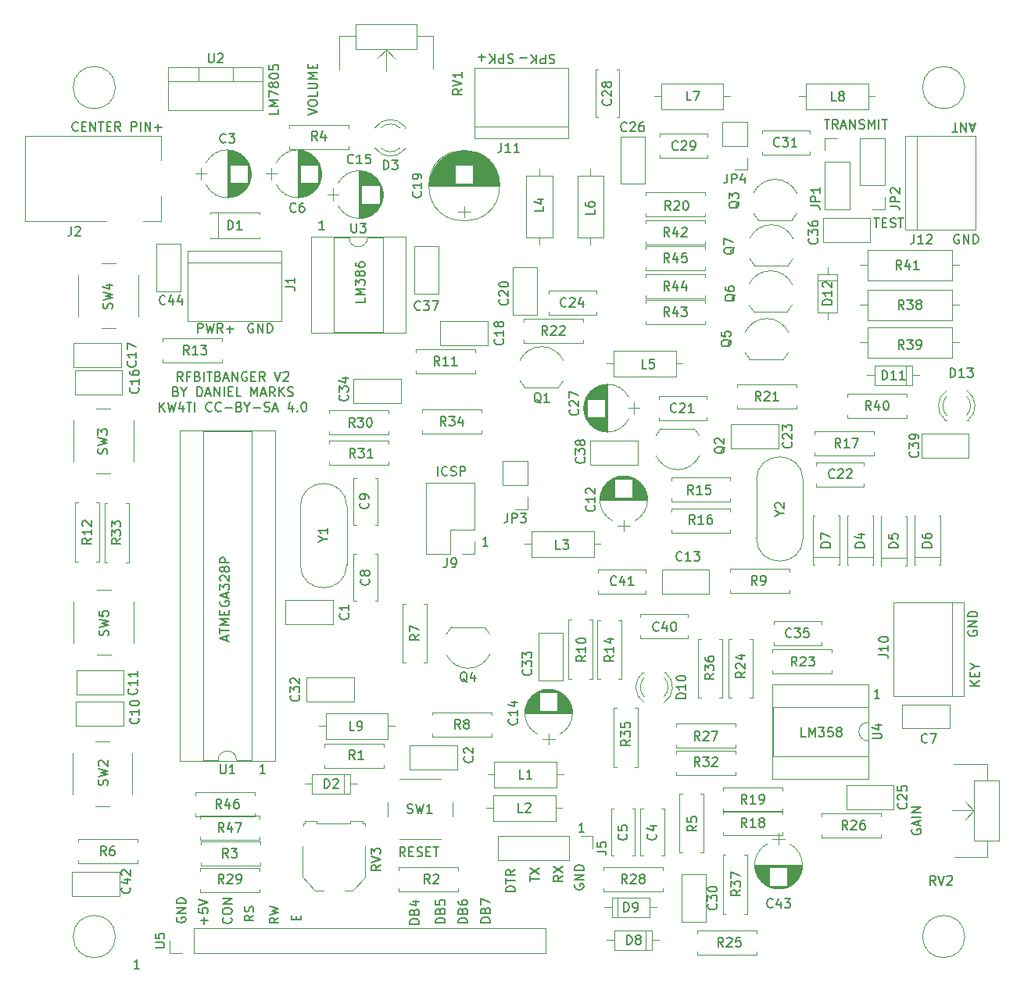
<source format=gbr>
G04 #@! TF.FileFunction,Legend,Top*
%FSLAX46Y46*%
G04 Gerber Fmt 4.6, Leading zero omitted, Abs format (unit mm)*
G04 Created by KiCad (PCBNEW 4.0.7) date 10/10/21 00:05:05*
%MOMM*%
%LPD*%
G01*
G04 APERTURE LIST*
%ADD10C,0.100000*%
%ADD11C,0.150000*%
%ADD12C,0.120000*%
G04 APERTURE END LIST*
D10*
D11*
X128452762Y-58126381D02*
X129024191Y-58126381D01*
X128738476Y-59126381D02*
X128738476Y-58126381D01*
X129357524Y-58602571D02*
X129690858Y-58602571D01*
X129833715Y-59126381D02*
X129357524Y-59126381D01*
X129357524Y-58126381D01*
X129833715Y-58126381D01*
X130214667Y-59078762D02*
X130357524Y-59126381D01*
X130595620Y-59126381D01*
X130690858Y-59078762D01*
X130738477Y-59031143D01*
X130786096Y-58935905D01*
X130786096Y-58840667D01*
X130738477Y-58745429D01*
X130690858Y-58697810D01*
X130595620Y-58650190D01*
X130405143Y-58602571D01*
X130309905Y-58554952D01*
X130262286Y-58507333D01*
X130214667Y-58412095D01*
X130214667Y-58316857D01*
X130262286Y-58221619D01*
X130309905Y-58174000D01*
X130405143Y-58126381D01*
X130643239Y-58126381D01*
X130786096Y-58174000D01*
X131071810Y-58126381D02*
X131643239Y-58126381D01*
X131357524Y-59126381D02*
X131357524Y-58126381D01*
X123087238Y-47458381D02*
X123658667Y-47458381D01*
X123372952Y-48458381D02*
X123372952Y-47458381D01*
X124563429Y-48458381D02*
X124230095Y-47982190D01*
X123992000Y-48458381D02*
X123992000Y-47458381D01*
X124372953Y-47458381D01*
X124468191Y-47506000D01*
X124515810Y-47553619D01*
X124563429Y-47648857D01*
X124563429Y-47791714D01*
X124515810Y-47886952D01*
X124468191Y-47934571D01*
X124372953Y-47982190D01*
X123992000Y-47982190D01*
X124944381Y-48172667D02*
X125420572Y-48172667D01*
X124849143Y-48458381D02*
X125182476Y-47458381D01*
X125515810Y-48458381D01*
X125849143Y-48458381D02*
X125849143Y-47458381D01*
X126420572Y-48458381D01*
X126420572Y-47458381D01*
X126849143Y-48410762D02*
X126992000Y-48458381D01*
X127230096Y-48458381D01*
X127325334Y-48410762D01*
X127372953Y-48363143D01*
X127420572Y-48267905D01*
X127420572Y-48172667D01*
X127372953Y-48077429D01*
X127325334Y-48029810D01*
X127230096Y-47982190D01*
X127039619Y-47934571D01*
X126944381Y-47886952D01*
X126896762Y-47839333D01*
X126849143Y-47744095D01*
X126849143Y-47648857D01*
X126896762Y-47553619D01*
X126944381Y-47506000D01*
X127039619Y-47458381D01*
X127277715Y-47458381D01*
X127420572Y-47506000D01*
X127849143Y-48458381D02*
X127849143Y-47458381D01*
X128182477Y-48172667D01*
X128515810Y-47458381D01*
X128515810Y-48458381D01*
X128992000Y-48458381D02*
X128992000Y-47458381D01*
X129325333Y-47458381D02*
X129896762Y-47458381D01*
X129611047Y-48458381D02*
X129611047Y-47458381D01*
X86645715Y-93670381D02*
X86074286Y-93670381D01*
X86360000Y-93670381D02*
X86360000Y-92670381D01*
X86264762Y-92813238D01*
X86169524Y-92908476D01*
X86074286Y-92956095D01*
X58807143Y-133958095D02*
X58854762Y-134005714D01*
X58902381Y-134148571D01*
X58902381Y-134243809D01*
X58854762Y-134386667D01*
X58759524Y-134481905D01*
X58664286Y-134529524D01*
X58473810Y-134577143D01*
X58330952Y-134577143D01*
X58140476Y-134529524D01*
X58045238Y-134481905D01*
X57950000Y-134386667D01*
X57902381Y-134243809D01*
X57902381Y-134148571D01*
X57950000Y-134005714D01*
X57997619Y-133958095D01*
X57902381Y-133339048D02*
X57902381Y-133148571D01*
X57950000Y-133053333D01*
X58045238Y-132958095D01*
X58235714Y-132910476D01*
X58569048Y-132910476D01*
X58759524Y-132958095D01*
X58854762Y-133053333D01*
X58902381Y-133148571D01*
X58902381Y-133339048D01*
X58854762Y-133434286D01*
X58759524Y-133529524D01*
X58569048Y-133577143D01*
X58235714Y-133577143D01*
X58045238Y-133529524D01*
X57950000Y-133434286D01*
X57902381Y-133339048D01*
X58902381Y-132481905D02*
X57902381Y-132481905D01*
X58902381Y-131910476D01*
X57902381Y-131910476D01*
X86872381Y-134458095D02*
X85872381Y-134458095D01*
X85872381Y-134220000D01*
X85920000Y-134077142D01*
X86015238Y-133981904D01*
X86110476Y-133934285D01*
X86300952Y-133886666D01*
X86443810Y-133886666D01*
X86634286Y-133934285D01*
X86729524Y-133981904D01*
X86824762Y-134077142D01*
X86872381Y-134220000D01*
X86872381Y-134458095D01*
X86348571Y-133124761D02*
X86396190Y-132981904D01*
X86443810Y-132934285D01*
X86539048Y-132886666D01*
X86681905Y-132886666D01*
X86777143Y-132934285D01*
X86824762Y-132981904D01*
X86872381Y-133077142D01*
X86872381Y-133458095D01*
X85872381Y-133458095D01*
X85872381Y-133124761D01*
X85920000Y-133029523D01*
X85967619Y-132981904D01*
X86062857Y-132934285D01*
X86158095Y-132934285D01*
X86253333Y-132981904D01*
X86300952Y-133029523D01*
X86348571Y-133124761D01*
X86348571Y-133458095D01*
X85872381Y-132553333D02*
X85872381Y-131886666D01*
X86872381Y-132315238D01*
X84412381Y-134538095D02*
X83412381Y-134538095D01*
X83412381Y-134300000D01*
X83460000Y-134157142D01*
X83555238Y-134061904D01*
X83650476Y-134014285D01*
X83840952Y-133966666D01*
X83983810Y-133966666D01*
X84174286Y-134014285D01*
X84269524Y-134061904D01*
X84364762Y-134157142D01*
X84412381Y-134300000D01*
X84412381Y-134538095D01*
X83888571Y-133204761D02*
X83936190Y-133061904D01*
X83983810Y-133014285D01*
X84079048Y-132966666D01*
X84221905Y-132966666D01*
X84317143Y-133014285D01*
X84364762Y-133061904D01*
X84412381Y-133157142D01*
X84412381Y-133538095D01*
X83412381Y-133538095D01*
X83412381Y-133204761D01*
X83460000Y-133109523D01*
X83507619Y-133061904D01*
X83602857Y-133014285D01*
X83698095Y-133014285D01*
X83793333Y-133061904D01*
X83840952Y-133109523D01*
X83888571Y-133204761D01*
X83888571Y-133538095D01*
X83412381Y-132109523D02*
X83412381Y-132300000D01*
X83460000Y-132395238D01*
X83507619Y-132442857D01*
X83650476Y-132538095D01*
X83840952Y-132585714D01*
X84221905Y-132585714D01*
X84317143Y-132538095D01*
X84364762Y-132490476D01*
X84412381Y-132395238D01*
X84412381Y-132204761D01*
X84364762Y-132109523D01*
X84317143Y-132061904D01*
X84221905Y-132014285D01*
X83983810Y-132014285D01*
X83888571Y-132061904D01*
X83840952Y-132109523D01*
X83793333Y-132204761D01*
X83793333Y-132395238D01*
X83840952Y-132490476D01*
X83888571Y-132538095D01*
X83983810Y-132585714D01*
X81982381Y-134538095D02*
X80982381Y-134538095D01*
X80982381Y-134300000D01*
X81030000Y-134157142D01*
X81125238Y-134061904D01*
X81220476Y-134014285D01*
X81410952Y-133966666D01*
X81553810Y-133966666D01*
X81744286Y-134014285D01*
X81839524Y-134061904D01*
X81934762Y-134157142D01*
X81982381Y-134300000D01*
X81982381Y-134538095D01*
X81458571Y-133204761D02*
X81506190Y-133061904D01*
X81553810Y-133014285D01*
X81649048Y-132966666D01*
X81791905Y-132966666D01*
X81887143Y-133014285D01*
X81934762Y-133061904D01*
X81982381Y-133157142D01*
X81982381Y-133538095D01*
X80982381Y-133538095D01*
X80982381Y-133204761D01*
X81030000Y-133109523D01*
X81077619Y-133061904D01*
X81172857Y-133014285D01*
X81268095Y-133014285D01*
X81363333Y-133061904D01*
X81410952Y-133109523D01*
X81458571Y-133204761D01*
X81458571Y-133538095D01*
X80982381Y-132061904D02*
X80982381Y-132538095D01*
X81458571Y-132585714D01*
X81410952Y-132538095D01*
X81363333Y-132442857D01*
X81363333Y-132204761D01*
X81410952Y-132109523D01*
X81458571Y-132061904D01*
X81553810Y-132014285D01*
X81791905Y-132014285D01*
X81887143Y-132061904D01*
X81934762Y-132109523D01*
X81982381Y-132204761D01*
X81982381Y-132442857D01*
X81934762Y-132538095D01*
X81887143Y-132585714D01*
X79182381Y-134628095D02*
X78182381Y-134628095D01*
X78182381Y-134390000D01*
X78230000Y-134247142D01*
X78325238Y-134151904D01*
X78420476Y-134104285D01*
X78610952Y-134056666D01*
X78753810Y-134056666D01*
X78944286Y-134104285D01*
X79039524Y-134151904D01*
X79134762Y-134247142D01*
X79182381Y-134390000D01*
X79182381Y-134628095D01*
X78658571Y-133294761D02*
X78706190Y-133151904D01*
X78753810Y-133104285D01*
X78849048Y-133056666D01*
X78991905Y-133056666D01*
X79087143Y-133104285D01*
X79134762Y-133151904D01*
X79182381Y-133247142D01*
X79182381Y-133628095D01*
X78182381Y-133628095D01*
X78182381Y-133294761D01*
X78230000Y-133199523D01*
X78277619Y-133151904D01*
X78372857Y-133104285D01*
X78468095Y-133104285D01*
X78563333Y-133151904D01*
X78610952Y-133199523D01*
X78658571Y-133294761D01*
X78658571Y-133628095D01*
X78515714Y-132199523D02*
X79182381Y-132199523D01*
X78134762Y-132437619D02*
X78849048Y-132675714D01*
X78849048Y-132056666D01*
X63962381Y-133951904D02*
X63486190Y-134285238D01*
X63962381Y-134523333D02*
X62962381Y-134523333D01*
X62962381Y-134142380D01*
X63010000Y-134047142D01*
X63057619Y-133999523D01*
X63152857Y-133951904D01*
X63295714Y-133951904D01*
X63390952Y-133999523D01*
X63438571Y-134047142D01*
X63486190Y-134142380D01*
X63486190Y-134523333D01*
X62962381Y-133618571D02*
X63962381Y-133380476D01*
X63248095Y-133189999D01*
X63962381Y-132999523D01*
X62962381Y-132761428D01*
X65838571Y-134184286D02*
X65838571Y-133850952D01*
X66362381Y-133708095D02*
X66362381Y-134184286D01*
X65362381Y-134184286D01*
X65362381Y-133708095D01*
X61252381Y-133696666D02*
X60776190Y-134030000D01*
X61252381Y-134268095D02*
X60252381Y-134268095D01*
X60252381Y-133887142D01*
X60300000Y-133791904D01*
X60347619Y-133744285D01*
X60442857Y-133696666D01*
X60585714Y-133696666D01*
X60680952Y-133744285D01*
X60728571Y-133791904D01*
X60776190Y-133887142D01*
X60776190Y-134268095D01*
X61204762Y-133315714D02*
X61252381Y-133172857D01*
X61252381Y-132934761D01*
X61204762Y-132839523D01*
X61157143Y-132791904D01*
X61061905Y-132744285D01*
X60966667Y-132744285D01*
X60871429Y-132791904D01*
X60823810Y-132839523D01*
X60776190Y-132934761D01*
X60728571Y-133125238D01*
X60680952Y-133220476D01*
X60633333Y-133268095D01*
X60538095Y-133315714D01*
X60442857Y-133315714D01*
X60347619Y-133268095D01*
X60300000Y-133220476D01*
X60252381Y-133125238D01*
X60252381Y-132887142D01*
X60300000Y-132744285D01*
X132596000Y-124372571D02*
X132548381Y-124467809D01*
X132548381Y-124610666D01*
X132596000Y-124753524D01*
X132691238Y-124848762D01*
X132786476Y-124896381D01*
X132976952Y-124944000D01*
X133119810Y-124944000D01*
X133310286Y-124896381D01*
X133405524Y-124848762D01*
X133500762Y-124753524D01*
X133548381Y-124610666D01*
X133548381Y-124515428D01*
X133500762Y-124372571D01*
X133453143Y-124324952D01*
X133119810Y-124324952D01*
X133119810Y-124515428D01*
X133262667Y-123944000D02*
X133262667Y-123467809D01*
X133548381Y-124039238D02*
X132548381Y-123705905D01*
X133548381Y-123372571D01*
X133548381Y-123039238D02*
X132548381Y-123039238D01*
X133548381Y-122563048D02*
X132548381Y-122563048D01*
X133548381Y-121991619D01*
X132548381Y-121991619D01*
X53571429Y-75802381D02*
X53238095Y-75326190D01*
X53000000Y-75802381D02*
X53000000Y-74802381D01*
X53380953Y-74802381D01*
X53476191Y-74850000D01*
X53523810Y-74897619D01*
X53571429Y-74992857D01*
X53571429Y-75135714D01*
X53523810Y-75230952D01*
X53476191Y-75278571D01*
X53380953Y-75326190D01*
X53000000Y-75326190D01*
X54333334Y-75278571D02*
X54000000Y-75278571D01*
X54000000Y-75802381D02*
X54000000Y-74802381D01*
X54476191Y-74802381D01*
X55190477Y-75278571D02*
X55333334Y-75326190D01*
X55380953Y-75373810D01*
X55428572Y-75469048D01*
X55428572Y-75611905D01*
X55380953Y-75707143D01*
X55333334Y-75754762D01*
X55238096Y-75802381D01*
X54857143Y-75802381D01*
X54857143Y-74802381D01*
X55190477Y-74802381D01*
X55285715Y-74850000D01*
X55333334Y-74897619D01*
X55380953Y-74992857D01*
X55380953Y-75088095D01*
X55333334Y-75183333D01*
X55285715Y-75230952D01*
X55190477Y-75278571D01*
X54857143Y-75278571D01*
X55857143Y-75802381D02*
X55857143Y-74802381D01*
X56190476Y-74802381D02*
X56761905Y-74802381D01*
X56476190Y-75802381D02*
X56476190Y-74802381D01*
X57428572Y-75278571D02*
X57571429Y-75326190D01*
X57619048Y-75373810D01*
X57666667Y-75469048D01*
X57666667Y-75611905D01*
X57619048Y-75707143D01*
X57571429Y-75754762D01*
X57476191Y-75802381D01*
X57095238Y-75802381D01*
X57095238Y-74802381D01*
X57428572Y-74802381D01*
X57523810Y-74850000D01*
X57571429Y-74897619D01*
X57619048Y-74992857D01*
X57619048Y-75088095D01*
X57571429Y-75183333D01*
X57523810Y-75230952D01*
X57428572Y-75278571D01*
X57095238Y-75278571D01*
X58047619Y-75516667D02*
X58523810Y-75516667D01*
X57952381Y-75802381D02*
X58285714Y-74802381D01*
X58619048Y-75802381D01*
X58952381Y-75802381D02*
X58952381Y-74802381D01*
X59523810Y-75802381D01*
X59523810Y-74802381D01*
X60523810Y-74850000D02*
X60428572Y-74802381D01*
X60285715Y-74802381D01*
X60142857Y-74850000D01*
X60047619Y-74945238D01*
X60000000Y-75040476D01*
X59952381Y-75230952D01*
X59952381Y-75373810D01*
X60000000Y-75564286D01*
X60047619Y-75659524D01*
X60142857Y-75754762D01*
X60285715Y-75802381D01*
X60380953Y-75802381D01*
X60523810Y-75754762D01*
X60571429Y-75707143D01*
X60571429Y-75373810D01*
X60380953Y-75373810D01*
X61000000Y-75278571D02*
X61333334Y-75278571D01*
X61476191Y-75802381D02*
X61000000Y-75802381D01*
X61000000Y-74802381D01*
X61476191Y-74802381D01*
X62476191Y-75802381D02*
X62142857Y-75326190D01*
X61904762Y-75802381D02*
X61904762Y-74802381D01*
X62285715Y-74802381D01*
X62380953Y-74850000D01*
X62428572Y-74897619D01*
X62476191Y-74992857D01*
X62476191Y-75135714D01*
X62428572Y-75230952D01*
X62380953Y-75278571D01*
X62285715Y-75326190D01*
X61904762Y-75326190D01*
X63523810Y-74802381D02*
X63857143Y-75802381D01*
X64190477Y-74802381D01*
X64476191Y-74897619D02*
X64523810Y-74850000D01*
X64619048Y-74802381D01*
X64857144Y-74802381D01*
X64952382Y-74850000D01*
X65000001Y-74897619D01*
X65047620Y-74992857D01*
X65047620Y-75088095D01*
X65000001Y-75230952D01*
X64428572Y-75802381D01*
X65047620Y-75802381D01*
X52857143Y-76928571D02*
X53000000Y-76976190D01*
X53047619Y-77023810D01*
X53095238Y-77119048D01*
X53095238Y-77261905D01*
X53047619Y-77357143D01*
X53000000Y-77404762D01*
X52904762Y-77452381D01*
X52523809Y-77452381D01*
X52523809Y-76452381D01*
X52857143Y-76452381D01*
X52952381Y-76500000D01*
X53000000Y-76547619D01*
X53047619Y-76642857D01*
X53047619Y-76738095D01*
X53000000Y-76833333D01*
X52952381Y-76880952D01*
X52857143Y-76928571D01*
X52523809Y-76928571D01*
X53714285Y-76976190D02*
X53714285Y-77452381D01*
X53380952Y-76452381D02*
X53714285Y-76976190D01*
X54047619Y-76452381D01*
X55142857Y-77452381D02*
X55142857Y-76452381D01*
X55380952Y-76452381D01*
X55523810Y-76500000D01*
X55619048Y-76595238D01*
X55666667Y-76690476D01*
X55714286Y-76880952D01*
X55714286Y-77023810D01*
X55666667Y-77214286D01*
X55619048Y-77309524D01*
X55523810Y-77404762D01*
X55380952Y-77452381D01*
X55142857Y-77452381D01*
X56095238Y-77166667D02*
X56571429Y-77166667D01*
X56000000Y-77452381D02*
X56333333Y-76452381D01*
X56666667Y-77452381D01*
X57000000Y-77452381D02*
X57000000Y-76452381D01*
X57571429Y-77452381D01*
X57571429Y-76452381D01*
X58047619Y-77452381D02*
X58047619Y-76452381D01*
X58523809Y-76928571D02*
X58857143Y-76928571D01*
X59000000Y-77452381D02*
X58523809Y-77452381D01*
X58523809Y-76452381D01*
X59000000Y-76452381D01*
X59904762Y-77452381D02*
X59428571Y-77452381D01*
X59428571Y-76452381D01*
X61000000Y-77452381D02*
X61000000Y-76452381D01*
X61333334Y-77166667D01*
X61666667Y-76452381D01*
X61666667Y-77452381D01*
X62095238Y-77166667D02*
X62571429Y-77166667D01*
X62000000Y-77452381D02*
X62333333Y-76452381D01*
X62666667Y-77452381D01*
X63571429Y-77452381D02*
X63238095Y-76976190D01*
X63000000Y-77452381D02*
X63000000Y-76452381D01*
X63380953Y-76452381D01*
X63476191Y-76500000D01*
X63523810Y-76547619D01*
X63571429Y-76642857D01*
X63571429Y-76785714D01*
X63523810Y-76880952D01*
X63476191Y-76928571D01*
X63380953Y-76976190D01*
X63000000Y-76976190D01*
X64000000Y-77452381D02*
X64000000Y-76452381D01*
X64571429Y-77452381D02*
X64142857Y-76880952D01*
X64571429Y-76452381D02*
X64000000Y-77023810D01*
X64952381Y-77404762D02*
X65095238Y-77452381D01*
X65333334Y-77452381D01*
X65428572Y-77404762D01*
X65476191Y-77357143D01*
X65523810Y-77261905D01*
X65523810Y-77166667D01*
X65476191Y-77071429D01*
X65428572Y-77023810D01*
X65333334Y-76976190D01*
X65142857Y-76928571D01*
X65047619Y-76880952D01*
X65000000Y-76833333D01*
X64952381Y-76738095D01*
X64952381Y-76642857D01*
X65000000Y-76547619D01*
X65047619Y-76500000D01*
X65142857Y-76452381D01*
X65380953Y-76452381D01*
X65523810Y-76500000D01*
X51047619Y-79102381D02*
X51047619Y-78102381D01*
X51619048Y-79102381D02*
X51190476Y-78530952D01*
X51619048Y-78102381D02*
X51047619Y-78673810D01*
X51952381Y-78102381D02*
X52190476Y-79102381D01*
X52380953Y-78388095D01*
X52571429Y-79102381D01*
X52809524Y-78102381D01*
X53619048Y-78435714D02*
X53619048Y-79102381D01*
X53380952Y-78054762D02*
X53142857Y-78769048D01*
X53761905Y-78769048D01*
X54000000Y-78102381D02*
X54571429Y-78102381D01*
X54285714Y-79102381D02*
X54285714Y-78102381D01*
X54904762Y-79102381D02*
X54904762Y-78102381D01*
X56714286Y-79007143D02*
X56666667Y-79054762D01*
X56523810Y-79102381D01*
X56428572Y-79102381D01*
X56285714Y-79054762D01*
X56190476Y-78959524D01*
X56142857Y-78864286D01*
X56095238Y-78673810D01*
X56095238Y-78530952D01*
X56142857Y-78340476D01*
X56190476Y-78245238D01*
X56285714Y-78150000D01*
X56428572Y-78102381D01*
X56523810Y-78102381D01*
X56666667Y-78150000D01*
X56714286Y-78197619D01*
X57714286Y-79007143D02*
X57666667Y-79054762D01*
X57523810Y-79102381D01*
X57428572Y-79102381D01*
X57285714Y-79054762D01*
X57190476Y-78959524D01*
X57142857Y-78864286D01*
X57095238Y-78673810D01*
X57095238Y-78530952D01*
X57142857Y-78340476D01*
X57190476Y-78245238D01*
X57285714Y-78150000D01*
X57428572Y-78102381D01*
X57523810Y-78102381D01*
X57666667Y-78150000D01*
X57714286Y-78197619D01*
X58142857Y-78721429D02*
X58904762Y-78721429D01*
X59714286Y-78578571D02*
X59857143Y-78626190D01*
X59904762Y-78673810D01*
X59952381Y-78769048D01*
X59952381Y-78911905D01*
X59904762Y-79007143D01*
X59857143Y-79054762D01*
X59761905Y-79102381D01*
X59380952Y-79102381D01*
X59380952Y-78102381D01*
X59714286Y-78102381D01*
X59809524Y-78150000D01*
X59857143Y-78197619D01*
X59904762Y-78292857D01*
X59904762Y-78388095D01*
X59857143Y-78483333D01*
X59809524Y-78530952D01*
X59714286Y-78578571D01*
X59380952Y-78578571D01*
X60571428Y-78626190D02*
X60571428Y-79102381D01*
X60238095Y-78102381D02*
X60571428Y-78626190D01*
X60904762Y-78102381D01*
X61238095Y-78721429D02*
X62000000Y-78721429D01*
X62428571Y-79054762D02*
X62571428Y-79102381D01*
X62809524Y-79102381D01*
X62904762Y-79054762D01*
X62952381Y-79007143D01*
X63000000Y-78911905D01*
X63000000Y-78816667D01*
X62952381Y-78721429D01*
X62904762Y-78673810D01*
X62809524Y-78626190D01*
X62619047Y-78578571D01*
X62523809Y-78530952D01*
X62476190Y-78483333D01*
X62428571Y-78388095D01*
X62428571Y-78292857D01*
X62476190Y-78197619D01*
X62523809Y-78150000D01*
X62619047Y-78102381D01*
X62857143Y-78102381D01*
X63000000Y-78150000D01*
X63380952Y-78816667D02*
X63857143Y-78816667D01*
X63285714Y-79102381D02*
X63619047Y-78102381D01*
X63952381Y-79102381D01*
X65476191Y-78435714D02*
X65476191Y-79102381D01*
X65238095Y-78054762D02*
X65000000Y-78769048D01*
X65619048Y-78769048D01*
X66000000Y-79007143D02*
X66047619Y-79054762D01*
X66000000Y-79102381D01*
X65952381Y-79054762D01*
X66000000Y-79007143D01*
X66000000Y-79102381D01*
X66666666Y-78102381D02*
X66761905Y-78102381D01*
X66857143Y-78150000D01*
X66904762Y-78197619D01*
X66952381Y-78292857D01*
X67000000Y-78483333D01*
X67000000Y-78721429D01*
X66952381Y-78911905D01*
X66904762Y-79007143D01*
X66857143Y-79054762D01*
X66761905Y-79102381D01*
X66666666Y-79102381D01*
X66571428Y-79054762D01*
X66523809Y-79007143D01*
X66476190Y-78911905D01*
X66428571Y-78721429D01*
X66428571Y-78483333D01*
X66476190Y-78292857D01*
X66523809Y-78197619D01*
X66571428Y-78150000D01*
X66666666Y-78102381D01*
X137668096Y-59952000D02*
X137572858Y-59904381D01*
X137430001Y-59904381D01*
X137287143Y-59952000D01*
X137191905Y-60047238D01*
X137144286Y-60142476D01*
X137096667Y-60332952D01*
X137096667Y-60475810D01*
X137144286Y-60666286D01*
X137191905Y-60761524D01*
X137287143Y-60856762D01*
X137430001Y-60904381D01*
X137525239Y-60904381D01*
X137668096Y-60856762D01*
X137715715Y-60809143D01*
X137715715Y-60475810D01*
X137525239Y-60475810D01*
X138144286Y-60904381D02*
X138144286Y-59904381D01*
X138715715Y-60904381D01*
X138715715Y-59904381D01*
X139191905Y-60904381D02*
X139191905Y-59904381D01*
X139430000Y-59904381D01*
X139572858Y-59952000D01*
X139668096Y-60047238D01*
X139715715Y-60142476D01*
X139763334Y-60332952D01*
X139763334Y-60475810D01*
X139715715Y-60666286D01*
X139668096Y-60761524D01*
X139572858Y-60856762D01*
X139430000Y-60904381D01*
X139191905Y-60904381D01*
X139318857Y-48093333D02*
X138842666Y-48093333D01*
X139414095Y-47807619D02*
X139080762Y-48807619D01*
X138747428Y-47807619D01*
X138414095Y-47807619D02*
X138414095Y-48807619D01*
X137842666Y-47807619D01*
X137842666Y-48807619D01*
X137509333Y-48807619D02*
X136937904Y-48807619D01*
X137223619Y-47807619D02*
X137223619Y-48807619D01*
X63952381Y-46362666D02*
X63952381Y-46838857D01*
X62952381Y-46838857D01*
X63952381Y-46029333D02*
X62952381Y-46029333D01*
X63666667Y-45695999D01*
X62952381Y-45362666D01*
X63952381Y-45362666D01*
X62952381Y-44981714D02*
X62952381Y-44315047D01*
X63952381Y-44743619D01*
X63380952Y-43791238D02*
X63333333Y-43886476D01*
X63285714Y-43934095D01*
X63190476Y-43981714D01*
X63142857Y-43981714D01*
X63047619Y-43934095D01*
X63000000Y-43886476D01*
X62952381Y-43791238D01*
X62952381Y-43600761D01*
X63000000Y-43505523D01*
X63047619Y-43457904D01*
X63142857Y-43410285D01*
X63190476Y-43410285D01*
X63285714Y-43457904D01*
X63333333Y-43505523D01*
X63380952Y-43600761D01*
X63380952Y-43791238D01*
X63428571Y-43886476D01*
X63476190Y-43934095D01*
X63571429Y-43981714D01*
X63761905Y-43981714D01*
X63857143Y-43934095D01*
X63904762Y-43886476D01*
X63952381Y-43791238D01*
X63952381Y-43600761D01*
X63904762Y-43505523D01*
X63857143Y-43457904D01*
X63761905Y-43410285D01*
X63571429Y-43410285D01*
X63476190Y-43457904D01*
X63428571Y-43505523D01*
X63380952Y-43600761D01*
X62952381Y-42791238D02*
X62952381Y-42695999D01*
X63000000Y-42600761D01*
X63047619Y-42553142D01*
X63142857Y-42505523D01*
X63333333Y-42457904D01*
X63571429Y-42457904D01*
X63761905Y-42505523D01*
X63857143Y-42553142D01*
X63904762Y-42600761D01*
X63952381Y-42695999D01*
X63952381Y-42791238D01*
X63904762Y-42886476D01*
X63857143Y-42934095D01*
X63761905Y-42981714D01*
X63571429Y-43029333D01*
X63333333Y-43029333D01*
X63142857Y-42981714D01*
X63047619Y-42934095D01*
X63000000Y-42886476D01*
X62952381Y-42791238D01*
X62952381Y-41553142D02*
X62952381Y-42029333D01*
X63428571Y-42076952D01*
X63380952Y-42029333D01*
X63333333Y-41934095D01*
X63333333Y-41695999D01*
X63380952Y-41600761D01*
X63428571Y-41553142D01*
X63523810Y-41505523D01*
X63761905Y-41505523D01*
X63857143Y-41553142D01*
X63904762Y-41600761D01*
X63952381Y-41695999D01*
X63952381Y-41934095D01*
X63904762Y-42029333D01*
X63857143Y-42076952D01*
X42220096Y-48617143D02*
X42172477Y-48664762D01*
X42029620Y-48712381D01*
X41934382Y-48712381D01*
X41791524Y-48664762D01*
X41696286Y-48569524D01*
X41648667Y-48474286D01*
X41601048Y-48283810D01*
X41601048Y-48140952D01*
X41648667Y-47950476D01*
X41696286Y-47855238D01*
X41791524Y-47760000D01*
X41934382Y-47712381D01*
X42029620Y-47712381D01*
X42172477Y-47760000D01*
X42220096Y-47807619D01*
X42648667Y-48188571D02*
X42982001Y-48188571D01*
X43124858Y-48712381D02*
X42648667Y-48712381D01*
X42648667Y-47712381D01*
X43124858Y-47712381D01*
X43553429Y-48712381D02*
X43553429Y-47712381D01*
X44124858Y-48712381D01*
X44124858Y-47712381D01*
X44458191Y-47712381D02*
X45029620Y-47712381D01*
X44743905Y-48712381D02*
X44743905Y-47712381D01*
X45362953Y-48188571D02*
X45696287Y-48188571D01*
X45839144Y-48712381D02*
X45362953Y-48712381D01*
X45362953Y-47712381D01*
X45839144Y-47712381D01*
X46839144Y-48712381D02*
X46505810Y-48236190D01*
X46267715Y-48712381D02*
X46267715Y-47712381D01*
X46648668Y-47712381D01*
X46743906Y-47760000D01*
X46791525Y-47807619D01*
X46839144Y-47902857D01*
X46839144Y-48045714D01*
X46791525Y-48140952D01*
X46743906Y-48188571D01*
X46648668Y-48236190D01*
X46267715Y-48236190D01*
X48029620Y-48712381D02*
X48029620Y-47712381D01*
X48410573Y-47712381D01*
X48505811Y-47760000D01*
X48553430Y-47807619D01*
X48601049Y-47902857D01*
X48601049Y-48045714D01*
X48553430Y-48140952D01*
X48505811Y-48188571D01*
X48410573Y-48236190D01*
X48029620Y-48236190D01*
X49029620Y-48712381D02*
X49029620Y-47712381D01*
X49505810Y-48712381D02*
X49505810Y-47712381D01*
X50077239Y-48712381D01*
X50077239Y-47712381D01*
X50553429Y-48331429D02*
X51315334Y-48331429D01*
X50934382Y-48712381D02*
X50934382Y-47950476D01*
X61214096Y-69604000D02*
X61118858Y-69556381D01*
X60976001Y-69556381D01*
X60833143Y-69604000D01*
X60737905Y-69699238D01*
X60690286Y-69794476D01*
X60642667Y-69984952D01*
X60642667Y-70127810D01*
X60690286Y-70318286D01*
X60737905Y-70413524D01*
X60833143Y-70508762D01*
X60976001Y-70556381D01*
X61071239Y-70556381D01*
X61214096Y-70508762D01*
X61261715Y-70461143D01*
X61261715Y-70127810D01*
X61071239Y-70127810D01*
X61690286Y-70556381D02*
X61690286Y-69556381D01*
X62261715Y-70556381D01*
X62261715Y-69556381D01*
X62737905Y-70556381D02*
X62737905Y-69556381D01*
X62976000Y-69556381D01*
X63118858Y-69604000D01*
X63214096Y-69699238D01*
X63261715Y-69794476D01*
X63309334Y-69984952D01*
X63309334Y-70127810D01*
X63261715Y-70318286D01*
X63214096Y-70413524D01*
X63118858Y-70508762D01*
X62976000Y-70556381D01*
X62737905Y-70556381D01*
X55197619Y-70556381D02*
X55197619Y-69556381D01*
X55578572Y-69556381D01*
X55673810Y-69604000D01*
X55721429Y-69651619D01*
X55769048Y-69746857D01*
X55769048Y-69889714D01*
X55721429Y-69984952D01*
X55673810Y-70032571D01*
X55578572Y-70080190D01*
X55197619Y-70080190D01*
X56102381Y-69556381D02*
X56340476Y-70556381D01*
X56530953Y-69842095D01*
X56721429Y-70556381D01*
X56959524Y-69556381D01*
X57911905Y-70556381D02*
X57578571Y-70080190D01*
X57340476Y-70556381D02*
X57340476Y-69556381D01*
X57721429Y-69556381D01*
X57816667Y-69604000D01*
X57864286Y-69651619D01*
X57911905Y-69746857D01*
X57911905Y-69889714D01*
X57864286Y-69984952D01*
X57816667Y-70032571D01*
X57721429Y-70080190D01*
X57340476Y-70080190D01*
X58340476Y-70175429D02*
X59102381Y-70175429D01*
X58721429Y-70556381D02*
X58721429Y-69794476D01*
X77677619Y-127322381D02*
X77344285Y-126846190D01*
X77106190Y-127322381D02*
X77106190Y-126322381D01*
X77487143Y-126322381D01*
X77582381Y-126370000D01*
X77630000Y-126417619D01*
X77677619Y-126512857D01*
X77677619Y-126655714D01*
X77630000Y-126750952D01*
X77582381Y-126798571D01*
X77487143Y-126846190D01*
X77106190Y-126846190D01*
X78106190Y-126798571D02*
X78439524Y-126798571D01*
X78582381Y-127322381D02*
X78106190Y-127322381D01*
X78106190Y-126322381D01*
X78582381Y-126322381D01*
X78963333Y-127274762D02*
X79106190Y-127322381D01*
X79344286Y-127322381D01*
X79439524Y-127274762D01*
X79487143Y-127227143D01*
X79534762Y-127131905D01*
X79534762Y-127036667D01*
X79487143Y-126941429D01*
X79439524Y-126893810D01*
X79344286Y-126846190D01*
X79153809Y-126798571D01*
X79058571Y-126750952D01*
X79010952Y-126703333D01*
X78963333Y-126608095D01*
X78963333Y-126512857D01*
X79010952Y-126417619D01*
X79058571Y-126370000D01*
X79153809Y-126322381D01*
X79391905Y-126322381D01*
X79534762Y-126370000D01*
X79963333Y-126798571D02*
X80296667Y-126798571D01*
X80439524Y-127322381D02*
X79963333Y-127322381D01*
X79963333Y-126322381D01*
X80439524Y-126322381D01*
X80725238Y-126322381D02*
X81296667Y-126322381D01*
X81010952Y-127322381D02*
X81010952Y-126322381D01*
X97059715Y-124658381D02*
X96488286Y-124658381D01*
X96774000Y-124658381D02*
X96774000Y-123658381D01*
X96678762Y-123801238D01*
X96583524Y-123896476D01*
X96488286Y-123944095D01*
X48895715Y-139482381D02*
X48324286Y-139482381D01*
X48610000Y-139482381D02*
X48610000Y-138482381D01*
X48514762Y-138625238D01*
X48419524Y-138720476D01*
X48324286Y-138768095D01*
X62515715Y-118308381D02*
X61944286Y-118308381D01*
X62230000Y-118308381D02*
X62230000Y-117308381D01*
X62134762Y-117451238D01*
X62039524Y-117546476D01*
X61944286Y-117594095D01*
X68945715Y-59392381D02*
X68374286Y-59392381D01*
X68660000Y-59392381D02*
X68660000Y-58392381D01*
X68564762Y-58535238D01*
X68469524Y-58630476D01*
X68374286Y-58678095D01*
X129063715Y-110180381D02*
X128492286Y-110180381D01*
X128778000Y-110180381D02*
X128778000Y-109180381D01*
X128682762Y-109323238D01*
X128587524Y-109418476D01*
X128492286Y-109466095D01*
X94752381Y-129406666D02*
X94276190Y-129740000D01*
X94752381Y-129978095D02*
X93752381Y-129978095D01*
X93752381Y-129597142D01*
X93800000Y-129501904D01*
X93847619Y-129454285D01*
X93942857Y-129406666D01*
X94085714Y-129406666D01*
X94180952Y-129454285D01*
X94228571Y-129501904D01*
X94276190Y-129597142D01*
X94276190Y-129978095D01*
X93752381Y-129073333D02*
X94752381Y-128406666D01*
X93752381Y-128406666D02*
X94752381Y-129073333D01*
X91232381Y-130031905D02*
X91232381Y-129460476D01*
X92232381Y-129746191D02*
X91232381Y-129746191D01*
X91232381Y-129222381D02*
X92232381Y-128555714D01*
X91232381Y-128555714D02*
X92232381Y-129222381D01*
X96080000Y-130341904D02*
X96032381Y-130437142D01*
X96032381Y-130579999D01*
X96080000Y-130722857D01*
X96175238Y-130818095D01*
X96270476Y-130865714D01*
X96460952Y-130913333D01*
X96603810Y-130913333D01*
X96794286Y-130865714D01*
X96889524Y-130818095D01*
X96984762Y-130722857D01*
X97032381Y-130579999D01*
X97032381Y-130484761D01*
X96984762Y-130341904D01*
X96937143Y-130294285D01*
X96603810Y-130294285D01*
X96603810Y-130484761D01*
X97032381Y-129865714D02*
X96032381Y-129865714D01*
X97032381Y-129294285D01*
X96032381Y-129294285D01*
X97032381Y-128818095D02*
X96032381Y-128818095D01*
X96032381Y-128580000D01*
X96080000Y-128437142D01*
X96175238Y-128341904D01*
X96270476Y-128294285D01*
X96460952Y-128246666D01*
X96603810Y-128246666D01*
X96794286Y-128294285D01*
X96889524Y-128341904D01*
X96984762Y-128437142D01*
X97032381Y-128580000D01*
X97032381Y-128818095D01*
X89572381Y-131102857D02*
X88572381Y-131102857D01*
X88572381Y-130864762D01*
X88620000Y-130721904D01*
X88715238Y-130626666D01*
X88810476Y-130579047D01*
X89000952Y-130531428D01*
X89143810Y-130531428D01*
X89334286Y-130579047D01*
X89429524Y-130626666D01*
X89524762Y-130721904D01*
X89572381Y-130864762D01*
X89572381Y-131102857D01*
X88572381Y-130245714D02*
X88572381Y-129674285D01*
X89572381Y-129960000D02*
X88572381Y-129960000D01*
X89572381Y-128769523D02*
X89096190Y-129102857D01*
X89572381Y-129340952D02*
X88572381Y-129340952D01*
X88572381Y-128959999D01*
X88620000Y-128864761D01*
X88667619Y-128817142D01*
X88762857Y-128769523D01*
X88905714Y-128769523D01*
X89000952Y-128817142D01*
X89048571Y-128864761D01*
X89096190Y-128959999D01*
X89096190Y-129340952D01*
X138692000Y-102869904D02*
X138644381Y-102965142D01*
X138644381Y-103107999D01*
X138692000Y-103250857D01*
X138787238Y-103346095D01*
X138882476Y-103393714D01*
X139072952Y-103441333D01*
X139215810Y-103441333D01*
X139406286Y-103393714D01*
X139501524Y-103346095D01*
X139596762Y-103250857D01*
X139644381Y-103107999D01*
X139644381Y-103012761D01*
X139596762Y-102869904D01*
X139549143Y-102822285D01*
X139215810Y-102822285D01*
X139215810Y-103012761D01*
X139644381Y-102393714D02*
X138644381Y-102393714D01*
X139644381Y-101822285D01*
X138644381Y-101822285D01*
X139644381Y-101346095D02*
X138644381Y-101346095D01*
X138644381Y-101108000D01*
X138692000Y-100965142D01*
X138787238Y-100869904D01*
X138882476Y-100822285D01*
X139072952Y-100774666D01*
X139215810Y-100774666D01*
X139406286Y-100822285D01*
X139501524Y-100869904D01*
X139596762Y-100965142D01*
X139644381Y-101108000D01*
X139644381Y-101346095D01*
X139898381Y-108838857D02*
X138898381Y-108838857D01*
X139898381Y-108267428D02*
X139326952Y-108696000D01*
X138898381Y-108267428D02*
X139469810Y-108838857D01*
X139374571Y-107838857D02*
X139374571Y-107505523D01*
X139898381Y-107362666D02*
X139898381Y-107838857D01*
X138898381Y-107838857D01*
X138898381Y-107362666D01*
X139422190Y-106743619D02*
X139898381Y-106743619D01*
X138898381Y-107076952D02*
X139422190Y-106743619D01*
X138898381Y-106410285D01*
X55921429Y-134645714D02*
X55921429Y-133883809D01*
X56302381Y-134264761D02*
X55540476Y-134264761D01*
X55302381Y-132931428D02*
X55302381Y-133407619D01*
X55778571Y-133455238D01*
X55730952Y-133407619D01*
X55683333Y-133312381D01*
X55683333Y-133074285D01*
X55730952Y-132979047D01*
X55778571Y-132931428D01*
X55873810Y-132883809D01*
X56111905Y-132883809D01*
X56207143Y-132931428D01*
X56254762Y-132979047D01*
X56302381Y-133074285D01*
X56302381Y-133312381D01*
X56254762Y-133407619D01*
X56207143Y-133455238D01*
X55302381Y-132598095D02*
X56302381Y-132264762D01*
X55302381Y-131931428D01*
X52950000Y-133921904D02*
X52902381Y-134017142D01*
X52902381Y-134159999D01*
X52950000Y-134302857D01*
X53045238Y-134398095D01*
X53140476Y-134445714D01*
X53330952Y-134493333D01*
X53473810Y-134493333D01*
X53664286Y-134445714D01*
X53759524Y-134398095D01*
X53854762Y-134302857D01*
X53902381Y-134159999D01*
X53902381Y-134064761D01*
X53854762Y-133921904D01*
X53807143Y-133874285D01*
X53473810Y-133874285D01*
X53473810Y-134064761D01*
X53902381Y-133445714D02*
X52902381Y-133445714D01*
X53902381Y-132874285D01*
X52902381Y-132874285D01*
X53902381Y-132398095D02*
X52902381Y-132398095D01*
X52902381Y-132160000D01*
X52950000Y-132017142D01*
X53045238Y-131921904D01*
X53140476Y-131874285D01*
X53330952Y-131826666D01*
X53473810Y-131826666D01*
X53664286Y-131874285D01*
X53759524Y-131921904D01*
X53854762Y-132017142D01*
X53902381Y-132160000D01*
X53902381Y-132398095D01*
X67152381Y-46959524D02*
X68152381Y-46626191D01*
X67152381Y-46292857D01*
X67152381Y-45769048D02*
X67152381Y-45578571D01*
X67200000Y-45483333D01*
X67295238Y-45388095D01*
X67485714Y-45340476D01*
X67819048Y-45340476D01*
X68009524Y-45388095D01*
X68104762Y-45483333D01*
X68152381Y-45578571D01*
X68152381Y-45769048D01*
X68104762Y-45864286D01*
X68009524Y-45959524D01*
X67819048Y-46007143D01*
X67485714Y-46007143D01*
X67295238Y-45959524D01*
X67200000Y-45864286D01*
X67152381Y-45769048D01*
X68152381Y-44435714D02*
X68152381Y-44911905D01*
X67152381Y-44911905D01*
X67152381Y-44102381D02*
X67961905Y-44102381D01*
X68057143Y-44054762D01*
X68104762Y-44007143D01*
X68152381Y-43911905D01*
X68152381Y-43721428D01*
X68104762Y-43626190D01*
X68057143Y-43578571D01*
X67961905Y-43530952D01*
X67152381Y-43530952D01*
X68152381Y-43054762D02*
X67152381Y-43054762D01*
X67866667Y-42721428D01*
X67152381Y-42388095D01*
X68152381Y-42388095D01*
X67628571Y-41911905D02*
X67628571Y-41578571D01*
X68152381Y-41435714D02*
X68152381Y-41911905D01*
X67152381Y-41911905D01*
X67152381Y-41435714D01*
X93854762Y-40445238D02*
X93711905Y-40397619D01*
X93473809Y-40397619D01*
X93378571Y-40445238D01*
X93330952Y-40492857D01*
X93283333Y-40588095D01*
X93283333Y-40683333D01*
X93330952Y-40778571D01*
X93378571Y-40826190D01*
X93473809Y-40873810D01*
X93664286Y-40921429D01*
X93759524Y-40969048D01*
X93807143Y-41016667D01*
X93854762Y-41111905D01*
X93854762Y-41207143D01*
X93807143Y-41302381D01*
X93759524Y-41350000D01*
X93664286Y-41397619D01*
X93426190Y-41397619D01*
X93283333Y-41350000D01*
X92854762Y-40397619D02*
X92854762Y-41397619D01*
X92473809Y-41397619D01*
X92378571Y-41350000D01*
X92330952Y-41302381D01*
X92283333Y-41207143D01*
X92283333Y-41064286D01*
X92330952Y-40969048D01*
X92378571Y-40921429D01*
X92473809Y-40873810D01*
X92854762Y-40873810D01*
X91854762Y-40397619D02*
X91854762Y-41397619D01*
X91283333Y-40397619D02*
X91711905Y-40969048D01*
X91283333Y-41397619D02*
X91854762Y-40826190D01*
X90854762Y-40778571D02*
X90092857Y-40778571D01*
X89354762Y-40395238D02*
X89211905Y-40347619D01*
X88973809Y-40347619D01*
X88878571Y-40395238D01*
X88830952Y-40442857D01*
X88783333Y-40538095D01*
X88783333Y-40633333D01*
X88830952Y-40728571D01*
X88878571Y-40776190D01*
X88973809Y-40823810D01*
X89164286Y-40871429D01*
X89259524Y-40919048D01*
X89307143Y-40966667D01*
X89354762Y-41061905D01*
X89354762Y-41157143D01*
X89307143Y-41252381D01*
X89259524Y-41300000D01*
X89164286Y-41347619D01*
X88926190Y-41347619D01*
X88783333Y-41300000D01*
X88354762Y-40347619D02*
X88354762Y-41347619D01*
X87973809Y-41347619D01*
X87878571Y-41300000D01*
X87830952Y-41252381D01*
X87783333Y-41157143D01*
X87783333Y-41014286D01*
X87830952Y-40919048D01*
X87878571Y-40871429D01*
X87973809Y-40823810D01*
X88354762Y-40823810D01*
X87354762Y-40347619D02*
X87354762Y-41347619D01*
X86783333Y-40347619D02*
X87211905Y-40919048D01*
X86783333Y-41347619D02*
X87354762Y-40776190D01*
X86354762Y-40728571D02*
X85592857Y-40728571D01*
X85973809Y-40347619D02*
X85973809Y-41109524D01*
X73302381Y-66800476D02*
X73302381Y-67276667D01*
X72302381Y-67276667D01*
X73302381Y-66467143D02*
X72302381Y-66467143D01*
X73016667Y-66133809D01*
X72302381Y-65800476D01*
X73302381Y-65800476D01*
X72302381Y-65419524D02*
X72302381Y-64800476D01*
X72683333Y-65133810D01*
X72683333Y-64990952D01*
X72730952Y-64895714D01*
X72778571Y-64848095D01*
X72873810Y-64800476D01*
X73111905Y-64800476D01*
X73207143Y-64848095D01*
X73254762Y-64895714D01*
X73302381Y-64990952D01*
X73302381Y-65276667D01*
X73254762Y-65371905D01*
X73207143Y-65419524D01*
X72730952Y-64229048D02*
X72683333Y-64324286D01*
X72635714Y-64371905D01*
X72540476Y-64419524D01*
X72492857Y-64419524D01*
X72397619Y-64371905D01*
X72350000Y-64324286D01*
X72302381Y-64229048D01*
X72302381Y-64038571D01*
X72350000Y-63943333D01*
X72397619Y-63895714D01*
X72492857Y-63848095D01*
X72540476Y-63848095D01*
X72635714Y-63895714D01*
X72683333Y-63943333D01*
X72730952Y-64038571D01*
X72730952Y-64229048D01*
X72778571Y-64324286D01*
X72826190Y-64371905D01*
X72921429Y-64419524D01*
X73111905Y-64419524D01*
X73207143Y-64371905D01*
X73254762Y-64324286D01*
X73302381Y-64229048D01*
X73302381Y-64038571D01*
X73254762Y-63943333D01*
X73207143Y-63895714D01*
X73111905Y-63848095D01*
X72921429Y-63848095D01*
X72826190Y-63895714D01*
X72778571Y-63943333D01*
X72730952Y-64038571D01*
X72302381Y-62990952D02*
X72302381Y-63181429D01*
X72350000Y-63276667D01*
X72397619Y-63324286D01*
X72540476Y-63419524D01*
X72730952Y-63467143D01*
X73111905Y-63467143D01*
X73207143Y-63419524D01*
X73254762Y-63371905D01*
X73302381Y-63276667D01*
X73302381Y-63086190D01*
X73254762Y-62990952D01*
X73207143Y-62943333D01*
X73111905Y-62895714D01*
X72873810Y-62895714D01*
X72778571Y-62943333D01*
X72730952Y-62990952D01*
X72683333Y-63086190D01*
X72683333Y-63276667D01*
X72730952Y-63371905D01*
X72778571Y-63419524D01*
X72873810Y-63467143D01*
X121069524Y-114354381D02*
X120593333Y-114354381D01*
X120593333Y-113354381D01*
X121402857Y-114354381D02*
X121402857Y-113354381D01*
X121736191Y-114068667D01*
X122069524Y-113354381D01*
X122069524Y-114354381D01*
X122450476Y-113354381D02*
X123069524Y-113354381D01*
X122736190Y-113735333D01*
X122879048Y-113735333D01*
X122974286Y-113782952D01*
X123021905Y-113830571D01*
X123069524Y-113925810D01*
X123069524Y-114163905D01*
X123021905Y-114259143D01*
X122974286Y-114306762D01*
X122879048Y-114354381D01*
X122593333Y-114354381D01*
X122498095Y-114306762D01*
X122450476Y-114259143D01*
X123974286Y-113354381D02*
X123498095Y-113354381D01*
X123450476Y-113830571D01*
X123498095Y-113782952D01*
X123593333Y-113735333D01*
X123831429Y-113735333D01*
X123926667Y-113782952D01*
X123974286Y-113830571D01*
X124021905Y-113925810D01*
X124021905Y-114163905D01*
X123974286Y-114259143D01*
X123926667Y-114306762D01*
X123831429Y-114354381D01*
X123593333Y-114354381D01*
X123498095Y-114306762D01*
X123450476Y-114259143D01*
X124593333Y-113782952D02*
X124498095Y-113735333D01*
X124450476Y-113687714D01*
X124402857Y-113592476D01*
X124402857Y-113544857D01*
X124450476Y-113449619D01*
X124498095Y-113402000D01*
X124593333Y-113354381D01*
X124783810Y-113354381D01*
X124879048Y-113402000D01*
X124926667Y-113449619D01*
X124974286Y-113544857D01*
X124974286Y-113592476D01*
X124926667Y-113687714D01*
X124879048Y-113735333D01*
X124783810Y-113782952D01*
X124593333Y-113782952D01*
X124498095Y-113830571D01*
X124450476Y-113878190D01*
X124402857Y-113973429D01*
X124402857Y-114163905D01*
X124450476Y-114259143D01*
X124498095Y-114306762D01*
X124593333Y-114354381D01*
X124783810Y-114354381D01*
X124879048Y-114306762D01*
X124926667Y-114259143D01*
X124974286Y-114163905D01*
X124974286Y-113973429D01*
X124926667Y-113878190D01*
X124879048Y-113830571D01*
X124783810Y-113782952D01*
X58336667Y-103910000D02*
X58336667Y-103433809D01*
X58622381Y-104005238D02*
X57622381Y-103671905D01*
X58622381Y-103338571D01*
X57622381Y-103148095D02*
X57622381Y-102576666D01*
X58622381Y-102862381D02*
X57622381Y-102862381D01*
X58622381Y-102243333D02*
X57622381Y-102243333D01*
X58336667Y-101909999D01*
X57622381Y-101576666D01*
X58622381Y-101576666D01*
X58098571Y-101100476D02*
X58098571Y-100767142D01*
X58622381Y-100624285D02*
X58622381Y-101100476D01*
X57622381Y-101100476D01*
X57622381Y-100624285D01*
X57670000Y-99671904D02*
X57622381Y-99767142D01*
X57622381Y-99909999D01*
X57670000Y-100052857D01*
X57765238Y-100148095D01*
X57860476Y-100195714D01*
X58050952Y-100243333D01*
X58193810Y-100243333D01*
X58384286Y-100195714D01*
X58479524Y-100148095D01*
X58574762Y-100052857D01*
X58622381Y-99909999D01*
X58622381Y-99814761D01*
X58574762Y-99671904D01*
X58527143Y-99624285D01*
X58193810Y-99624285D01*
X58193810Y-99814761D01*
X58336667Y-99243333D02*
X58336667Y-98767142D01*
X58622381Y-99338571D02*
X57622381Y-99005238D01*
X58622381Y-98671904D01*
X57622381Y-98433809D02*
X57622381Y-97814761D01*
X58003333Y-98148095D01*
X58003333Y-98005237D01*
X58050952Y-97909999D01*
X58098571Y-97862380D01*
X58193810Y-97814761D01*
X58431905Y-97814761D01*
X58527143Y-97862380D01*
X58574762Y-97909999D01*
X58622381Y-98005237D01*
X58622381Y-98290952D01*
X58574762Y-98386190D01*
X58527143Y-98433809D01*
X57717619Y-97433809D02*
X57670000Y-97386190D01*
X57622381Y-97290952D01*
X57622381Y-97052856D01*
X57670000Y-96957618D01*
X57717619Y-96909999D01*
X57812857Y-96862380D01*
X57908095Y-96862380D01*
X58050952Y-96909999D01*
X58622381Y-97481428D01*
X58622381Y-96862380D01*
X58050952Y-96290952D02*
X58003333Y-96386190D01*
X57955714Y-96433809D01*
X57860476Y-96481428D01*
X57812857Y-96481428D01*
X57717619Y-96433809D01*
X57670000Y-96386190D01*
X57622381Y-96290952D01*
X57622381Y-96100475D01*
X57670000Y-96005237D01*
X57717619Y-95957618D01*
X57812857Y-95909999D01*
X57860476Y-95909999D01*
X57955714Y-95957618D01*
X58003333Y-96005237D01*
X58050952Y-96100475D01*
X58050952Y-96290952D01*
X58098571Y-96386190D01*
X58146190Y-96433809D01*
X58241429Y-96481428D01*
X58431905Y-96481428D01*
X58527143Y-96433809D01*
X58574762Y-96386190D01*
X58622381Y-96290952D01*
X58622381Y-96100475D01*
X58574762Y-96005237D01*
X58527143Y-95957618D01*
X58431905Y-95909999D01*
X58241429Y-95909999D01*
X58146190Y-95957618D01*
X58098571Y-96005237D01*
X58050952Y-96100475D01*
X58622381Y-95481428D02*
X57622381Y-95481428D01*
X57622381Y-95100475D01*
X57670000Y-95005237D01*
X57717619Y-94957618D01*
X57812857Y-94909999D01*
X57955714Y-94909999D01*
X58050952Y-94957618D01*
X58098571Y-95005237D01*
X58146190Y-95100475D01*
X58146190Y-95481428D01*
X81203810Y-86062381D02*
X81203810Y-85062381D01*
X82251429Y-85967143D02*
X82203810Y-86014762D01*
X82060953Y-86062381D01*
X81965715Y-86062381D01*
X81822857Y-86014762D01*
X81727619Y-85919524D01*
X81680000Y-85824286D01*
X81632381Y-85633810D01*
X81632381Y-85490952D01*
X81680000Y-85300476D01*
X81727619Y-85205238D01*
X81822857Y-85110000D01*
X81965715Y-85062381D01*
X82060953Y-85062381D01*
X82203810Y-85110000D01*
X82251429Y-85157619D01*
X82632381Y-86014762D02*
X82775238Y-86062381D01*
X83013334Y-86062381D01*
X83108572Y-86014762D01*
X83156191Y-85967143D01*
X83203810Y-85871905D01*
X83203810Y-85776667D01*
X83156191Y-85681429D01*
X83108572Y-85633810D01*
X83013334Y-85586190D01*
X82822857Y-85538571D01*
X82727619Y-85490952D01*
X82680000Y-85443333D01*
X82632381Y-85348095D01*
X82632381Y-85252857D01*
X82680000Y-85157619D01*
X82727619Y-85110000D01*
X82822857Y-85062381D01*
X83060953Y-85062381D01*
X83203810Y-85110000D01*
X83632381Y-86062381D02*
X83632381Y-85062381D01*
X84013334Y-85062381D01*
X84108572Y-85110000D01*
X84156191Y-85157619D01*
X84203810Y-85252857D01*
X84203810Y-85395714D01*
X84156191Y-85490952D01*
X84108572Y-85538571D01*
X84013334Y-85586190D01*
X83632381Y-85586190D01*
D12*
X136894000Y-73288000D02*
X136894000Y-69968000D01*
X136894000Y-69968000D02*
X127774000Y-69968000D01*
X127774000Y-69968000D02*
X127774000Y-73288000D01*
X127774000Y-73288000D02*
X136894000Y-73288000D01*
X137704000Y-71628000D02*
X136894000Y-71628000D01*
X126964000Y-71628000D02*
X127774000Y-71628000D01*
X97282278Y-79919723D02*
G75*
G03X101893580Y-79920000I2305722J1179723D01*
G01*
X97282278Y-77560277D02*
G75*
G02X101893580Y-77560000I2305722J-1179723D01*
G01*
X97282278Y-77560277D02*
G75*
G03X97282420Y-79920000I2305722J-1179723D01*
G01*
X99588000Y-81290000D02*
X99588000Y-76190000D01*
X99548000Y-81290000D02*
X99548000Y-76190000D01*
X99508000Y-81289000D02*
X99508000Y-76191000D01*
X99468000Y-81288000D02*
X99468000Y-76192000D01*
X99428000Y-81286000D02*
X99428000Y-76194000D01*
X99388000Y-81283000D02*
X99388000Y-76197000D01*
X99348000Y-81279000D02*
X99348000Y-76201000D01*
X99308000Y-81275000D02*
X99308000Y-79720000D01*
X99308000Y-77760000D02*
X99308000Y-76205000D01*
X99268000Y-81271000D02*
X99268000Y-79720000D01*
X99268000Y-77760000D02*
X99268000Y-76209000D01*
X99228000Y-81265000D02*
X99228000Y-79720000D01*
X99228000Y-77760000D02*
X99228000Y-76215000D01*
X99188000Y-81259000D02*
X99188000Y-79720000D01*
X99188000Y-77760000D02*
X99188000Y-76221000D01*
X99148000Y-81253000D02*
X99148000Y-79720000D01*
X99148000Y-77760000D02*
X99148000Y-76227000D01*
X99108000Y-81246000D02*
X99108000Y-79720000D01*
X99108000Y-77760000D02*
X99108000Y-76234000D01*
X99068000Y-81238000D02*
X99068000Y-79720000D01*
X99068000Y-77760000D02*
X99068000Y-76242000D01*
X99028000Y-81229000D02*
X99028000Y-79720000D01*
X99028000Y-77760000D02*
X99028000Y-76251000D01*
X98988000Y-81220000D02*
X98988000Y-79720000D01*
X98988000Y-77760000D02*
X98988000Y-76260000D01*
X98948000Y-81210000D02*
X98948000Y-79720000D01*
X98948000Y-77760000D02*
X98948000Y-76270000D01*
X98908000Y-81200000D02*
X98908000Y-79720000D01*
X98908000Y-77760000D02*
X98908000Y-76280000D01*
X98867000Y-81188000D02*
X98867000Y-79720000D01*
X98867000Y-77760000D02*
X98867000Y-76292000D01*
X98827000Y-81176000D02*
X98827000Y-79720000D01*
X98827000Y-77760000D02*
X98827000Y-76304000D01*
X98787000Y-81164000D02*
X98787000Y-79720000D01*
X98787000Y-77760000D02*
X98787000Y-76316000D01*
X98747000Y-81150000D02*
X98747000Y-79720000D01*
X98747000Y-77760000D02*
X98747000Y-76330000D01*
X98707000Y-81136000D02*
X98707000Y-79720000D01*
X98707000Y-77760000D02*
X98707000Y-76344000D01*
X98667000Y-81122000D02*
X98667000Y-79720000D01*
X98667000Y-77760000D02*
X98667000Y-76358000D01*
X98627000Y-81106000D02*
X98627000Y-79720000D01*
X98627000Y-77760000D02*
X98627000Y-76374000D01*
X98587000Y-81090000D02*
X98587000Y-79720000D01*
X98587000Y-77760000D02*
X98587000Y-76390000D01*
X98547000Y-81073000D02*
X98547000Y-79720000D01*
X98547000Y-77760000D02*
X98547000Y-76407000D01*
X98507000Y-81055000D02*
X98507000Y-79720000D01*
X98507000Y-77760000D02*
X98507000Y-76425000D01*
X98467000Y-81036000D02*
X98467000Y-79720000D01*
X98467000Y-77760000D02*
X98467000Y-76444000D01*
X98427000Y-81016000D02*
X98427000Y-79720000D01*
X98427000Y-77760000D02*
X98427000Y-76464000D01*
X98387000Y-80996000D02*
X98387000Y-79720000D01*
X98387000Y-77760000D02*
X98387000Y-76484000D01*
X98347000Y-80974000D02*
X98347000Y-79720000D01*
X98347000Y-77760000D02*
X98347000Y-76506000D01*
X98307000Y-80952000D02*
X98307000Y-79720000D01*
X98307000Y-77760000D02*
X98307000Y-76528000D01*
X98267000Y-80929000D02*
X98267000Y-79720000D01*
X98267000Y-77760000D02*
X98267000Y-76551000D01*
X98227000Y-80905000D02*
X98227000Y-79720000D01*
X98227000Y-77760000D02*
X98227000Y-76575000D01*
X98187000Y-80880000D02*
X98187000Y-79720000D01*
X98187000Y-77760000D02*
X98187000Y-76600000D01*
X98147000Y-80853000D02*
X98147000Y-79720000D01*
X98147000Y-77760000D02*
X98147000Y-76627000D01*
X98107000Y-80826000D02*
X98107000Y-79720000D01*
X98107000Y-77760000D02*
X98107000Y-76654000D01*
X98067000Y-80798000D02*
X98067000Y-79720000D01*
X98067000Y-77760000D02*
X98067000Y-76682000D01*
X98027000Y-80768000D02*
X98027000Y-79720000D01*
X98027000Y-77760000D02*
X98027000Y-76712000D01*
X97987000Y-80737000D02*
X97987000Y-79720000D01*
X97987000Y-77760000D02*
X97987000Y-76743000D01*
X97947000Y-80705000D02*
X97947000Y-79720000D01*
X97947000Y-77760000D02*
X97947000Y-76775000D01*
X97907000Y-80672000D02*
X97907000Y-79720000D01*
X97907000Y-77760000D02*
X97907000Y-76808000D01*
X97867000Y-80637000D02*
X97867000Y-79720000D01*
X97867000Y-77760000D02*
X97867000Y-76843000D01*
X97827000Y-80601000D02*
X97827000Y-79720000D01*
X97827000Y-77760000D02*
X97827000Y-76879000D01*
X97787000Y-80563000D02*
X97787000Y-79720000D01*
X97787000Y-77760000D02*
X97787000Y-76917000D01*
X97747000Y-80523000D02*
X97747000Y-79720000D01*
X97747000Y-77760000D02*
X97747000Y-76957000D01*
X97707000Y-80482000D02*
X97707000Y-79720000D01*
X97707000Y-77760000D02*
X97707000Y-76998000D01*
X97667000Y-80439000D02*
X97667000Y-79720000D01*
X97667000Y-77760000D02*
X97667000Y-77041000D01*
X97627000Y-80394000D02*
X97627000Y-79720000D01*
X97627000Y-77760000D02*
X97627000Y-77086000D01*
X97587000Y-80346000D02*
X97587000Y-79720000D01*
X97587000Y-77760000D02*
X97587000Y-77134000D01*
X97547000Y-80296000D02*
X97547000Y-79720000D01*
X97547000Y-77760000D02*
X97547000Y-77184000D01*
X97507000Y-80244000D02*
X97507000Y-79720000D01*
X97507000Y-77760000D02*
X97507000Y-77236000D01*
X97467000Y-80188000D02*
X97467000Y-79720000D01*
X97467000Y-77760000D02*
X97467000Y-77292000D01*
X97427000Y-80130000D02*
X97427000Y-79720000D01*
X97427000Y-77760000D02*
X97427000Y-77350000D01*
X97387000Y-80067000D02*
X97387000Y-79720000D01*
X97387000Y-77760000D02*
X97387000Y-77413000D01*
X97347000Y-80001000D02*
X97347000Y-77479000D01*
X97307000Y-79929000D02*
X97307000Y-77551000D01*
X97267000Y-79852000D02*
X97267000Y-77628000D01*
X97227000Y-79768000D02*
X97227000Y-77712000D01*
X97187000Y-79674000D02*
X97187000Y-77806000D01*
X97147000Y-79569000D02*
X97147000Y-77911000D01*
X97107000Y-79447000D02*
X97107000Y-78033000D01*
X97067000Y-79299000D02*
X97067000Y-78181000D01*
X97027000Y-79094000D02*
X97027000Y-78386000D01*
X103038000Y-78740000D02*
X101838000Y-78740000D01*
X102438000Y-79390000D02*
X102438000Y-78090000D01*
X133096000Y-59436000D02*
X133096000Y-49276000D01*
X131826000Y-59436000D02*
X139446000Y-59436000D01*
X139446000Y-59436000D02*
X139446000Y-49276000D01*
X139446000Y-49276000D02*
X131826000Y-49276000D01*
X131826000Y-49276000D02*
X131826000Y-59436000D01*
X127822000Y-114792000D02*
G75*
G02X127822000Y-112792000I0J1000000D01*
G01*
X127822000Y-112792000D02*
X127822000Y-111142000D01*
X127822000Y-111142000D02*
X117542000Y-111142000D01*
X117542000Y-111142000D02*
X117542000Y-116442000D01*
X117542000Y-116442000D02*
X127822000Y-116442000D01*
X127822000Y-116442000D02*
X127822000Y-114792000D01*
X127882000Y-108652000D02*
X117482000Y-108652000D01*
X117482000Y-108652000D02*
X117482000Y-118932000D01*
X117482000Y-118932000D02*
X127882000Y-118932000D01*
X127882000Y-118932000D02*
X127882000Y-108652000D01*
X81494000Y-69302000D02*
X86614000Y-69302000D01*
X81494000Y-71922000D02*
X86614000Y-71922000D01*
X81494000Y-69302000D02*
X81494000Y-71922000D01*
X86614000Y-69302000D02*
X86614000Y-71922000D01*
X64730000Y-99528000D02*
X69850000Y-99528000D01*
X64730000Y-102148000D02*
X69850000Y-102148000D01*
X64730000Y-99528000D02*
X64730000Y-102148000D01*
X69850000Y-99528000D02*
X69850000Y-102148000D01*
X78192000Y-115276000D02*
X83312000Y-115276000D01*
X78192000Y-117896000D02*
X83312000Y-117896000D01*
X78192000Y-115276000D02*
X78192000Y-117896000D01*
X83312000Y-115276000D02*
X83312000Y-117896000D01*
X60705722Y-52160277D02*
G75*
G03X56094420Y-52160000I-2305722J-1179723D01*
G01*
X60705722Y-54519723D02*
G75*
G02X56094420Y-54520000I-2305722J1179723D01*
G01*
X60705722Y-54519723D02*
G75*
G03X60705580Y-52160000I-2305722J1179723D01*
G01*
X58400000Y-50790000D02*
X58400000Y-55890000D01*
X58440000Y-50790000D02*
X58440000Y-55890000D01*
X58480000Y-50791000D02*
X58480000Y-55889000D01*
X58520000Y-50792000D02*
X58520000Y-55888000D01*
X58560000Y-50794000D02*
X58560000Y-55886000D01*
X58600000Y-50797000D02*
X58600000Y-55883000D01*
X58640000Y-50801000D02*
X58640000Y-55879000D01*
X58680000Y-50805000D02*
X58680000Y-52360000D01*
X58680000Y-54320000D02*
X58680000Y-55875000D01*
X58720000Y-50809000D02*
X58720000Y-52360000D01*
X58720000Y-54320000D02*
X58720000Y-55871000D01*
X58760000Y-50815000D02*
X58760000Y-52360000D01*
X58760000Y-54320000D02*
X58760000Y-55865000D01*
X58800000Y-50821000D02*
X58800000Y-52360000D01*
X58800000Y-54320000D02*
X58800000Y-55859000D01*
X58840000Y-50827000D02*
X58840000Y-52360000D01*
X58840000Y-54320000D02*
X58840000Y-55853000D01*
X58880000Y-50834000D02*
X58880000Y-52360000D01*
X58880000Y-54320000D02*
X58880000Y-55846000D01*
X58920000Y-50842000D02*
X58920000Y-52360000D01*
X58920000Y-54320000D02*
X58920000Y-55838000D01*
X58960000Y-50851000D02*
X58960000Y-52360000D01*
X58960000Y-54320000D02*
X58960000Y-55829000D01*
X59000000Y-50860000D02*
X59000000Y-52360000D01*
X59000000Y-54320000D02*
X59000000Y-55820000D01*
X59040000Y-50870000D02*
X59040000Y-52360000D01*
X59040000Y-54320000D02*
X59040000Y-55810000D01*
X59080000Y-50880000D02*
X59080000Y-52360000D01*
X59080000Y-54320000D02*
X59080000Y-55800000D01*
X59121000Y-50892000D02*
X59121000Y-52360000D01*
X59121000Y-54320000D02*
X59121000Y-55788000D01*
X59161000Y-50904000D02*
X59161000Y-52360000D01*
X59161000Y-54320000D02*
X59161000Y-55776000D01*
X59201000Y-50916000D02*
X59201000Y-52360000D01*
X59201000Y-54320000D02*
X59201000Y-55764000D01*
X59241000Y-50930000D02*
X59241000Y-52360000D01*
X59241000Y-54320000D02*
X59241000Y-55750000D01*
X59281000Y-50944000D02*
X59281000Y-52360000D01*
X59281000Y-54320000D02*
X59281000Y-55736000D01*
X59321000Y-50958000D02*
X59321000Y-52360000D01*
X59321000Y-54320000D02*
X59321000Y-55722000D01*
X59361000Y-50974000D02*
X59361000Y-52360000D01*
X59361000Y-54320000D02*
X59361000Y-55706000D01*
X59401000Y-50990000D02*
X59401000Y-52360000D01*
X59401000Y-54320000D02*
X59401000Y-55690000D01*
X59441000Y-51007000D02*
X59441000Y-52360000D01*
X59441000Y-54320000D02*
X59441000Y-55673000D01*
X59481000Y-51025000D02*
X59481000Y-52360000D01*
X59481000Y-54320000D02*
X59481000Y-55655000D01*
X59521000Y-51044000D02*
X59521000Y-52360000D01*
X59521000Y-54320000D02*
X59521000Y-55636000D01*
X59561000Y-51064000D02*
X59561000Y-52360000D01*
X59561000Y-54320000D02*
X59561000Y-55616000D01*
X59601000Y-51084000D02*
X59601000Y-52360000D01*
X59601000Y-54320000D02*
X59601000Y-55596000D01*
X59641000Y-51106000D02*
X59641000Y-52360000D01*
X59641000Y-54320000D02*
X59641000Y-55574000D01*
X59681000Y-51128000D02*
X59681000Y-52360000D01*
X59681000Y-54320000D02*
X59681000Y-55552000D01*
X59721000Y-51151000D02*
X59721000Y-52360000D01*
X59721000Y-54320000D02*
X59721000Y-55529000D01*
X59761000Y-51175000D02*
X59761000Y-52360000D01*
X59761000Y-54320000D02*
X59761000Y-55505000D01*
X59801000Y-51200000D02*
X59801000Y-52360000D01*
X59801000Y-54320000D02*
X59801000Y-55480000D01*
X59841000Y-51227000D02*
X59841000Y-52360000D01*
X59841000Y-54320000D02*
X59841000Y-55453000D01*
X59881000Y-51254000D02*
X59881000Y-52360000D01*
X59881000Y-54320000D02*
X59881000Y-55426000D01*
X59921000Y-51282000D02*
X59921000Y-52360000D01*
X59921000Y-54320000D02*
X59921000Y-55398000D01*
X59961000Y-51312000D02*
X59961000Y-52360000D01*
X59961000Y-54320000D02*
X59961000Y-55368000D01*
X60001000Y-51343000D02*
X60001000Y-52360000D01*
X60001000Y-54320000D02*
X60001000Y-55337000D01*
X60041000Y-51375000D02*
X60041000Y-52360000D01*
X60041000Y-54320000D02*
X60041000Y-55305000D01*
X60081000Y-51408000D02*
X60081000Y-52360000D01*
X60081000Y-54320000D02*
X60081000Y-55272000D01*
X60121000Y-51443000D02*
X60121000Y-52360000D01*
X60121000Y-54320000D02*
X60121000Y-55237000D01*
X60161000Y-51479000D02*
X60161000Y-52360000D01*
X60161000Y-54320000D02*
X60161000Y-55201000D01*
X60201000Y-51517000D02*
X60201000Y-52360000D01*
X60201000Y-54320000D02*
X60201000Y-55163000D01*
X60241000Y-51557000D02*
X60241000Y-52360000D01*
X60241000Y-54320000D02*
X60241000Y-55123000D01*
X60281000Y-51598000D02*
X60281000Y-52360000D01*
X60281000Y-54320000D02*
X60281000Y-55082000D01*
X60321000Y-51641000D02*
X60321000Y-52360000D01*
X60321000Y-54320000D02*
X60321000Y-55039000D01*
X60361000Y-51686000D02*
X60361000Y-52360000D01*
X60361000Y-54320000D02*
X60361000Y-54994000D01*
X60401000Y-51734000D02*
X60401000Y-52360000D01*
X60401000Y-54320000D02*
X60401000Y-54946000D01*
X60441000Y-51784000D02*
X60441000Y-52360000D01*
X60441000Y-54320000D02*
X60441000Y-54896000D01*
X60481000Y-51836000D02*
X60481000Y-52360000D01*
X60481000Y-54320000D02*
X60481000Y-54844000D01*
X60521000Y-51892000D02*
X60521000Y-52360000D01*
X60521000Y-54320000D02*
X60521000Y-54788000D01*
X60561000Y-51950000D02*
X60561000Y-52360000D01*
X60561000Y-54320000D02*
X60561000Y-54730000D01*
X60601000Y-52013000D02*
X60601000Y-52360000D01*
X60601000Y-54320000D02*
X60601000Y-54667000D01*
X60641000Y-52079000D02*
X60641000Y-54601000D01*
X60681000Y-52151000D02*
X60681000Y-54529000D01*
X60721000Y-52228000D02*
X60721000Y-54452000D01*
X60761000Y-52312000D02*
X60761000Y-54368000D01*
X60801000Y-52406000D02*
X60801000Y-54274000D01*
X60841000Y-52511000D02*
X60841000Y-54169000D01*
X60881000Y-52633000D02*
X60881000Y-54047000D01*
X60921000Y-52781000D02*
X60921000Y-53899000D01*
X60961000Y-52986000D02*
X60961000Y-53694000D01*
X54950000Y-53340000D02*
X56150000Y-53340000D01*
X55550000Y-52690000D02*
X55550000Y-53990000D01*
X105740000Y-122130000D02*
X105740000Y-127250000D01*
X103120000Y-122130000D02*
X103120000Y-127250000D01*
X105740000Y-122130000D02*
X105426000Y-122130000D01*
X103434000Y-122130000D02*
X103120000Y-122130000D01*
X105740000Y-127250000D02*
X105426000Y-127250000D01*
X103434000Y-127250000D02*
X103120000Y-127250000D01*
X102580000Y-122130000D02*
X102580000Y-127250000D01*
X99960000Y-122130000D02*
X99960000Y-127250000D01*
X102580000Y-122130000D02*
X102266000Y-122130000D01*
X100274000Y-122130000D02*
X99960000Y-122130000D01*
X102580000Y-127250000D02*
X102266000Y-127250000D01*
X100274000Y-127250000D02*
X99960000Y-127250000D01*
X68325722Y-52160277D02*
G75*
G03X63714420Y-52160000I-2305722J-1179723D01*
G01*
X68325722Y-54519723D02*
G75*
G02X63714420Y-54520000I-2305722J1179723D01*
G01*
X68325722Y-54519723D02*
G75*
G03X68325580Y-52160000I-2305722J1179723D01*
G01*
X66020000Y-50790000D02*
X66020000Y-55890000D01*
X66060000Y-50790000D02*
X66060000Y-55890000D01*
X66100000Y-50791000D02*
X66100000Y-55889000D01*
X66140000Y-50792000D02*
X66140000Y-55888000D01*
X66180000Y-50794000D02*
X66180000Y-55886000D01*
X66220000Y-50797000D02*
X66220000Y-55883000D01*
X66260000Y-50801000D02*
X66260000Y-55879000D01*
X66300000Y-50805000D02*
X66300000Y-52360000D01*
X66300000Y-54320000D02*
X66300000Y-55875000D01*
X66340000Y-50809000D02*
X66340000Y-52360000D01*
X66340000Y-54320000D02*
X66340000Y-55871000D01*
X66380000Y-50815000D02*
X66380000Y-52360000D01*
X66380000Y-54320000D02*
X66380000Y-55865000D01*
X66420000Y-50821000D02*
X66420000Y-52360000D01*
X66420000Y-54320000D02*
X66420000Y-55859000D01*
X66460000Y-50827000D02*
X66460000Y-52360000D01*
X66460000Y-54320000D02*
X66460000Y-55853000D01*
X66500000Y-50834000D02*
X66500000Y-52360000D01*
X66500000Y-54320000D02*
X66500000Y-55846000D01*
X66540000Y-50842000D02*
X66540000Y-52360000D01*
X66540000Y-54320000D02*
X66540000Y-55838000D01*
X66580000Y-50851000D02*
X66580000Y-52360000D01*
X66580000Y-54320000D02*
X66580000Y-55829000D01*
X66620000Y-50860000D02*
X66620000Y-52360000D01*
X66620000Y-54320000D02*
X66620000Y-55820000D01*
X66660000Y-50870000D02*
X66660000Y-52360000D01*
X66660000Y-54320000D02*
X66660000Y-55810000D01*
X66700000Y-50880000D02*
X66700000Y-52360000D01*
X66700000Y-54320000D02*
X66700000Y-55800000D01*
X66741000Y-50892000D02*
X66741000Y-52360000D01*
X66741000Y-54320000D02*
X66741000Y-55788000D01*
X66781000Y-50904000D02*
X66781000Y-52360000D01*
X66781000Y-54320000D02*
X66781000Y-55776000D01*
X66821000Y-50916000D02*
X66821000Y-52360000D01*
X66821000Y-54320000D02*
X66821000Y-55764000D01*
X66861000Y-50930000D02*
X66861000Y-52360000D01*
X66861000Y-54320000D02*
X66861000Y-55750000D01*
X66901000Y-50944000D02*
X66901000Y-52360000D01*
X66901000Y-54320000D02*
X66901000Y-55736000D01*
X66941000Y-50958000D02*
X66941000Y-52360000D01*
X66941000Y-54320000D02*
X66941000Y-55722000D01*
X66981000Y-50974000D02*
X66981000Y-52360000D01*
X66981000Y-54320000D02*
X66981000Y-55706000D01*
X67021000Y-50990000D02*
X67021000Y-52360000D01*
X67021000Y-54320000D02*
X67021000Y-55690000D01*
X67061000Y-51007000D02*
X67061000Y-52360000D01*
X67061000Y-54320000D02*
X67061000Y-55673000D01*
X67101000Y-51025000D02*
X67101000Y-52360000D01*
X67101000Y-54320000D02*
X67101000Y-55655000D01*
X67141000Y-51044000D02*
X67141000Y-52360000D01*
X67141000Y-54320000D02*
X67141000Y-55636000D01*
X67181000Y-51064000D02*
X67181000Y-52360000D01*
X67181000Y-54320000D02*
X67181000Y-55616000D01*
X67221000Y-51084000D02*
X67221000Y-52360000D01*
X67221000Y-54320000D02*
X67221000Y-55596000D01*
X67261000Y-51106000D02*
X67261000Y-52360000D01*
X67261000Y-54320000D02*
X67261000Y-55574000D01*
X67301000Y-51128000D02*
X67301000Y-52360000D01*
X67301000Y-54320000D02*
X67301000Y-55552000D01*
X67341000Y-51151000D02*
X67341000Y-52360000D01*
X67341000Y-54320000D02*
X67341000Y-55529000D01*
X67381000Y-51175000D02*
X67381000Y-52360000D01*
X67381000Y-54320000D02*
X67381000Y-55505000D01*
X67421000Y-51200000D02*
X67421000Y-52360000D01*
X67421000Y-54320000D02*
X67421000Y-55480000D01*
X67461000Y-51227000D02*
X67461000Y-52360000D01*
X67461000Y-54320000D02*
X67461000Y-55453000D01*
X67501000Y-51254000D02*
X67501000Y-52360000D01*
X67501000Y-54320000D02*
X67501000Y-55426000D01*
X67541000Y-51282000D02*
X67541000Y-52360000D01*
X67541000Y-54320000D02*
X67541000Y-55398000D01*
X67581000Y-51312000D02*
X67581000Y-52360000D01*
X67581000Y-54320000D02*
X67581000Y-55368000D01*
X67621000Y-51343000D02*
X67621000Y-52360000D01*
X67621000Y-54320000D02*
X67621000Y-55337000D01*
X67661000Y-51375000D02*
X67661000Y-52360000D01*
X67661000Y-54320000D02*
X67661000Y-55305000D01*
X67701000Y-51408000D02*
X67701000Y-52360000D01*
X67701000Y-54320000D02*
X67701000Y-55272000D01*
X67741000Y-51443000D02*
X67741000Y-52360000D01*
X67741000Y-54320000D02*
X67741000Y-55237000D01*
X67781000Y-51479000D02*
X67781000Y-52360000D01*
X67781000Y-54320000D02*
X67781000Y-55201000D01*
X67821000Y-51517000D02*
X67821000Y-52360000D01*
X67821000Y-54320000D02*
X67821000Y-55163000D01*
X67861000Y-51557000D02*
X67861000Y-52360000D01*
X67861000Y-54320000D02*
X67861000Y-55123000D01*
X67901000Y-51598000D02*
X67901000Y-52360000D01*
X67901000Y-54320000D02*
X67901000Y-55082000D01*
X67941000Y-51641000D02*
X67941000Y-52360000D01*
X67941000Y-54320000D02*
X67941000Y-55039000D01*
X67981000Y-51686000D02*
X67981000Y-52360000D01*
X67981000Y-54320000D02*
X67981000Y-54994000D01*
X68021000Y-51734000D02*
X68021000Y-52360000D01*
X68021000Y-54320000D02*
X68021000Y-54946000D01*
X68061000Y-51784000D02*
X68061000Y-52360000D01*
X68061000Y-54320000D02*
X68061000Y-54896000D01*
X68101000Y-51836000D02*
X68101000Y-52360000D01*
X68101000Y-54320000D02*
X68101000Y-54844000D01*
X68141000Y-51892000D02*
X68141000Y-52360000D01*
X68141000Y-54320000D02*
X68141000Y-54788000D01*
X68181000Y-51950000D02*
X68181000Y-52360000D01*
X68181000Y-54320000D02*
X68181000Y-54730000D01*
X68221000Y-52013000D02*
X68221000Y-52360000D01*
X68221000Y-54320000D02*
X68221000Y-54667000D01*
X68261000Y-52079000D02*
X68261000Y-54601000D01*
X68301000Y-52151000D02*
X68301000Y-54529000D01*
X68341000Y-52228000D02*
X68341000Y-54452000D01*
X68381000Y-52312000D02*
X68381000Y-54368000D01*
X68421000Y-52406000D02*
X68421000Y-54274000D01*
X68461000Y-52511000D02*
X68461000Y-54169000D01*
X68501000Y-52633000D02*
X68501000Y-54047000D01*
X68541000Y-52781000D02*
X68541000Y-53899000D01*
X68581000Y-52986000D02*
X68581000Y-53694000D01*
X62570000Y-53340000D02*
X63770000Y-53340000D01*
X63170000Y-52690000D02*
X63170000Y-53990000D01*
X131520000Y-110840000D02*
X136640000Y-110840000D01*
X131520000Y-113460000D02*
X136640000Y-113460000D01*
X131520000Y-110840000D02*
X131520000Y-113460000D01*
X136640000Y-110840000D02*
X136640000Y-113460000D01*
X72096000Y-99628000D02*
X72096000Y-94508000D01*
X74716000Y-99628000D02*
X74716000Y-94508000D01*
X72096000Y-99628000D02*
X72410000Y-99628000D01*
X74402000Y-99628000D02*
X74716000Y-99628000D01*
X72096000Y-94508000D02*
X72410000Y-94508000D01*
X74402000Y-94508000D02*
X74716000Y-94508000D01*
X74716000Y-86300000D02*
X74716000Y-91420000D01*
X72096000Y-86300000D02*
X72096000Y-91420000D01*
X74716000Y-86300000D02*
X74402000Y-86300000D01*
X72410000Y-86300000D02*
X72096000Y-86300000D01*
X74716000Y-91420000D02*
X74402000Y-91420000D01*
X72410000Y-91420000D02*
X72096000Y-91420000D01*
X47130000Y-113130000D02*
X42010000Y-113130000D01*
X47130000Y-110510000D02*
X42010000Y-110510000D01*
X47130000Y-113130000D02*
X47130000Y-110510000D01*
X42010000Y-113130000D02*
X42010000Y-110510000D01*
X47190000Y-109770000D02*
X42070000Y-109770000D01*
X47190000Y-107150000D02*
X42070000Y-107150000D01*
X47190000Y-109770000D02*
X47190000Y-107150000D01*
X42070000Y-109770000D02*
X42070000Y-107150000D01*
X100166277Y-86360278D02*
G75*
G03X100166000Y-90971580I1179723J-2305722D01*
G01*
X102525723Y-86360278D02*
G75*
G02X102526000Y-90971580I-1179723J-2305722D01*
G01*
X102525723Y-86360278D02*
G75*
G03X100166000Y-86360420I-1179723J-2305722D01*
G01*
X98796000Y-88666000D02*
X103896000Y-88666000D01*
X98796000Y-88626000D02*
X103896000Y-88626000D01*
X98797000Y-88586000D02*
X103895000Y-88586000D01*
X98798000Y-88546000D02*
X103894000Y-88546000D01*
X98800000Y-88506000D02*
X103892000Y-88506000D01*
X98803000Y-88466000D02*
X103889000Y-88466000D01*
X98807000Y-88426000D02*
X103885000Y-88426000D01*
X98811000Y-88386000D02*
X100366000Y-88386000D01*
X102326000Y-88386000D02*
X103881000Y-88386000D01*
X98815000Y-88346000D02*
X100366000Y-88346000D01*
X102326000Y-88346000D02*
X103877000Y-88346000D01*
X98821000Y-88306000D02*
X100366000Y-88306000D01*
X102326000Y-88306000D02*
X103871000Y-88306000D01*
X98827000Y-88266000D02*
X100366000Y-88266000D01*
X102326000Y-88266000D02*
X103865000Y-88266000D01*
X98833000Y-88226000D02*
X100366000Y-88226000D01*
X102326000Y-88226000D02*
X103859000Y-88226000D01*
X98840000Y-88186000D02*
X100366000Y-88186000D01*
X102326000Y-88186000D02*
X103852000Y-88186000D01*
X98848000Y-88146000D02*
X100366000Y-88146000D01*
X102326000Y-88146000D02*
X103844000Y-88146000D01*
X98857000Y-88106000D02*
X100366000Y-88106000D01*
X102326000Y-88106000D02*
X103835000Y-88106000D01*
X98866000Y-88066000D02*
X100366000Y-88066000D01*
X102326000Y-88066000D02*
X103826000Y-88066000D01*
X98876000Y-88026000D02*
X100366000Y-88026000D01*
X102326000Y-88026000D02*
X103816000Y-88026000D01*
X98886000Y-87986000D02*
X100366000Y-87986000D01*
X102326000Y-87986000D02*
X103806000Y-87986000D01*
X98898000Y-87945000D02*
X100366000Y-87945000D01*
X102326000Y-87945000D02*
X103794000Y-87945000D01*
X98910000Y-87905000D02*
X100366000Y-87905000D01*
X102326000Y-87905000D02*
X103782000Y-87905000D01*
X98922000Y-87865000D02*
X100366000Y-87865000D01*
X102326000Y-87865000D02*
X103770000Y-87865000D01*
X98936000Y-87825000D02*
X100366000Y-87825000D01*
X102326000Y-87825000D02*
X103756000Y-87825000D01*
X98950000Y-87785000D02*
X100366000Y-87785000D01*
X102326000Y-87785000D02*
X103742000Y-87785000D01*
X98964000Y-87745000D02*
X100366000Y-87745000D01*
X102326000Y-87745000D02*
X103728000Y-87745000D01*
X98980000Y-87705000D02*
X100366000Y-87705000D01*
X102326000Y-87705000D02*
X103712000Y-87705000D01*
X98996000Y-87665000D02*
X100366000Y-87665000D01*
X102326000Y-87665000D02*
X103696000Y-87665000D01*
X99013000Y-87625000D02*
X100366000Y-87625000D01*
X102326000Y-87625000D02*
X103679000Y-87625000D01*
X99031000Y-87585000D02*
X100366000Y-87585000D01*
X102326000Y-87585000D02*
X103661000Y-87585000D01*
X99050000Y-87545000D02*
X100366000Y-87545000D01*
X102326000Y-87545000D02*
X103642000Y-87545000D01*
X99070000Y-87505000D02*
X100366000Y-87505000D01*
X102326000Y-87505000D02*
X103622000Y-87505000D01*
X99090000Y-87465000D02*
X100366000Y-87465000D01*
X102326000Y-87465000D02*
X103602000Y-87465000D01*
X99112000Y-87425000D02*
X100366000Y-87425000D01*
X102326000Y-87425000D02*
X103580000Y-87425000D01*
X99134000Y-87385000D02*
X100366000Y-87385000D01*
X102326000Y-87385000D02*
X103558000Y-87385000D01*
X99157000Y-87345000D02*
X100366000Y-87345000D01*
X102326000Y-87345000D02*
X103535000Y-87345000D01*
X99181000Y-87305000D02*
X100366000Y-87305000D01*
X102326000Y-87305000D02*
X103511000Y-87305000D01*
X99206000Y-87265000D02*
X100366000Y-87265000D01*
X102326000Y-87265000D02*
X103486000Y-87265000D01*
X99233000Y-87225000D02*
X100366000Y-87225000D01*
X102326000Y-87225000D02*
X103459000Y-87225000D01*
X99260000Y-87185000D02*
X100366000Y-87185000D01*
X102326000Y-87185000D02*
X103432000Y-87185000D01*
X99288000Y-87145000D02*
X100366000Y-87145000D01*
X102326000Y-87145000D02*
X103404000Y-87145000D01*
X99318000Y-87105000D02*
X100366000Y-87105000D01*
X102326000Y-87105000D02*
X103374000Y-87105000D01*
X99349000Y-87065000D02*
X100366000Y-87065000D01*
X102326000Y-87065000D02*
X103343000Y-87065000D01*
X99381000Y-87025000D02*
X100366000Y-87025000D01*
X102326000Y-87025000D02*
X103311000Y-87025000D01*
X99414000Y-86985000D02*
X100366000Y-86985000D01*
X102326000Y-86985000D02*
X103278000Y-86985000D01*
X99449000Y-86945000D02*
X100366000Y-86945000D01*
X102326000Y-86945000D02*
X103243000Y-86945000D01*
X99485000Y-86905000D02*
X100366000Y-86905000D01*
X102326000Y-86905000D02*
X103207000Y-86905000D01*
X99523000Y-86865000D02*
X100366000Y-86865000D01*
X102326000Y-86865000D02*
X103169000Y-86865000D01*
X99563000Y-86825000D02*
X100366000Y-86825000D01*
X102326000Y-86825000D02*
X103129000Y-86825000D01*
X99604000Y-86785000D02*
X100366000Y-86785000D01*
X102326000Y-86785000D02*
X103088000Y-86785000D01*
X99647000Y-86745000D02*
X100366000Y-86745000D01*
X102326000Y-86745000D02*
X103045000Y-86745000D01*
X99692000Y-86705000D02*
X100366000Y-86705000D01*
X102326000Y-86705000D02*
X103000000Y-86705000D01*
X99740000Y-86665000D02*
X100366000Y-86665000D01*
X102326000Y-86665000D02*
X102952000Y-86665000D01*
X99790000Y-86625000D02*
X100366000Y-86625000D01*
X102326000Y-86625000D02*
X102902000Y-86625000D01*
X99842000Y-86585000D02*
X100366000Y-86585000D01*
X102326000Y-86585000D02*
X102850000Y-86585000D01*
X99898000Y-86545000D02*
X100366000Y-86545000D01*
X102326000Y-86545000D02*
X102794000Y-86545000D01*
X99956000Y-86505000D02*
X100366000Y-86505000D01*
X102326000Y-86505000D02*
X102736000Y-86505000D01*
X100019000Y-86465000D02*
X100366000Y-86465000D01*
X102326000Y-86465000D02*
X102673000Y-86465000D01*
X100085000Y-86425000D02*
X102607000Y-86425000D01*
X100157000Y-86385000D02*
X102535000Y-86385000D01*
X100234000Y-86345000D02*
X102458000Y-86345000D01*
X100318000Y-86305000D02*
X102374000Y-86305000D01*
X100412000Y-86265000D02*
X102280000Y-86265000D01*
X100517000Y-86225000D02*
X102175000Y-86225000D01*
X100639000Y-86185000D02*
X102053000Y-86185000D01*
X100787000Y-86145000D02*
X101905000Y-86145000D01*
X100992000Y-86105000D02*
X101700000Y-86105000D01*
X101346000Y-92116000D02*
X101346000Y-90916000D01*
X100696000Y-91516000D02*
X101996000Y-91516000D01*
X110610000Y-98880000D02*
X105490000Y-98880000D01*
X110610000Y-96260000D02*
X105490000Y-96260000D01*
X110610000Y-98880000D02*
X110610000Y-96260000D01*
X105490000Y-98880000D02*
X105490000Y-96260000D01*
X74995722Y-54410277D02*
G75*
G03X70384420Y-54410000I-2305722J-1179723D01*
G01*
X74995722Y-56769723D02*
G75*
G02X70384420Y-56770000I-2305722J1179723D01*
G01*
X74995722Y-56769723D02*
G75*
G03X74995580Y-54410000I-2305722J1179723D01*
G01*
X72690000Y-53040000D02*
X72690000Y-58140000D01*
X72730000Y-53040000D02*
X72730000Y-58140000D01*
X72770000Y-53041000D02*
X72770000Y-58139000D01*
X72810000Y-53042000D02*
X72810000Y-58138000D01*
X72850000Y-53044000D02*
X72850000Y-58136000D01*
X72890000Y-53047000D02*
X72890000Y-58133000D01*
X72930000Y-53051000D02*
X72930000Y-58129000D01*
X72970000Y-53055000D02*
X72970000Y-54610000D01*
X72970000Y-56570000D02*
X72970000Y-58125000D01*
X73010000Y-53059000D02*
X73010000Y-54610000D01*
X73010000Y-56570000D02*
X73010000Y-58121000D01*
X73050000Y-53065000D02*
X73050000Y-54610000D01*
X73050000Y-56570000D02*
X73050000Y-58115000D01*
X73090000Y-53071000D02*
X73090000Y-54610000D01*
X73090000Y-56570000D02*
X73090000Y-58109000D01*
X73130000Y-53077000D02*
X73130000Y-54610000D01*
X73130000Y-56570000D02*
X73130000Y-58103000D01*
X73170000Y-53084000D02*
X73170000Y-54610000D01*
X73170000Y-56570000D02*
X73170000Y-58096000D01*
X73210000Y-53092000D02*
X73210000Y-54610000D01*
X73210000Y-56570000D02*
X73210000Y-58088000D01*
X73250000Y-53101000D02*
X73250000Y-54610000D01*
X73250000Y-56570000D02*
X73250000Y-58079000D01*
X73290000Y-53110000D02*
X73290000Y-54610000D01*
X73290000Y-56570000D02*
X73290000Y-58070000D01*
X73330000Y-53120000D02*
X73330000Y-54610000D01*
X73330000Y-56570000D02*
X73330000Y-58060000D01*
X73370000Y-53130000D02*
X73370000Y-54610000D01*
X73370000Y-56570000D02*
X73370000Y-58050000D01*
X73411000Y-53142000D02*
X73411000Y-54610000D01*
X73411000Y-56570000D02*
X73411000Y-58038000D01*
X73451000Y-53154000D02*
X73451000Y-54610000D01*
X73451000Y-56570000D02*
X73451000Y-58026000D01*
X73491000Y-53166000D02*
X73491000Y-54610000D01*
X73491000Y-56570000D02*
X73491000Y-58014000D01*
X73531000Y-53180000D02*
X73531000Y-54610000D01*
X73531000Y-56570000D02*
X73531000Y-58000000D01*
X73571000Y-53194000D02*
X73571000Y-54610000D01*
X73571000Y-56570000D02*
X73571000Y-57986000D01*
X73611000Y-53208000D02*
X73611000Y-54610000D01*
X73611000Y-56570000D02*
X73611000Y-57972000D01*
X73651000Y-53224000D02*
X73651000Y-54610000D01*
X73651000Y-56570000D02*
X73651000Y-57956000D01*
X73691000Y-53240000D02*
X73691000Y-54610000D01*
X73691000Y-56570000D02*
X73691000Y-57940000D01*
X73731000Y-53257000D02*
X73731000Y-54610000D01*
X73731000Y-56570000D02*
X73731000Y-57923000D01*
X73771000Y-53275000D02*
X73771000Y-54610000D01*
X73771000Y-56570000D02*
X73771000Y-57905000D01*
X73811000Y-53294000D02*
X73811000Y-54610000D01*
X73811000Y-56570000D02*
X73811000Y-57886000D01*
X73851000Y-53314000D02*
X73851000Y-54610000D01*
X73851000Y-56570000D02*
X73851000Y-57866000D01*
X73891000Y-53334000D02*
X73891000Y-54610000D01*
X73891000Y-56570000D02*
X73891000Y-57846000D01*
X73931000Y-53356000D02*
X73931000Y-54610000D01*
X73931000Y-56570000D02*
X73931000Y-57824000D01*
X73971000Y-53378000D02*
X73971000Y-54610000D01*
X73971000Y-56570000D02*
X73971000Y-57802000D01*
X74011000Y-53401000D02*
X74011000Y-54610000D01*
X74011000Y-56570000D02*
X74011000Y-57779000D01*
X74051000Y-53425000D02*
X74051000Y-54610000D01*
X74051000Y-56570000D02*
X74051000Y-57755000D01*
X74091000Y-53450000D02*
X74091000Y-54610000D01*
X74091000Y-56570000D02*
X74091000Y-57730000D01*
X74131000Y-53477000D02*
X74131000Y-54610000D01*
X74131000Y-56570000D02*
X74131000Y-57703000D01*
X74171000Y-53504000D02*
X74171000Y-54610000D01*
X74171000Y-56570000D02*
X74171000Y-57676000D01*
X74211000Y-53532000D02*
X74211000Y-54610000D01*
X74211000Y-56570000D02*
X74211000Y-57648000D01*
X74251000Y-53562000D02*
X74251000Y-54610000D01*
X74251000Y-56570000D02*
X74251000Y-57618000D01*
X74291000Y-53593000D02*
X74291000Y-54610000D01*
X74291000Y-56570000D02*
X74291000Y-57587000D01*
X74331000Y-53625000D02*
X74331000Y-54610000D01*
X74331000Y-56570000D02*
X74331000Y-57555000D01*
X74371000Y-53658000D02*
X74371000Y-54610000D01*
X74371000Y-56570000D02*
X74371000Y-57522000D01*
X74411000Y-53693000D02*
X74411000Y-54610000D01*
X74411000Y-56570000D02*
X74411000Y-57487000D01*
X74451000Y-53729000D02*
X74451000Y-54610000D01*
X74451000Y-56570000D02*
X74451000Y-57451000D01*
X74491000Y-53767000D02*
X74491000Y-54610000D01*
X74491000Y-56570000D02*
X74491000Y-57413000D01*
X74531000Y-53807000D02*
X74531000Y-54610000D01*
X74531000Y-56570000D02*
X74531000Y-57373000D01*
X74571000Y-53848000D02*
X74571000Y-54610000D01*
X74571000Y-56570000D02*
X74571000Y-57332000D01*
X74611000Y-53891000D02*
X74611000Y-54610000D01*
X74611000Y-56570000D02*
X74611000Y-57289000D01*
X74651000Y-53936000D02*
X74651000Y-54610000D01*
X74651000Y-56570000D02*
X74651000Y-57244000D01*
X74691000Y-53984000D02*
X74691000Y-54610000D01*
X74691000Y-56570000D02*
X74691000Y-57196000D01*
X74731000Y-54034000D02*
X74731000Y-54610000D01*
X74731000Y-56570000D02*
X74731000Y-57146000D01*
X74771000Y-54086000D02*
X74771000Y-54610000D01*
X74771000Y-56570000D02*
X74771000Y-57094000D01*
X74811000Y-54142000D02*
X74811000Y-54610000D01*
X74811000Y-56570000D02*
X74811000Y-57038000D01*
X74851000Y-54200000D02*
X74851000Y-54610000D01*
X74851000Y-56570000D02*
X74851000Y-56980000D01*
X74891000Y-54263000D02*
X74891000Y-54610000D01*
X74891000Y-56570000D02*
X74891000Y-56917000D01*
X74931000Y-54329000D02*
X74931000Y-56851000D01*
X74971000Y-54401000D02*
X74971000Y-56779000D01*
X75011000Y-54478000D02*
X75011000Y-56702000D01*
X75051000Y-54562000D02*
X75051000Y-56618000D01*
X75091000Y-54656000D02*
X75091000Y-56524000D01*
X75131000Y-54761000D02*
X75131000Y-56419000D01*
X75171000Y-54883000D02*
X75171000Y-56297000D01*
X75211000Y-55031000D02*
X75211000Y-56149000D01*
X75251000Y-55236000D02*
X75251000Y-55944000D01*
X69240000Y-55590000D02*
X70440000Y-55590000D01*
X69840000Y-54940000D02*
X69840000Y-56240000D01*
X47030000Y-77240000D02*
X41910000Y-77240000D01*
X47030000Y-74620000D02*
X41910000Y-74620000D01*
X47030000Y-77240000D02*
X47030000Y-74620000D01*
X41910000Y-77240000D02*
X41910000Y-74620000D01*
X46880000Y-74310000D02*
X41760000Y-74310000D01*
X46880000Y-71690000D02*
X41760000Y-71690000D01*
X46880000Y-74310000D02*
X46880000Y-71690000D01*
X41760000Y-74310000D02*
X41760000Y-71690000D01*
X87914000Y-54630000D02*
G75*
G03X87914000Y-54630000I-3840000J0D01*
G01*
X80274000Y-54630000D02*
X87874000Y-54630000D01*
X80274000Y-54590000D02*
X87874000Y-54590000D01*
X80274000Y-54550000D02*
X87874000Y-54550000D01*
X80275000Y-54510000D02*
X87873000Y-54510000D01*
X80277000Y-54470000D02*
X87871000Y-54470000D01*
X80279000Y-54430000D02*
X87869000Y-54430000D01*
X80281000Y-54390000D02*
X87867000Y-54390000D01*
X80284000Y-54350000D02*
X83094000Y-54350000D01*
X85054000Y-54350000D02*
X87864000Y-54350000D01*
X80287000Y-54310000D02*
X83094000Y-54310000D01*
X85054000Y-54310000D02*
X87861000Y-54310000D01*
X80290000Y-54270000D02*
X83094000Y-54270000D01*
X85054000Y-54270000D02*
X87858000Y-54270000D01*
X80294000Y-54230000D02*
X83094000Y-54230000D01*
X85054000Y-54230000D02*
X87854000Y-54230000D01*
X80299000Y-54190000D02*
X83094000Y-54190000D01*
X85054000Y-54190000D02*
X87849000Y-54190000D01*
X80304000Y-54150000D02*
X83094000Y-54150000D01*
X85054000Y-54150000D02*
X87844000Y-54150000D01*
X80309000Y-54110000D02*
X83094000Y-54110000D01*
X85054000Y-54110000D02*
X87839000Y-54110000D01*
X80315000Y-54070000D02*
X83094000Y-54070000D01*
X85054000Y-54070000D02*
X87833000Y-54070000D01*
X80321000Y-54030000D02*
X83094000Y-54030000D01*
X85054000Y-54030000D02*
X87827000Y-54030000D01*
X80327000Y-53990000D02*
X83094000Y-53990000D01*
X85054000Y-53990000D02*
X87821000Y-53990000D01*
X80334000Y-53950000D02*
X83094000Y-53950000D01*
X85054000Y-53950000D02*
X87814000Y-53950000D01*
X80342000Y-53909000D02*
X83094000Y-53909000D01*
X85054000Y-53909000D02*
X87806000Y-53909000D01*
X80349000Y-53869000D02*
X83094000Y-53869000D01*
X85054000Y-53869000D02*
X87799000Y-53869000D01*
X80358000Y-53829000D02*
X83094000Y-53829000D01*
X85054000Y-53829000D02*
X87790000Y-53829000D01*
X80367000Y-53789000D02*
X83094000Y-53789000D01*
X85054000Y-53789000D02*
X87781000Y-53789000D01*
X80376000Y-53749000D02*
X83094000Y-53749000D01*
X85054000Y-53749000D02*
X87772000Y-53749000D01*
X80385000Y-53709000D02*
X83094000Y-53709000D01*
X85054000Y-53709000D02*
X87763000Y-53709000D01*
X80395000Y-53669000D02*
X83094000Y-53669000D01*
X85054000Y-53669000D02*
X87753000Y-53669000D01*
X80406000Y-53629000D02*
X83094000Y-53629000D01*
X85054000Y-53629000D02*
X87742000Y-53629000D01*
X80417000Y-53589000D02*
X83094000Y-53589000D01*
X85054000Y-53589000D02*
X87731000Y-53589000D01*
X80429000Y-53549000D02*
X83094000Y-53549000D01*
X85054000Y-53549000D02*
X87719000Y-53549000D01*
X80440000Y-53509000D02*
X83094000Y-53509000D01*
X85054000Y-53509000D02*
X87708000Y-53509000D01*
X80453000Y-53469000D02*
X83094000Y-53469000D01*
X85054000Y-53469000D02*
X87695000Y-53469000D01*
X80466000Y-53429000D02*
X83094000Y-53429000D01*
X85054000Y-53429000D02*
X87682000Y-53429000D01*
X80479000Y-53389000D02*
X83094000Y-53389000D01*
X85054000Y-53389000D02*
X87669000Y-53389000D01*
X80493000Y-53349000D02*
X83094000Y-53349000D01*
X85054000Y-53349000D02*
X87655000Y-53349000D01*
X80508000Y-53309000D02*
X83094000Y-53309000D01*
X85054000Y-53309000D02*
X87640000Y-53309000D01*
X80522000Y-53269000D02*
X83094000Y-53269000D01*
X85054000Y-53269000D02*
X87626000Y-53269000D01*
X80538000Y-53229000D02*
X83094000Y-53229000D01*
X85054000Y-53229000D02*
X87610000Y-53229000D01*
X80554000Y-53189000D02*
X83094000Y-53189000D01*
X85054000Y-53189000D02*
X87594000Y-53189000D01*
X80570000Y-53149000D02*
X83094000Y-53149000D01*
X85054000Y-53149000D02*
X87578000Y-53149000D01*
X80587000Y-53109000D02*
X83094000Y-53109000D01*
X85054000Y-53109000D02*
X87561000Y-53109000D01*
X80605000Y-53069000D02*
X83094000Y-53069000D01*
X85054000Y-53069000D02*
X87543000Y-53069000D01*
X80623000Y-53029000D02*
X83094000Y-53029000D01*
X85054000Y-53029000D02*
X87525000Y-53029000D01*
X80641000Y-52989000D02*
X83094000Y-52989000D01*
X85054000Y-52989000D02*
X87507000Y-52989000D01*
X80661000Y-52949000D02*
X83094000Y-52949000D01*
X85054000Y-52949000D02*
X87487000Y-52949000D01*
X80680000Y-52909000D02*
X83094000Y-52909000D01*
X85054000Y-52909000D02*
X87468000Y-52909000D01*
X80701000Y-52869000D02*
X83094000Y-52869000D01*
X85054000Y-52869000D02*
X87447000Y-52869000D01*
X80722000Y-52829000D02*
X83094000Y-52829000D01*
X85054000Y-52829000D02*
X87426000Y-52829000D01*
X80743000Y-52789000D02*
X83094000Y-52789000D01*
X85054000Y-52789000D02*
X87405000Y-52789000D01*
X80765000Y-52749000D02*
X83094000Y-52749000D01*
X85054000Y-52749000D02*
X87383000Y-52749000D01*
X80788000Y-52709000D02*
X83094000Y-52709000D01*
X85054000Y-52709000D02*
X87360000Y-52709000D01*
X80811000Y-52669000D02*
X83094000Y-52669000D01*
X85054000Y-52669000D02*
X87337000Y-52669000D01*
X80835000Y-52629000D02*
X83094000Y-52629000D01*
X85054000Y-52629000D02*
X87313000Y-52629000D01*
X80860000Y-52589000D02*
X83094000Y-52589000D01*
X85054000Y-52589000D02*
X87288000Y-52589000D01*
X80886000Y-52549000D02*
X83094000Y-52549000D01*
X85054000Y-52549000D02*
X87262000Y-52549000D01*
X80912000Y-52509000D02*
X83094000Y-52509000D01*
X85054000Y-52509000D02*
X87236000Y-52509000D01*
X80939000Y-52469000D02*
X83094000Y-52469000D01*
X85054000Y-52469000D02*
X87209000Y-52469000D01*
X80966000Y-52429000D02*
X83094000Y-52429000D01*
X85054000Y-52429000D02*
X87182000Y-52429000D01*
X80995000Y-52389000D02*
X87153000Y-52389000D01*
X81024000Y-52349000D02*
X87124000Y-52349000D01*
X81054000Y-52309000D02*
X87094000Y-52309000D01*
X81084000Y-52269000D02*
X87064000Y-52269000D01*
X81116000Y-52229000D02*
X87032000Y-52229000D01*
X81148000Y-52189000D02*
X87000000Y-52189000D01*
X81182000Y-52149000D02*
X86966000Y-52149000D01*
X81216000Y-52109000D02*
X86932000Y-52109000D01*
X81251000Y-52069000D02*
X86897000Y-52069000D01*
X81288000Y-52029000D02*
X86860000Y-52029000D01*
X81325000Y-51989000D02*
X86823000Y-51989000D01*
X81363000Y-51949000D02*
X86785000Y-51949000D01*
X81403000Y-51909000D02*
X86745000Y-51909000D01*
X81444000Y-51869000D02*
X86704000Y-51869000D01*
X81486000Y-51829000D02*
X86662000Y-51829000D01*
X81529000Y-51789000D02*
X86619000Y-51789000D01*
X81574000Y-51749000D02*
X86574000Y-51749000D01*
X81620000Y-51709000D02*
X86528000Y-51709000D01*
X81667000Y-51669000D02*
X86481000Y-51669000D01*
X81717000Y-51629000D02*
X86431000Y-51629000D01*
X81767000Y-51589000D02*
X86381000Y-51589000D01*
X81820000Y-51549000D02*
X86328000Y-51549000D01*
X81875000Y-51509000D02*
X86273000Y-51509000D01*
X81932000Y-51469000D02*
X86216000Y-51469000D01*
X81991000Y-51429000D02*
X86157000Y-51429000D01*
X82052000Y-51389000D02*
X86096000Y-51389000D01*
X82117000Y-51349000D02*
X86031000Y-51349000D01*
X82184000Y-51309000D02*
X85964000Y-51309000D01*
X82254000Y-51269000D02*
X85894000Y-51269000D01*
X82329000Y-51229000D02*
X85819000Y-51229000D01*
X82407000Y-51189000D02*
X85741000Y-51189000D01*
X82490000Y-51149000D02*
X85658000Y-51149000D01*
X82579000Y-51109000D02*
X85569000Y-51109000D01*
X82674000Y-51069000D02*
X85474000Y-51069000D01*
X82777000Y-51029000D02*
X85371000Y-51029000D01*
X82890000Y-50989000D02*
X85258000Y-50989000D01*
X83017000Y-50949000D02*
X85131000Y-50949000D01*
X83161000Y-50909000D02*
X84987000Y-50909000D01*
X83334000Y-50869000D02*
X84814000Y-50869000D01*
X83561000Y-50829000D02*
X84587000Y-50829000D01*
X84074000Y-58080000D02*
X84074000Y-56880000D01*
X83424000Y-57480000D02*
X84724000Y-57480000D01*
X89368000Y-68620000D02*
X89368000Y-63500000D01*
X91988000Y-68620000D02*
X91988000Y-63500000D01*
X89368000Y-68620000D02*
X91988000Y-68620000D01*
X89368000Y-63500000D02*
X91988000Y-63500000D01*
X110296000Y-80050000D02*
X105176000Y-80050000D01*
X110296000Y-77430000D02*
X105176000Y-77430000D01*
X110296000Y-80050000D02*
X110296000Y-79736000D01*
X110296000Y-77744000D02*
X110296000Y-77430000D01*
X105176000Y-80050000D02*
X105176000Y-79736000D01*
X105176000Y-77744000D02*
X105176000Y-77430000D01*
X122210000Y-84630000D02*
X127330000Y-84630000D01*
X122210000Y-87250000D02*
X127330000Y-87250000D01*
X122210000Y-84630000D02*
X122210000Y-84944000D01*
X122210000Y-86936000D02*
X122210000Y-87250000D01*
X127330000Y-84630000D02*
X127330000Y-84944000D01*
X127330000Y-86936000D02*
X127330000Y-87250000D01*
X112990000Y-80478000D02*
X118110000Y-80478000D01*
X112990000Y-83098000D02*
X118110000Y-83098000D01*
X112990000Y-80478000D02*
X112990000Y-83098000D01*
X118110000Y-80478000D02*
X118110000Y-83098000D01*
X130596000Y-122214000D02*
X125476000Y-122214000D01*
X130596000Y-119594000D02*
X125476000Y-119594000D01*
X130596000Y-122214000D02*
X130596000Y-119594000D01*
X125476000Y-122214000D02*
X125476000Y-119594000D01*
X100990000Y-54435000D02*
X100990000Y-49315000D01*
X103610000Y-54435000D02*
X103610000Y-49315000D01*
X100990000Y-54435000D02*
X103610000Y-54435000D01*
X100990000Y-49315000D02*
X103610000Y-49315000D01*
X100885000Y-42065000D02*
X100885000Y-47185000D01*
X98265000Y-42065000D02*
X98265000Y-47185000D01*
X100885000Y-42065000D02*
X100571000Y-42065000D01*
X98579000Y-42065000D02*
X98265000Y-42065000D01*
X100885000Y-47185000D02*
X100571000Y-47185000D01*
X98579000Y-47185000D02*
X98265000Y-47185000D01*
X105290000Y-48990000D02*
X110410000Y-48990000D01*
X105290000Y-51610000D02*
X110410000Y-51610000D01*
X105290000Y-48990000D02*
X105290000Y-49304000D01*
X105290000Y-51296000D02*
X105290000Y-51610000D01*
X110410000Y-48990000D02*
X110410000Y-49304000D01*
X110410000Y-51296000D02*
X110410000Y-51610000D01*
X107656000Y-134406000D02*
X107656000Y-129286000D01*
X110276000Y-134406000D02*
X110276000Y-129286000D01*
X107656000Y-134406000D02*
X110276000Y-134406000D01*
X107656000Y-129286000D02*
X110276000Y-129286000D01*
X116365000Y-48665000D02*
X121485000Y-48665000D01*
X116365000Y-51285000D02*
X121485000Y-51285000D01*
X116365000Y-48665000D02*
X116365000Y-48979000D01*
X116365000Y-50971000D02*
X116365000Y-51285000D01*
X121485000Y-48665000D02*
X121485000Y-48979000D01*
X121485000Y-50971000D02*
X121485000Y-51285000D01*
X67016000Y-107910000D02*
X72136000Y-107910000D01*
X67016000Y-110530000D02*
X72136000Y-110530000D01*
X67016000Y-107910000D02*
X67016000Y-110530000D01*
X72136000Y-107910000D02*
X72136000Y-110530000D01*
X92162000Y-108244000D02*
X92162000Y-103124000D01*
X94782000Y-108244000D02*
X94782000Y-103124000D01*
X92162000Y-108244000D02*
X94782000Y-108244000D01*
X92162000Y-103124000D02*
X94782000Y-103124000D01*
X77200000Y-78230000D02*
X72080000Y-78230000D01*
X77200000Y-75610000D02*
X72080000Y-75610000D01*
X77200000Y-78230000D02*
X77200000Y-75610000D01*
X72080000Y-78230000D02*
X72080000Y-75610000D01*
X122742000Y-104434000D02*
X117622000Y-104434000D01*
X122742000Y-101814000D02*
X117622000Y-101814000D01*
X122742000Y-104434000D02*
X122742000Y-104120000D01*
X122742000Y-102128000D02*
X122742000Y-101814000D01*
X117622000Y-104434000D02*
X117622000Y-104120000D01*
X117622000Y-102128000D02*
X117622000Y-101814000D01*
X56560000Y-57670000D02*
X56560000Y-57540000D01*
X56560000Y-57540000D02*
X61880000Y-57540000D01*
X61880000Y-57540000D02*
X61880000Y-57670000D01*
X56560000Y-60230000D02*
X56560000Y-60360000D01*
X56560000Y-60360000D02*
X61880000Y-60360000D01*
X61880000Y-60360000D02*
X61880000Y-60230000D01*
X57400000Y-57540000D02*
X57400000Y-60360000D01*
X71710000Y-120500000D02*
X71710000Y-118380000D01*
X71710000Y-118380000D02*
X67590000Y-118380000D01*
X67590000Y-118380000D02*
X67590000Y-120500000D01*
X67590000Y-120500000D02*
X71710000Y-120500000D01*
X72480000Y-119440000D02*
X71710000Y-119440000D01*
X66820000Y-119440000D02*
X67590000Y-119440000D01*
X71050000Y-120500000D02*
X71050000Y-118380000D01*
X74397665Y-50528608D02*
G75*
G03X77630000Y-50685516I1672335J1078608D01*
G01*
X74397665Y-48371392D02*
G75*
G02X77630000Y-48214484I1672335J-1078608D01*
G01*
X75028870Y-50529837D02*
G75*
G03X77110961Y-50530000I1041130J1079837D01*
G01*
X75028870Y-48370163D02*
G75*
G02X77110961Y-48370000I1041130J-1079837D01*
G01*
X77630000Y-50686000D02*
X77630000Y-50530000D01*
X77630000Y-48370000D02*
X77630000Y-48214000D01*
X125680000Y-95750000D02*
X125550000Y-95750000D01*
X125550000Y-95750000D02*
X125550000Y-90430000D01*
X125550000Y-90430000D02*
X125680000Y-90430000D01*
X128240000Y-95750000D02*
X128370000Y-95750000D01*
X128370000Y-95750000D02*
X128370000Y-90430000D01*
X128370000Y-90430000D02*
X128240000Y-90430000D01*
X125550000Y-94910000D02*
X128370000Y-94910000D01*
X129310000Y-95800000D02*
X129180000Y-95800000D01*
X129180000Y-95800000D02*
X129180000Y-90480000D01*
X129180000Y-90480000D02*
X129310000Y-90480000D01*
X131870000Y-95800000D02*
X132000000Y-95800000D01*
X132000000Y-95800000D02*
X132000000Y-90480000D01*
X132000000Y-90480000D02*
X131870000Y-90480000D01*
X129180000Y-94960000D02*
X132000000Y-94960000D01*
X132940000Y-95750000D02*
X132810000Y-95750000D01*
X132810000Y-95750000D02*
X132810000Y-90430000D01*
X132810000Y-90430000D02*
X132940000Y-90430000D01*
X135500000Y-95750000D02*
X135630000Y-95750000D01*
X135630000Y-95750000D02*
X135630000Y-90430000D01*
X135630000Y-90430000D02*
X135500000Y-90430000D01*
X132810000Y-94910000D02*
X135630000Y-94910000D01*
X121990000Y-95750000D02*
X121860000Y-95750000D01*
X121860000Y-95750000D02*
X121860000Y-90430000D01*
X121860000Y-90430000D02*
X121990000Y-90430000D01*
X124550000Y-95750000D02*
X124680000Y-95750000D01*
X124680000Y-95750000D02*
X124680000Y-90430000D01*
X124680000Y-90430000D02*
X124550000Y-90430000D01*
X121860000Y-94910000D02*
X124680000Y-94910000D01*
X104422000Y-137458000D02*
X104422000Y-135338000D01*
X104422000Y-135338000D02*
X100302000Y-135338000D01*
X100302000Y-135338000D02*
X100302000Y-137458000D01*
X100302000Y-137458000D02*
X104422000Y-137458000D01*
X105192000Y-136398000D02*
X104422000Y-136398000D01*
X99532000Y-136398000D02*
X100302000Y-136398000D01*
X103762000Y-137458000D02*
X103762000Y-135338000D01*
X100048000Y-131782000D02*
X100048000Y-133902000D01*
X100048000Y-133902000D02*
X104168000Y-133902000D01*
X104168000Y-133902000D02*
X104168000Y-131782000D01*
X104168000Y-131782000D02*
X100048000Y-131782000D01*
X99278000Y-132842000D02*
X100048000Y-132842000D01*
X104938000Y-132842000D02*
X104168000Y-132842000D01*
X100708000Y-131782000D02*
X100708000Y-133902000D01*
X54102000Y-62992000D02*
X64262000Y-62992000D01*
X54102000Y-61722000D02*
X54102000Y-69342000D01*
X54102000Y-69342000D02*
X64262000Y-69342000D01*
X64262000Y-69342000D02*
X64262000Y-61722000D01*
X64262000Y-61722000D02*
X54102000Y-61722000D01*
X45292000Y-58448000D02*
X36492000Y-58448000D01*
X36492000Y-58448000D02*
X36492000Y-49248000D01*
X51192000Y-55748000D02*
X51192000Y-58448000D01*
X51192000Y-58448000D02*
X49292000Y-58448000D01*
X36492000Y-49248000D02*
X51192000Y-49248000D01*
X51192000Y-49248000D02*
X51192000Y-51848000D01*
X46286000Y-44000000D02*
G75*
G03X46286000Y-44000000I-2286000J0D01*
G01*
X46286000Y-136000000D02*
G75*
G03X46286000Y-136000000I-2286000J0D01*
G01*
X87710000Y-125090000D02*
X87710000Y-127750000D01*
X95390000Y-125090000D02*
X87710000Y-125090000D01*
X95390000Y-127750000D02*
X87710000Y-127750000D01*
X95390000Y-125090000D02*
X95390000Y-127750000D01*
X96660000Y-125090000D02*
X97990000Y-125090000D01*
X97990000Y-125090000D02*
X97990000Y-126420000D01*
X138286000Y-136000000D02*
G75*
G03X138286000Y-136000000I-2286000J0D01*
G01*
X138286000Y-44000000D02*
G75*
G03X138286000Y-44000000I-2286000J0D01*
G01*
X136906000Y-99822000D02*
X136906000Y-109982000D01*
X138176000Y-99822000D02*
X130556000Y-99822000D01*
X130556000Y-99822000D02*
X130556000Y-109982000D01*
X130556000Y-109982000D02*
X138176000Y-109982000D01*
X138176000Y-109982000D02*
X138176000Y-99822000D01*
X95320000Y-48190000D02*
X85160000Y-48190000D01*
X95320000Y-49460000D02*
X95320000Y-41840000D01*
X95320000Y-41840000D02*
X85160000Y-41840000D01*
X85160000Y-41840000D02*
X85160000Y-49460000D01*
X85160000Y-49460000D02*
X95320000Y-49460000D01*
X94060000Y-119860000D02*
X94060000Y-117040000D01*
X94060000Y-117040000D02*
X87340000Y-117040000D01*
X87340000Y-117040000D02*
X87340000Y-119860000D01*
X87340000Y-119860000D02*
X94060000Y-119860000D01*
X94800000Y-118450000D02*
X94060000Y-118450000D01*
X86600000Y-118450000D02*
X87340000Y-118450000D01*
X93950000Y-123480000D02*
X93950000Y-120660000D01*
X93950000Y-120660000D02*
X87230000Y-120660000D01*
X87230000Y-120660000D02*
X87230000Y-123480000D01*
X87230000Y-123480000D02*
X93950000Y-123480000D01*
X94690000Y-122070000D02*
X93950000Y-122070000D01*
X86490000Y-122070000D02*
X87230000Y-122070000D01*
X98102000Y-94882000D02*
X98102000Y-92062000D01*
X98102000Y-92062000D02*
X91382000Y-92062000D01*
X91382000Y-92062000D02*
X91382000Y-94882000D01*
X91382000Y-94882000D02*
X98102000Y-94882000D01*
X98842000Y-93472000D02*
X98102000Y-93472000D01*
X90642000Y-93472000D02*
X91382000Y-93472000D01*
X93612000Y-53536000D02*
X90792000Y-53536000D01*
X90792000Y-53536000D02*
X90792000Y-60256000D01*
X90792000Y-60256000D02*
X93612000Y-60256000D01*
X93612000Y-60256000D02*
X93612000Y-53536000D01*
X92202000Y-52796000D02*
X92202000Y-53536000D01*
X92202000Y-60996000D02*
X92202000Y-60256000D01*
X106992000Y-75324000D02*
X106992000Y-72504000D01*
X106992000Y-72504000D02*
X100272000Y-72504000D01*
X100272000Y-72504000D02*
X100272000Y-75324000D01*
X100272000Y-75324000D02*
X106992000Y-75324000D01*
X107732000Y-73914000D02*
X106992000Y-73914000D01*
X99532000Y-73914000D02*
X100272000Y-73914000D01*
X96340000Y-60280000D02*
X99160000Y-60280000D01*
X99160000Y-60280000D02*
X99160000Y-53560000D01*
X99160000Y-53560000D02*
X96340000Y-53560000D01*
X96340000Y-53560000D02*
X96340000Y-60280000D01*
X97750000Y-61020000D02*
X97750000Y-60280000D01*
X97750000Y-52820000D02*
X97750000Y-53560000D01*
X105395000Y-43540000D02*
X105395000Y-46360000D01*
X105395000Y-46360000D02*
X112115000Y-46360000D01*
X112115000Y-46360000D02*
X112115000Y-43540000D01*
X112115000Y-43540000D02*
X105395000Y-43540000D01*
X104655000Y-44950000D02*
X105395000Y-44950000D01*
X112855000Y-44950000D02*
X112115000Y-44950000D01*
X121100000Y-43548000D02*
X121100000Y-46368000D01*
X121100000Y-46368000D02*
X127820000Y-46368000D01*
X127820000Y-46368000D02*
X127820000Y-43548000D01*
X127820000Y-43548000D02*
X121100000Y-43548000D01*
X120360000Y-44958000D02*
X121100000Y-44958000D01*
X128560000Y-44958000D02*
X127820000Y-44958000D01*
X75810000Y-114610000D02*
X75810000Y-111790000D01*
X75810000Y-111790000D02*
X69090000Y-111790000D01*
X69090000Y-111790000D02*
X69090000Y-114610000D01*
X69090000Y-114610000D02*
X75810000Y-114610000D01*
X76550000Y-113200000D02*
X75810000Y-113200000D01*
X68350000Y-113200000D02*
X69090000Y-113200000D01*
X90656000Y-76526000D02*
X94256000Y-76526000D01*
X90131816Y-75798795D02*
G75*
G03X90656000Y-76526000I2324184J1122795D01*
G01*
X90099600Y-73577193D02*
G75*
G02X92456000Y-72076000I2356400J-1098807D01*
G01*
X94812400Y-73577193D02*
G75*
G03X92456000Y-72076000I-2356400J-1098807D01*
G01*
X94780184Y-75798795D02*
G75*
G02X94256000Y-76526000I-2324184J1122795D01*
G01*
X108988000Y-80954000D02*
X105388000Y-80954000D01*
X109512184Y-81681205D02*
G75*
G03X108988000Y-80954000I-2324184J-1122795D01*
G01*
X109544400Y-83902807D02*
G75*
G02X107188000Y-85404000I-2356400J1098807D01*
G01*
X104831600Y-83902807D02*
G75*
G03X107188000Y-85404000I2356400J1098807D01*
G01*
X104863816Y-81681205D02*
G75*
G02X105388000Y-80954000I2324184J-1122795D01*
G01*
X115950000Y-58390000D02*
X119550000Y-58390000D01*
X115425816Y-57662795D02*
G75*
G03X115950000Y-58390000I2324184J1122795D01*
G01*
X115393600Y-55441193D02*
G75*
G02X117750000Y-53940000I2356400J-1098807D01*
G01*
X120106400Y-55441193D02*
G75*
G03X117750000Y-53940000I-2356400J-1098807D01*
G01*
X120074184Y-57662795D02*
G75*
G02X119550000Y-58390000I-2324184J1122795D01*
G01*
X86290000Y-102480000D02*
X82690000Y-102480000D01*
X86814184Y-103207205D02*
G75*
G03X86290000Y-102480000I-2324184J-1122795D01*
G01*
X86846400Y-105428807D02*
G75*
G02X84490000Y-106930000I-2356400J1098807D01*
G01*
X82133600Y-105428807D02*
G75*
G03X84490000Y-106930000I2356400J1098807D01*
G01*
X82165816Y-103207205D02*
G75*
G02X82690000Y-102480000I2324184J-1122795D01*
G01*
X75612000Y-39892000D02*
X75612000Y-42242000D01*
X80662000Y-38442000D02*
X80662000Y-41992000D01*
X78912000Y-38442000D02*
X80662000Y-38442000D01*
X72312000Y-38442000D02*
X70562000Y-38442000D01*
X70562000Y-38442000D02*
X70562000Y-42042000D01*
X75612000Y-39842000D02*
X76562000Y-40842000D01*
X75662000Y-39842000D02*
X74662000Y-40792000D01*
X72312000Y-39842000D02*
X72312000Y-37142000D01*
X72312000Y-37142000D02*
X78912000Y-37142000D01*
X78912000Y-37142000D02*
X78912000Y-39842000D01*
X78912000Y-39842000D02*
X72312000Y-39842000D01*
X81550000Y-118960000D02*
X77050000Y-118960000D01*
X82800000Y-122960000D02*
X82800000Y-121460000D01*
X77050000Y-125460000D02*
X81550000Y-125460000D01*
X75800000Y-121460000D02*
X75800000Y-122960000D01*
X41630000Y-116100000D02*
X41630000Y-120600000D01*
X45630000Y-114850000D02*
X44130000Y-114850000D01*
X48130000Y-120600000D02*
X48130000Y-116100000D01*
X44130000Y-121850000D02*
X45630000Y-121850000D01*
X41740000Y-80060000D02*
X41740000Y-84560000D01*
X45740000Y-78810000D02*
X44240000Y-78810000D01*
X48240000Y-84560000D02*
X48240000Y-80060000D01*
X44240000Y-85810000D02*
X45740000Y-85810000D01*
X42280000Y-64310000D02*
X42280000Y-68810000D01*
X46280000Y-63060000D02*
X44780000Y-63060000D01*
X48780000Y-68810000D02*
X48780000Y-64310000D01*
X44780000Y-70060000D02*
X46280000Y-70060000D01*
X41780000Y-99720000D02*
X41780000Y-104220000D01*
X45780000Y-98470000D02*
X44280000Y-98470000D01*
X48280000Y-104220000D02*
X48280000Y-99720000D01*
X44280000Y-105470000D02*
X45780000Y-105470000D01*
X52030000Y-41830000D02*
X62270000Y-41830000D01*
X52030000Y-46471000D02*
X62270000Y-46471000D01*
X52030000Y-41830000D02*
X52030000Y-46471000D01*
X62270000Y-41830000D02*
X62270000Y-46471000D01*
X52030000Y-43340000D02*
X62270000Y-43340000D01*
X55300000Y-41830000D02*
X55300000Y-43340000D01*
X59001000Y-41830000D02*
X59001000Y-43340000D01*
X66309000Y-95681000D02*
X66309000Y-89431000D01*
X71359000Y-95681000D02*
X71359000Y-89431000D01*
X71359000Y-95681000D02*
G75*
G02X66309000Y-95681000I-2525000J0D01*
G01*
X71359000Y-89431000D02*
G75*
G03X66309000Y-89431000I-2525000J0D01*
G01*
X120765000Y-86545000D02*
X120765000Y-92795000D01*
X115715000Y-86545000D02*
X115715000Y-92795000D01*
X115715000Y-86545000D02*
G75*
G02X120765000Y-86545000I2525000J0D01*
G01*
X115715000Y-92795000D02*
G75*
G03X120765000Y-92795000I2525000J0D01*
G01*
X57420000Y-116900000D02*
G75*
G02X59420000Y-116900000I1000000J0D01*
G01*
X59420000Y-116900000D02*
X61070000Y-116900000D01*
X61070000Y-116900000D02*
X61070000Y-81220000D01*
X61070000Y-81220000D02*
X55770000Y-81220000D01*
X55770000Y-81220000D02*
X55770000Y-116900000D01*
X55770000Y-116900000D02*
X57420000Y-116900000D01*
X63560000Y-116960000D02*
X63560000Y-81160000D01*
X63560000Y-81160000D02*
X53280000Y-81160000D01*
X53280000Y-81160000D02*
X53280000Y-116960000D01*
X53280000Y-116960000D02*
X63560000Y-116960000D01*
X85150000Y-86808000D02*
X79950000Y-86808000D01*
X85150000Y-91948000D02*
X85150000Y-86808000D01*
X79950000Y-94548000D02*
X79950000Y-86808000D01*
X85150000Y-91948000D02*
X82550000Y-91948000D01*
X82550000Y-91948000D02*
X82550000Y-94548000D01*
X82550000Y-94548000D02*
X79950000Y-94548000D01*
X85150000Y-93218000D02*
X85150000Y-94548000D01*
X85150000Y-94548000D02*
X83820000Y-94548000D01*
X78700000Y-66334000D02*
X78700000Y-61214000D01*
X81320000Y-66334000D02*
X81320000Y-61214000D01*
X78700000Y-66334000D02*
X81320000Y-66334000D01*
X78700000Y-61214000D02*
X81320000Y-61214000D01*
X73600000Y-60250000D02*
G75*
G02X71600000Y-60250000I-1000000J0D01*
G01*
X71600000Y-60250000D02*
X69950000Y-60250000D01*
X69950000Y-60250000D02*
X69950000Y-70530000D01*
X69950000Y-70530000D02*
X75250000Y-70530000D01*
X75250000Y-70530000D02*
X75250000Y-60250000D01*
X75250000Y-60250000D02*
X73600000Y-60250000D01*
X67460000Y-60190000D02*
X67460000Y-70590000D01*
X67460000Y-70590000D02*
X77740000Y-70590000D01*
X77740000Y-70590000D02*
X77740000Y-60190000D01*
X77740000Y-60190000D02*
X67460000Y-60190000D01*
X98358000Y-68620000D02*
X93238000Y-68620000D01*
X98358000Y-66000000D02*
X93238000Y-66000000D01*
X98358000Y-68620000D02*
X98358000Y-68306000D01*
X98358000Y-66314000D02*
X98358000Y-66000000D01*
X93238000Y-68620000D02*
X93238000Y-68306000D01*
X93238000Y-66314000D02*
X93238000Y-66000000D01*
X97750000Y-82256000D02*
X102870000Y-82256000D01*
X97750000Y-84876000D02*
X102870000Y-84876000D01*
X97750000Y-82256000D02*
X97750000Y-84876000D01*
X102870000Y-82256000D02*
X102870000Y-84876000D01*
X105726608Y-110638335D02*
G75*
G03X105883516Y-107406000I-1078608J1672335D01*
G01*
X103569392Y-110638335D02*
G75*
G02X103412484Y-107406000I1078608J1672335D01*
G01*
X105727837Y-110007130D02*
G75*
G03X105728000Y-107925039I-1079837J1041130D01*
G01*
X103568163Y-110007130D02*
G75*
G02X103568000Y-107925039I1079837J1041130D01*
G01*
X105884000Y-107406000D02*
X105728000Y-107406000D01*
X103568000Y-107406000D02*
X103412000Y-107406000D01*
X139270000Y-122350000D02*
X136920000Y-122350000D01*
X140720000Y-127400000D02*
X137170000Y-127400000D01*
X140720000Y-125650000D02*
X140720000Y-127400000D01*
X140720000Y-119050000D02*
X140720000Y-117300000D01*
X140720000Y-117300000D02*
X137120000Y-117300000D01*
X139320000Y-122350000D02*
X138320000Y-123300000D01*
X139320000Y-122400000D02*
X138370000Y-121400000D01*
X139320000Y-119050000D02*
X142020000Y-119050000D01*
X142020000Y-119050000D02*
X142020000Y-125650000D01*
X142020000Y-125650000D02*
X139320000Y-125650000D01*
X139320000Y-125650000D02*
X139320000Y-119050000D01*
X128056000Y-60746000D02*
X122936000Y-60746000D01*
X128056000Y-58126000D02*
X122936000Y-58126000D01*
X128056000Y-60746000D02*
X128056000Y-58126000D01*
X122936000Y-60746000D02*
X122936000Y-58126000D01*
X138724000Y-84114000D02*
X133604000Y-84114000D01*
X138724000Y-81494000D02*
X133604000Y-81494000D01*
X138724000Y-84114000D02*
X138724000Y-81494000D01*
X133604000Y-84114000D02*
X133604000Y-81494000D01*
X132616000Y-76244000D02*
X132616000Y-74124000D01*
X132616000Y-74124000D02*
X128496000Y-74124000D01*
X128496000Y-74124000D02*
X128496000Y-76244000D01*
X128496000Y-76244000D02*
X132616000Y-76244000D01*
X133386000Y-75184000D02*
X132616000Y-75184000D01*
X127726000Y-75184000D02*
X128496000Y-75184000D01*
X131956000Y-76244000D02*
X131956000Y-74124000D01*
X124504000Y-64234000D02*
X122384000Y-64234000D01*
X122384000Y-64234000D02*
X122384000Y-68354000D01*
X122384000Y-68354000D02*
X124504000Y-68354000D01*
X124504000Y-68354000D02*
X124504000Y-64234000D01*
X123444000Y-63464000D02*
X123444000Y-64234000D01*
X123444000Y-69124000D02*
X123444000Y-68354000D01*
X124504000Y-64894000D02*
X122384000Y-64894000D01*
X136335392Y-76813665D02*
G75*
G03X136178484Y-80046000I1078608J-1672335D01*
G01*
X138492608Y-76813665D02*
G75*
G02X138649516Y-80046000I-1078608J-1672335D01*
G01*
X136334163Y-77444870D02*
G75*
G03X136334000Y-79526961I1079837J-1041130D01*
G01*
X138493837Y-77444870D02*
G75*
G02X138494000Y-79526961I-1079837J-1041130D01*
G01*
X136178000Y-80046000D02*
X136334000Y-80046000D01*
X138494000Y-80046000D02*
X138650000Y-80046000D01*
X123130000Y-57210000D02*
X125790000Y-57210000D01*
X123130000Y-52070000D02*
X123130000Y-57210000D01*
X125790000Y-52070000D02*
X125790000Y-57210000D01*
X123130000Y-52070000D02*
X125790000Y-52070000D01*
X123130000Y-50800000D02*
X123130000Y-49470000D01*
X123130000Y-49470000D02*
X124460000Y-49470000D01*
X129600000Y-49470000D02*
X126940000Y-49470000D01*
X129600000Y-54610000D02*
X129600000Y-49470000D01*
X126940000Y-54610000D02*
X126940000Y-49470000D01*
X129600000Y-54610000D02*
X126940000Y-54610000D01*
X129600000Y-55880000D02*
X129600000Y-57210000D01*
X129600000Y-57210000D02*
X128270000Y-57210000D01*
X108260000Y-103685000D02*
X103140000Y-103685000D01*
X108260000Y-101065000D02*
X103140000Y-101065000D01*
X108260000Y-103685000D02*
X108260000Y-103371000D01*
X108260000Y-101379000D02*
X108260000Y-101065000D01*
X103140000Y-103685000D02*
X103140000Y-103371000D01*
X103140000Y-101379000D02*
X103140000Y-101065000D01*
X115040000Y-73478000D02*
X118640000Y-73478000D01*
X114515816Y-72750795D02*
G75*
G03X115040000Y-73478000I2324184J1122795D01*
G01*
X114483600Y-70529193D02*
G75*
G02X116840000Y-69028000I2356400J-1098807D01*
G01*
X119196400Y-70529193D02*
G75*
G03X116840000Y-69028000I-2356400J-1098807D01*
G01*
X119164184Y-72750795D02*
G75*
G02X118640000Y-73478000I-2324184J1122795D01*
G01*
X115460000Y-68300000D02*
X119060000Y-68300000D01*
X114935816Y-67572795D02*
G75*
G03X115460000Y-68300000I2324184J1122795D01*
G01*
X114903600Y-65351193D02*
G75*
G02X117260000Y-63850000I2356400J-1098807D01*
G01*
X119616400Y-65351193D02*
G75*
G03X117260000Y-63850000I-2356400J-1098807D01*
G01*
X119584184Y-67572795D02*
G75*
G02X119060000Y-68300000I-2324184J1122795D01*
G01*
X115540000Y-63310000D02*
X119140000Y-63310000D01*
X115015816Y-62582795D02*
G75*
G03X115540000Y-63310000I2324184J1122795D01*
G01*
X114983600Y-60361193D02*
G75*
G02X117340000Y-58860000I2356400J-1098807D01*
G01*
X119696400Y-60361193D02*
G75*
G03X117340000Y-58860000I-2356400J-1098807D01*
G01*
X119664184Y-62582795D02*
G75*
G02X119140000Y-63310000I-2324184J1122795D01*
G01*
X103692000Y-98846000D02*
X98572000Y-98846000D01*
X103692000Y-96226000D02*
X98572000Y-96226000D01*
X103692000Y-98846000D02*
X103692000Y-98532000D01*
X103692000Y-96540000D02*
X103692000Y-96226000D01*
X98572000Y-98846000D02*
X98572000Y-98532000D01*
X98572000Y-96540000D02*
X98572000Y-96226000D01*
X92038277Y-109474278D02*
G75*
G03X92038000Y-114085580I1179723J-2305722D01*
G01*
X94397723Y-109474278D02*
G75*
G02X94398000Y-114085580I-1179723J-2305722D01*
G01*
X94397723Y-109474278D02*
G75*
G03X92038000Y-109474420I-1179723J-2305722D01*
G01*
X90668000Y-111780000D02*
X95768000Y-111780000D01*
X90668000Y-111740000D02*
X95768000Y-111740000D01*
X90669000Y-111700000D02*
X95767000Y-111700000D01*
X90670000Y-111660000D02*
X95766000Y-111660000D01*
X90672000Y-111620000D02*
X95764000Y-111620000D01*
X90675000Y-111580000D02*
X95761000Y-111580000D01*
X90679000Y-111540000D02*
X95757000Y-111540000D01*
X90683000Y-111500000D02*
X92238000Y-111500000D01*
X94198000Y-111500000D02*
X95753000Y-111500000D01*
X90687000Y-111460000D02*
X92238000Y-111460000D01*
X94198000Y-111460000D02*
X95749000Y-111460000D01*
X90693000Y-111420000D02*
X92238000Y-111420000D01*
X94198000Y-111420000D02*
X95743000Y-111420000D01*
X90699000Y-111380000D02*
X92238000Y-111380000D01*
X94198000Y-111380000D02*
X95737000Y-111380000D01*
X90705000Y-111340000D02*
X92238000Y-111340000D01*
X94198000Y-111340000D02*
X95731000Y-111340000D01*
X90712000Y-111300000D02*
X92238000Y-111300000D01*
X94198000Y-111300000D02*
X95724000Y-111300000D01*
X90720000Y-111260000D02*
X92238000Y-111260000D01*
X94198000Y-111260000D02*
X95716000Y-111260000D01*
X90729000Y-111220000D02*
X92238000Y-111220000D01*
X94198000Y-111220000D02*
X95707000Y-111220000D01*
X90738000Y-111180000D02*
X92238000Y-111180000D01*
X94198000Y-111180000D02*
X95698000Y-111180000D01*
X90748000Y-111140000D02*
X92238000Y-111140000D01*
X94198000Y-111140000D02*
X95688000Y-111140000D01*
X90758000Y-111100000D02*
X92238000Y-111100000D01*
X94198000Y-111100000D02*
X95678000Y-111100000D01*
X90770000Y-111059000D02*
X92238000Y-111059000D01*
X94198000Y-111059000D02*
X95666000Y-111059000D01*
X90782000Y-111019000D02*
X92238000Y-111019000D01*
X94198000Y-111019000D02*
X95654000Y-111019000D01*
X90794000Y-110979000D02*
X92238000Y-110979000D01*
X94198000Y-110979000D02*
X95642000Y-110979000D01*
X90808000Y-110939000D02*
X92238000Y-110939000D01*
X94198000Y-110939000D02*
X95628000Y-110939000D01*
X90822000Y-110899000D02*
X92238000Y-110899000D01*
X94198000Y-110899000D02*
X95614000Y-110899000D01*
X90836000Y-110859000D02*
X92238000Y-110859000D01*
X94198000Y-110859000D02*
X95600000Y-110859000D01*
X90852000Y-110819000D02*
X92238000Y-110819000D01*
X94198000Y-110819000D02*
X95584000Y-110819000D01*
X90868000Y-110779000D02*
X92238000Y-110779000D01*
X94198000Y-110779000D02*
X95568000Y-110779000D01*
X90885000Y-110739000D02*
X92238000Y-110739000D01*
X94198000Y-110739000D02*
X95551000Y-110739000D01*
X90903000Y-110699000D02*
X92238000Y-110699000D01*
X94198000Y-110699000D02*
X95533000Y-110699000D01*
X90922000Y-110659000D02*
X92238000Y-110659000D01*
X94198000Y-110659000D02*
X95514000Y-110659000D01*
X90942000Y-110619000D02*
X92238000Y-110619000D01*
X94198000Y-110619000D02*
X95494000Y-110619000D01*
X90962000Y-110579000D02*
X92238000Y-110579000D01*
X94198000Y-110579000D02*
X95474000Y-110579000D01*
X90984000Y-110539000D02*
X92238000Y-110539000D01*
X94198000Y-110539000D02*
X95452000Y-110539000D01*
X91006000Y-110499000D02*
X92238000Y-110499000D01*
X94198000Y-110499000D02*
X95430000Y-110499000D01*
X91029000Y-110459000D02*
X92238000Y-110459000D01*
X94198000Y-110459000D02*
X95407000Y-110459000D01*
X91053000Y-110419000D02*
X92238000Y-110419000D01*
X94198000Y-110419000D02*
X95383000Y-110419000D01*
X91078000Y-110379000D02*
X92238000Y-110379000D01*
X94198000Y-110379000D02*
X95358000Y-110379000D01*
X91105000Y-110339000D02*
X92238000Y-110339000D01*
X94198000Y-110339000D02*
X95331000Y-110339000D01*
X91132000Y-110299000D02*
X92238000Y-110299000D01*
X94198000Y-110299000D02*
X95304000Y-110299000D01*
X91160000Y-110259000D02*
X92238000Y-110259000D01*
X94198000Y-110259000D02*
X95276000Y-110259000D01*
X91190000Y-110219000D02*
X92238000Y-110219000D01*
X94198000Y-110219000D02*
X95246000Y-110219000D01*
X91221000Y-110179000D02*
X92238000Y-110179000D01*
X94198000Y-110179000D02*
X95215000Y-110179000D01*
X91253000Y-110139000D02*
X92238000Y-110139000D01*
X94198000Y-110139000D02*
X95183000Y-110139000D01*
X91286000Y-110099000D02*
X92238000Y-110099000D01*
X94198000Y-110099000D02*
X95150000Y-110099000D01*
X91321000Y-110059000D02*
X92238000Y-110059000D01*
X94198000Y-110059000D02*
X95115000Y-110059000D01*
X91357000Y-110019000D02*
X92238000Y-110019000D01*
X94198000Y-110019000D02*
X95079000Y-110019000D01*
X91395000Y-109979000D02*
X92238000Y-109979000D01*
X94198000Y-109979000D02*
X95041000Y-109979000D01*
X91435000Y-109939000D02*
X92238000Y-109939000D01*
X94198000Y-109939000D02*
X95001000Y-109939000D01*
X91476000Y-109899000D02*
X92238000Y-109899000D01*
X94198000Y-109899000D02*
X94960000Y-109899000D01*
X91519000Y-109859000D02*
X92238000Y-109859000D01*
X94198000Y-109859000D02*
X94917000Y-109859000D01*
X91564000Y-109819000D02*
X92238000Y-109819000D01*
X94198000Y-109819000D02*
X94872000Y-109819000D01*
X91612000Y-109779000D02*
X92238000Y-109779000D01*
X94198000Y-109779000D02*
X94824000Y-109779000D01*
X91662000Y-109739000D02*
X92238000Y-109739000D01*
X94198000Y-109739000D02*
X94774000Y-109739000D01*
X91714000Y-109699000D02*
X92238000Y-109699000D01*
X94198000Y-109699000D02*
X94722000Y-109699000D01*
X91770000Y-109659000D02*
X92238000Y-109659000D01*
X94198000Y-109659000D02*
X94666000Y-109659000D01*
X91828000Y-109619000D02*
X92238000Y-109619000D01*
X94198000Y-109619000D02*
X94608000Y-109619000D01*
X91891000Y-109579000D02*
X92238000Y-109579000D01*
X94198000Y-109579000D02*
X94545000Y-109579000D01*
X91957000Y-109539000D02*
X94479000Y-109539000D01*
X92029000Y-109499000D02*
X94407000Y-109499000D01*
X92106000Y-109459000D02*
X94330000Y-109459000D01*
X92190000Y-109419000D02*
X94246000Y-109419000D01*
X92284000Y-109379000D02*
X94152000Y-109379000D01*
X92389000Y-109339000D02*
X94047000Y-109339000D01*
X92511000Y-109299000D02*
X93925000Y-109299000D01*
X92659000Y-109259000D02*
X93777000Y-109259000D01*
X92864000Y-109219000D02*
X93572000Y-109219000D01*
X93218000Y-115230000D02*
X93218000Y-114030000D01*
X92568000Y-114630000D02*
X93868000Y-114630000D01*
X66600000Y-123990000D02*
X66600000Y-123740000D01*
X66600000Y-123740000D02*
X66850000Y-123740000D01*
X66850000Y-123740000D02*
X66850000Y-123490000D01*
X66850000Y-123490000D02*
X68100000Y-123490000D01*
X68100000Y-123490000D02*
X68100000Y-123740000D01*
X68100000Y-123740000D02*
X71750000Y-123740000D01*
X71750000Y-123740000D02*
X71750000Y-123490000D01*
X71750000Y-123490000D02*
X73050000Y-123490000D01*
X73050000Y-123490000D02*
X73050000Y-123740000D01*
X73050000Y-123740000D02*
X73350000Y-123740000D01*
X73350000Y-123740000D02*
X73350000Y-123990000D01*
X68800000Y-131040000D02*
X67900000Y-131040000D01*
X67900000Y-131040000D02*
X66550000Y-129540000D01*
X66550000Y-129540000D02*
X66550000Y-126240000D01*
X73350000Y-126240000D02*
X73350000Y-129590000D01*
X73350000Y-129590000D02*
X72000000Y-131040000D01*
X72000000Y-131040000D02*
X71100000Y-131040000D01*
X92910000Y-137790000D02*
X92910000Y-135130000D01*
X54750000Y-137790000D02*
X92910000Y-137790000D01*
X54750000Y-135130000D02*
X92910000Y-135130000D01*
X54750000Y-137790000D02*
X54750000Y-135130000D01*
X53480000Y-137790000D02*
X52150000Y-137790000D01*
X52150000Y-137790000D02*
X52150000Y-136460000D01*
X41590000Y-128990000D02*
X46710000Y-128990000D01*
X41590000Y-131610000D02*
X46710000Y-131610000D01*
X41590000Y-128990000D02*
X41590000Y-131610000D01*
X46710000Y-128990000D02*
X46710000Y-131610000D01*
X90920000Y-84500000D02*
X88260000Y-84500000D01*
X90920000Y-87100000D02*
X90920000Y-84500000D01*
X88260000Y-87100000D02*
X88260000Y-84500000D01*
X90920000Y-87100000D02*
X88260000Y-87100000D01*
X90920000Y-88370000D02*
X90920000Y-89700000D01*
X90920000Y-89700000D02*
X89590000Y-89700000D01*
X75340000Y-117390000D02*
X75340000Y-117720000D01*
X75340000Y-117720000D02*
X68920000Y-117720000D01*
X68920000Y-117720000D02*
X68920000Y-117390000D01*
X75340000Y-115430000D02*
X75340000Y-115100000D01*
X75340000Y-115100000D02*
X68920000Y-115100000D01*
X68920000Y-115100000D02*
X68920000Y-115430000D01*
X83390000Y-130790000D02*
X83390000Y-131120000D01*
X83390000Y-131120000D02*
X76970000Y-131120000D01*
X76970000Y-131120000D02*
X76970000Y-130790000D01*
X83390000Y-128830000D02*
X83390000Y-128500000D01*
X83390000Y-128500000D02*
X76970000Y-128500000D01*
X76970000Y-128500000D02*
X76970000Y-128830000D01*
X55530000Y-126060000D02*
X55530000Y-125730000D01*
X55530000Y-125730000D02*
X61950000Y-125730000D01*
X61950000Y-125730000D02*
X61950000Y-126060000D01*
X55530000Y-128020000D02*
X55530000Y-128350000D01*
X55530000Y-128350000D02*
X61950000Y-128350000D01*
X61950000Y-128350000D02*
X61950000Y-128020000D01*
X65140000Y-48360000D02*
X65140000Y-48030000D01*
X65140000Y-48030000D02*
X71560000Y-48030000D01*
X71560000Y-48030000D02*
X71560000Y-48360000D01*
X65140000Y-50320000D02*
X65140000Y-50650000D01*
X65140000Y-50650000D02*
X71560000Y-50650000D01*
X71560000Y-50650000D02*
X71560000Y-50320000D01*
X107732000Y-126908000D02*
X107402000Y-126908000D01*
X107402000Y-126908000D02*
X107402000Y-120488000D01*
X107402000Y-120488000D02*
X107732000Y-120488000D01*
X109692000Y-126908000D02*
X110022000Y-126908000D01*
X110022000Y-126908000D02*
X110022000Y-120488000D01*
X110022000Y-120488000D02*
X109692000Y-120488000D01*
X48660000Y-127740000D02*
X48660000Y-128070000D01*
X48660000Y-128070000D02*
X42240000Y-128070000D01*
X42240000Y-128070000D02*
X42240000Y-127740000D01*
X48660000Y-125780000D02*
X48660000Y-125450000D01*
X48660000Y-125450000D02*
X42240000Y-125450000D01*
X42240000Y-125450000D02*
X42240000Y-125780000D01*
X79720000Y-99914000D02*
X80050000Y-99914000D01*
X80050000Y-99914000D02*
X80050000Y-106334000D01*
X80050000Y-106334000D02*
X79720000Y-106334000D01*
X77760000Y-99914000D02*
X77430000Y-99914000D01*
X77430000Y-99914000D02*
X77430000Y-106334000D01*
X77430000Y-106334000D02*
X77760000Y-106334000D01*
X87030000Y-113980000D02*
X87030000Y-114310000D01*
X87030000Y-114310000D02*
X80610000Y-114310000D01*
X80610000Y-114310000D02*
X80610000Y-113980000D01*
X87030000Y-112020000D02*
X87030000Y-111690000D01*
X87030000Y-111690000D02*
X80610000Y-111690000D01*
X80610000Y-111690000D02*
X80610000Y-112020000D01*
X119320000Y-98430000D02*
X119320000Y-98760000D01*
X119320000Y-98760000D02*
X112900000Y-98760000D01*
X112900000Y-98760000D02*
X112900000Y-98430000D01*
X119320000Y-96470000D02*
X119320000Y-96140000D01*
X119320000Y-96140000D02*
X112900000Y-96140000D01*
X112900000Y-96140000D02*
X112900000Y-96470000D01*
X97650000Y-101690000D02*
X97980000Y-101690000D01*
X97980000Y-101690000D02*
X97980000Y-108110000D01*
X97980000Y-108110000D02*
X97650000Y-108110000D01*
X95690000Y-101690000D02*
X95360000Y-101690000D01*
X95360000Y-101690000D02*
X95360000Y-108110000D01*
X95360000Y-108110000D02*
X95690000Y-108110000D01*
X78832000Y-72680000D02*
X78832000Y-72350000D01*
X78832000Y-72350000D02*
X85252000Y-72350000D01*
X85252000Y-72350000D02*
X85252000Y-72680000D01*
X78832000Y-74640000D02*
X78832000Y-74970000D01*
X78832000Y-74970000D02*
X85252000Y-74970000D01*
X85252000Y-74970000D02*
X85252000Y-74640000D01*
X44220000Y-88990000D02*
X44550000Y-88990000D01*
X44550000Y-88990000D02*
X44550000Y-95410000D01*
X44550000Y-95410000D02*
X44220000Y-95410000D01*
X42260000Y-88990000D02*
X41930000Y-88990000D01*
X41930000Y-88990000D02*
X41930000Y-95410000D01*
X41930000Y-95410000D02*
X42260000Y-95410000D01*
X51430000Y-71490000D02*
X51430000Y-71160000D01*
X51430000Y-71160000D02*
X57850000Y-71160000D01*
X57850000Y-71160000D02*
X57850000Y-71490000D01*
X51430000Y-73450000D02*
X51430000Y-73780000D01*
X51430000Y-73780000D02*
X57850000Y-73780000D01*
X57850000Y-73780000D02*
X57850000Y-73450000D01*
X98842000Y-108112000D02*
X98512000Y-108112000D01*
X98512000Y-108112000D02*
X98512000Y-101692000D01*
X98512000Y-101692000D02*
X98842000Y-101692000D01*
X100802000Y-108112000D02*
X101132000Y-108112000D01*
X101132000Y-108112000D02*
X101132000Y-101692000D01*
X101132000Y-101692000D02*
X100802000Y-101692000D01*
X106490000Y-86580000D02*
X106490000Y-86250000D01*
X106490000Y-86250000D02*
X112910000Y-86250000D01*
X112910000Y-86250000D02*
X112910000Y-86580000D01*
X106490000Y-88540000D02*
X106490000Y-88870000D01*
X106490000Y-88870000D02*
X112910000Y-88870000D01*
X112910000Y-88870000D02*
X112910000Y-88540000D01*
X106490000Y-89940000D02*
X106490000Y-89610000D01*
X106490000Y-89610000D02*
X112910000Y-89610000D01*
X112910000Y-89610000D02*
X112910000Y-89940000D01*
X106490000Y-91900000D02*
X106490000Y-92230000D01*
X106490000Y-92230000D02*
X112910000Y-92230000D01*
X112910000Y-92230000D02*
X112910000Y-91900000D01*
X128432000Y-83530000D02*
X128432000Y-83860000D01*
X128432000Y-83860000D02*
X122012000Y-83860000D01*
X122012000Y-83860000D02*
X122012000Y-83530000D01*
X128432000Y-81570000D02*
X128432000Y-81240000D01*
X128432000Y-81240000D02*
X122012000Y-81240000D01*
X122012000Y-81240000D02*
X122012000Y-81570000D01*
X112106000Y-122718000D02*
X112106000Y-122388000D01*
X112106000Y-122388000D02*
X118526000Y-122388000D01*
X118526000Y-122388000D02*
X118526000Y-122718000D01*
X112106000Y-124678000D02*
X112106000Y-125008000D01*
X112106000Y-125008000D02*
X118526000Y-125008000D01*
X118526000Y-125008000D02*
X118526000Y-124678000D01*
X118526000Y-122138000D02*
X118526000Y-122468000D01*
X118526000Y-122468000D02*
X112106000Y-122468000D01*
X112106000Y-122468000D02*
X112106000Y-122138000D01*
X118526000Y-120178000D02*
X118526000Y-119848000D01*
X118526000Y-119848000D02*
X112106000Y-119848000D01*
X112106000Y-119848000D02*
X112106000Y-120178000D01*
X103724000Y-55662000D02*
X103724000Y-55332000D01*
X103724000Y-55332000D02*
X110144000Y-55332000D01*
X110144000Y-55332000D02*
X110144000Y-55662000D01*
X103724000Y-57622000D02*
X103724000Y-57952000D01*
X103724000Y-57952000D02*
X110144000Y-57952000D01*
X110144000Y-57952000D02*
X110144000Y-57622000D01*
X120050000Y-78450000D02*
X120050000Y-78780000D01*
X120050000Y-78780000D02*
X113630000Y-78780000D01*
X113630000Y-78780000D02*
X113630000Y-78450000D01*
X120050000Y-76490000D02*
X120050000Y-76160000D01*
X120050000Y-76160000D02*
X113630000Y-76160000D01*
X113630000Y-76160000D02*
X113630000Y-76490000D01*
X96936000Y-71338000D02*
X96936000Y-71668000D01*
X96936000Y-71668000D02*
X90516000Y-71668000D01*
X90516000Y-71668000D02*
X90516000Y-71338000D01*
X96936000Y-69378000D02*
X96936000Y-69048000D01*
X96936000Y-69048000D02*
X90516000Y-69048000D01*
X90516000Y-69048000D02*
X90516000Y-69378000D01*
X123860000Y-107152000D02*
X123860000Y-107482000D01*
X123860000Y-107482000D02*
X117440000Y-107482000D01*
X117440000Y-107482000D02*
X117440000Y-107152000D01*
X123860000Y-105192000D02*
X123860000Y-104862000D01*
X123860000Y-104862000D02*
X117440000Y-104862000D01*
X117440000Y-104862000D02*
X117440000Y-105192000D01*
X109312000Y-135672000D02*
X109312000Y-135342000D01*
X109312000Y-135342000D02*
X115732000Y-135342000D01*
X115732000Y-135342000D02*
X115732000Y-135672000D01*
X109312000Y-137632000D02*
X109312000Y-137962000D01*
X109312000Y-137962000D02*
X115732000Y-137962000D01*
X115732000Y-137962000D02*
X115732000Y-137632000D01*
X122774000Y-122972000D02*
X122774000Y-122642000D01*
X122774000Y-122642000D02*
X129194000Y-122642000D01*
X129194000Y-122642000D02*
X129194000Y-122972000D01*
X122774000Y-124932000D02*
X122774000Y-125262000D01*
X122774000Y-125262000D02*
X129194000Y-125262000D01*
X129194000Y-125262000D02*
X129194000Y-124932000D01*
X107000000Y-113245000D02*
X107000000Y-112915000D01*
X107000000Y-112915000D02*
X113420000Y-112915000D01*
X113420000Y-112915000D02*
X113420000Y-113245000D01*
X107000000Y-115205000D02*
X107000000Y-115535000D01*
X107000000Y-115535000D02*
X113420000Y-115535000D01*
X113420000Y-115535000D02*
X113420000Y-115205000D01*
X99152000Y-128814000D02*
X99152000Y-128484000D01*
X99152000Y-128484000D02*
X105572000Y-128484000D01*
X105572000Y-128484000D02*
X105572000Y-128814000D01*
X99152000Y-130774000D02*
X99152000Y-131104000D01*
X99152000Y-131104000D02*
X105572000Y-131104000D01*
X105572000Y-131104000D02*
X105572000Y-130774000D01*
X55470000Y-128910000D02*
X55470000Y-128580000D01*
X55470000Y-128580000D02*
X61890000Y-128580000D01*
X61890000Y-128580000D02*
X61890000Y-128910000D01*
X55470000Y-130870000D02*
X55470000Y-131200000D01*
X55470000Y-131200000D02*
X61890000Y-131200000D01*
X61890000Y-131200000D02*
X61890000Y-130870000D01*
X75854000Y-81244000D02*
X75854000Y-81574000D01*
X75854000Y-81574000D02*
X69434000Y-81574000D01*
X69434000Y-81574000D02*
X69434000Y-81244000D01*
X75854000Y-79284000D02*
X75854000Y-78954000D01*
X75854000Y-78954000D02*
X69434000Y-78954000D01*
X69434000Y-78954000D02*
X69434000Y-79284000D01*
X69434000Y-82586000D02*
X69434000Y-82256000D01*
X69434000Y-82256000D02*
X75854000Y-82256000D01*
X75854000Y-82256000D02*
X75854000Y-82586000D01*
X69434000Y-84546000D02*
X69434000Y-84876000D01*
X69434000Y-84876000D02*
X75854000Y-84876000D01*
X75854000Y-84876000D02*
X75854000Y-84546000D01*
X113475000Y-118130000D02*
X113475000Y-118460000D01*
X113475000Y-118460000D02*
X107055000Y-118460000D01*
X107055000Y-118460000D02*
X107055000Y-118130000D01*
X113475000Y-116170000D02*
X113475000Y-115840000D01*
X113475000Y-115840000D02*
X107055000Y-115840000D01*
X107055000Y-115840000D02*
X107055000Y-116170000D01*
X45430000Y-95450000D02*
X45100000Y-95450000D01*
X45100000Y-95450000D02*
X45100000Y-89030000D01*
X45100000Y-89030000D02*
X45430000Y-89030000D01*
X47390000Y-95450000D02*
X47720000Y-95450000D01*
X47720000Y-95450000D02*
X47720000Y-89030000D01*
X47720000Y-89030000D02*
X47390000Y-89030000D01*
X85930000Y-81180000D02*
X85930000Y-81510000D01*
X85930000Y-81510000D02*
X79510000Y-81510000D01*
X79510000Y-81510000D02*
X79510000Y-81180000D01*
X85930000Y-79220000D02*
X85930000Y-78890000D01*
X85930000Y-78890000D02*
X79510000Y-78890000D01*
X79510000Y-78890000D02*
X79510000Y-79220000D01*
X109764000Y-110144000D02*
X109434000Y-110144000D01*
X109434000Y-110144000D02*
X109434000Y-103724000D01*
X109434000Y-103724000D02*
X109764000Y-103724000D01*
X111724000Y-110144000D02*
X112054000Y-110144000D01*
X112054000Y-110144000D02*
X112054000Y-103724000D01*
X112054000Y-103724000D02*
X111724000Y-103724000D01*
X114360000Y-127170000D02*
X114690000Y-127170000D01*
X114690000Y-127170000D02*
X114690000Y-133590000D01*
X114690000Y-133590000D02*
X114360000Y-133590000D01*
X112400000Y-127170000D02*
X112070000Y-127170000D01*
X112070000Y-127170000D02*
X112070000Y-133590000D01*
X112070000Y-133590000D02*
X112400000Y-133590000D01*
X131988000Y-79466000D02*
X131988000Y-79796000D01*
X131988000Y-79796000D02*
X125568000Y-79796000D01*
X125568000Y-79796000D02*
X125568000Y-79466000D01*
X131988000Y-77506000D02*
X131988000Y-77176000D01*
X131988000Y-77176000D02*
X125568000Y-77176000D01*
X125568000Y-77176000D02*
X125568000Y-77506000D01*
X110144000Y-60670000D02*
X110144000Y-61000000D01*
X110144000Y-61000000D02*
X103724000Y-61000000D01*
X103724000Y-61000000D02*
X103724000Y-60670000D01*
X110144000Y-58710000D02*
X110144000Y-58380000D01*
X110144000Y-58380000D02*
X103724000Y-58380000D01*
X103724000Y-58380000D02*
X103724000Y-58710000D01*
X110144000Y-69306000D02*
X110144000Y-69636000D01*
X110144000Y-69636000D02*
X103724000Y-69636000D01*
X103724000Y-69636000D02*
X103724000Y-69306000D01*
X110144000Y-67346000D02*
X110144000Y-67016000D01*
X110144000Y-67016000D02*
X103724000Y-67016000D01*
X103724000Y-67016000D02*
X103724000Y-67346000D01*
X110144000Y-66512000D02*
X110144000Y-66842000D01*
X110144000Y-66842000D02*
X103724000Y-66842000D01*
X103724000Y-66842000D02*
X103724000Y-66512000D01*
X110144000Y-64552000D02*
X110144000Y-64222000D01*
X110144000Y-64222000D02*
X103724000Y-64222000D01*
X103724000Y-64222000D02*
X103724000Y-64552000D01*
X110144000Y-63464000D02*
X110144000Y-63794000D01*
X110144000Y-63794000D02*
X103724000Y-63794000D01*
X103724000Y-63794000D02*
X103724000Y-63464000D01*
X110144000Y-61504000D02*
X110144000Y-61174000D01*
X110144000Y-61174000D02*
X103724000Y-61174000D01*
X103724000Y-61174000D02*
X103724000Y-61504000D01*
X54956000Y-120686000D02*
X54956000Y-120356000D01*
X54956000Y-120356000D02*
X61376000Y-120356000D01*
X61376000Y-120356000D02*
X61376000Y-120686000D01*
X54956000Y-122646000D02*
X54956000Y-122976000D01*
X54956000Y-122976000D02*
X61376000Y-122976000D01*
X61376000Y-122976000D02*
X61376000Y-122646000D01*
X55470000Y-123240000D02*
X55470000Y-122910000D01*
X55470000Y-122910000D02*
X61890000Y-122910000D01*
X61890000Y-122910000D02*
X61890000Y-123240000D01*
X55470000Y-125200000D02*
X55470000Y-125530000D01*
X55470000Y-125530000D02*
X61890000Y-125530000D01*
X61890000Y-125530000D02*
X61890000Y-125200000D01*
X113066000Y-110144000D02*
X112736000Y-110144000D01*
X112736000Y-110144000D02*
X112736000Y-103724000D01*
X112736000Y-103724000D02*
X113066000Y-103724000D01*
X115026000Y-110144000D02*
X115356000Y-110144000D01*
X115356000Y-110144000D02*
X115356000Y-103724000D01*
X115356000Y-103724000D02*
X115026000Y-103724000D01*
X100560000Y-117620000D02*
X100230000Y-117620000D01*
X100230000Y-117620000D02*
X100230000Y-111200000D01*
X100230000Y-111200000D02*
X100560000Y-111200000D01*
X102520000Y-117620000D02*
X102850000Y-117620000D01*
X102850000Y-117620000D02*
X102850000Y-111200000D01*
X102850000Y-111200000D02*
X102520000Y-111200000D01*
X119289723Y-130555722D02*
G75*
G03X119290000Y-125944420I-1179723J2305722D01*
G01*
X116930277Y-130555722D02*
G75*
G02X116930000Y-125944420I1179723J2305722D01*
G01*
X116930277Y-130555722D02*
G75*
G03X119290000Y-130555580I1179723J2305722D01*
G01*
X120660000Y-128250000D02*
X115560000Y-128250000D01*
X120660000Y-128290000D02*
X115560000Y-128290000D01*
X120659000Y-128330000D02*
X115561000Y-128330000D01*
X120658000Y-128370000D02*
X115562000Y-128370000D01*
X120656000Y-128410000D02*
X115564000Y-128410000D01*
X120653000Y-128450000D02*
X115567000Y-128450000D01*
X120649000Y-128490000D02*
X115571000Y-128490000D01*
X120645000Y-128530000D02*
X119090000Y-128530000D01*
X117130000Y-128530000D02*
X115575000Y-128530000D01*
X120641000Y-128570000D02*
X119090000Y-128570000D01*
X117130000Y-128570000D02*
X115579000Y-128570000D01*
X120635000Y-128610000D02*
X119090000Y-128610000D01*
X117130000Y-128610000D02*
X115585000Y-128610000D01*
X120629000Y-128650000D02*
X119090000Y-128650000D01*
X117130000Y-128650000D02*
X115591000Y-128650000D01*
X120623000Y-128690000D02*
X119090000Y-128690000D01*
X117130000Y-128690000D02*
X115597000Y-128690000D01*
X120616000Y-128730000D02*
X119090000Y-128730000D01*
X117130000Y-128730000D02*
X115604000Y-128730000D01*
X120608000Y-128770000D02*
X119090000Y-128770000D01*
X117130000Y-128770000D02*
X115612000Y-128770000D01*
X120599000Y-128810000D02*
X119090000Y-128810000D01*
X117130000Y-128810000D02*
X115621000Y-128810000D01*
X120590000Y-128850000D02*
X119090000Y-128850000D01*
X117130000Y-128850000D02*
X115630000Y-128850000D01*
X120580000Y-128890000D02*
X119090000Y-128890000D01*
X117130000Y-128890000D02*
X115640000Y-128890000D01*
X120570000Y-128930000D02*
X119090000Y-128930000D01*
X117130000Y-128930000D02*
X115650000Y-128930000D01*
X120558000Y-128971000D02*
X119090000Y-128971000D01*
X117130000Y-128971000D02*
X115662000Y-128971000D01*
X120546000Y-129011000D02*
X119090000Y-129011000D01*
X117130000Y-129011000D02*
X115674000Y-129011000D01*
X120534000Y-129051000D02*
X119090000Y-129051000D01*
X117130000Y-129051000D02*
X115686000Y-129051000D01*
X120520000Y-129091000D02*
X119090000Y-129091000D01*
X117130000Y-129091000D02*
X115700000Y-129091000D01*
X120506000Y-129131000D02*
X119090000Y-129131000D01*
X117130000Y-129131000D02*
X115714000Y-129131000D01*
X120492000Y-129171000D02*
X119090000Y-129171000D01*
X117130000Y-129171000D02*
X115728000Y-129171000D01*
X120476000Y-129211000D02*
X119090000Y-129211000D01*
X117130000Y-129211000D02*
X115744000Y-129211000D01*
X120460000Y-129251000D02*
X119090000Y-129251000D01*
X117130000Y-129251000D02*
X115760000Y-129251000D01*
X120443000Y-129291000D02*
X119090000Y-129291000D01*
X117130000Y-129291000D02*
X115777000Y-129291000D01*
X120425000Y-129331000D02*
X119090000Y-129331000D01*
X117130000Y-129331000D02*
X115795000Y-129331000D01*
X120406000Y-129371000D02*
X119090000Y-129371000D01*
X117130000Y-129371000D02*
X115814000Y-129371000D01*
X120386000Y-129411000D02*
X119090000Y-129411000D01*
X117130000Y-129411000D02*
X115834000Y-129411000D01*
X120366000Y-129451000D02*
X119090000Y-129451000D01*
X117130000Y-129451000D02*
X115854000Y-129451000D01*
X120344000Y-129491000D02*
X119090000Y-129491000D01*
X117130000Y-129491000D02*
X115876000Y-129491000D01*
X120322000Y-129531000D02*
X119090000Y-129531000D01*
X117130000Y-129531000D02*
X115898000Y-129531000D01*
X120299000Y-129571000D02*
X119090000Y-129571000D01*
X117130000Y-129571000D02*
X115921000Y-129571000D01*
X120275000Y-129611000D02*
X119090000Y-129611000D01*
X117130000Y-129611000D02*
X115945000Y-129611000D01*
X120250000Y-129651000D02*
X119090000Y-129651000D01*
X117130000Y-129651000D02*
X115970000Y-129651000D01*
X120223000Y-129691000D02*
X119090000Y-129691000D01*
X117130000Y-129691000D02*
X115997000Y-129691000D01*
X120196000Y-129731000D02*
X119090000Y-129731000D01*
X117130000Y-129731000D02*
X116024000Y-129731000D01*
X120168000Y-129771000D02*
X119090000Y-129771000D01*
X117130000Y-129771000D02*
X116052000Y-129771000D01*
X120138000Y-129811000D02*
X119090000Y-129811000D01*
X117130000Y-129811000D02*
X116082000Y-129811000D01*
X120107000Y-129851000D02*
X119090000Y-129851000D01*
X117130000Y-129851000D02*
X116113000Y-129851000D01*
X120075000Y-129891000D02*
X119090000Y-129891000D01*
X117130000Y-129891000D02*
X116145000Y-129891000D01*
X120042000Y-129931000D02*
X119090000Y-129931000D01*
X117130000Y-129931000D02*
X116178000Y-129931000D01*
X120007000Y-129971000D02*
X119090000Y-129971000D01*
X117130000Y-129971000D02*
X116213000Y-129971000D01*
X119971000Y-130011000D02*
X119090000Y-130011000D01*
X117130000Y-130011000D02*
X116249000Y-130011000D01*
X119933000Y-130051000D02*
X119090000Y-130051000D01*
X117130000Y-130051000D02*
X116287000Y-130051000D01*
X119893000Y-130091000D02*
X119090000Y-130091000D01*
X117130000Y-130091000D02*
X116327000Y-130091000D01*
X119852000Y-130131000D02*
X119090000Y-130131000D01*
X117130000Y-130131000D02*
X116368000Y-130131000D01*
X119809000Y-130171000D02*
X119090000Y-130171000D01*
X117130000Y-130171000D02*
X116411000Y-130171000D01*
X119764000Y-130211000D02*
X119090000Y-130211000D01*
X117130000Y-130211000D02*
X116456000Y-130211000D01*
X119716000Y-130251000D02*
X119090000Y-130251000D01*
X117130000Y-130251000D02*
X116504000Y-130251000D01*
X119666000Y-130291000D02*
X119090000Y-130291000D01*
X117130000Y-130291000D02*
X116554000Y-130291000D01*
X119614000Y-130331000D02*
X119090000Y-130331000D01*
X117130000Y-130331000D02*
X116606000Y-130331000D01*
X119558000Y-130371000D02*
X119090000Y-130371000D01*
X117130000Y-130371000D02*
X116662000Y-130371000D01*
X119500000Y-130411000D02*
X119090000Y-130411000D01*
X117130000Y-130411000D02*
X116720000Y-130411000D01*
X119437000Y-130451000D02*
X119090000Y-130451000D01*
X117130000Y-130451000D02*
X116783000Y-130451000D01*
X119371000Y-130491000D02*
X116849000Y-130491000D01*
X119299000Y-130531000D02*
X116921000Y-130531000D01*
X119222000Y-130571000D02*
X116998000Y-130571000D01*
X119138000Y-130611000D02*
X117082000Y-130611000D01*
X119044000Y-130651000D02*
X117176000Y-130651000D01*
X118939000Y-130691000D02*
X117281000Y-130691000D01*
X118817000Y-130731000D02*
X117403000Y-130731000D01*
X118669000Y-130771000D02*
X117551000Y-130771000D01*
X118464000Y-130811000D02*
X117756000Y-130811000D01*
X118110000Y-124800000D02*
X118110000Y-126000000D01*
X118760000Y-125400000D02*
X117460000Y-125400000D01*
X127774000Y-65904000D02*
X127774000Y-69224000D01*
X127774000Y-69224000D02*
X136894000Y-69224000D01*
X136894000Y-69224000D02*
X136894000Y-65904000D01*
X136894000Y-65904000D02*
X127774000Y-65904000D01*
X126964000Y-67564000D02*
X127774000Y-67564000D01*
X137704000Y-67564000D02*
X136894000Y-67564000D01*
X136894000Y-64906000D02*
X136894000Y-61586000D01*
X136894000Y-61586000D02*
X127774000Y-61586000D01*
X127774000Y-61586000D02*
X127774000Y-64906000D01*
X127774000Y-64906000D02*
X136894000Y-64906000D01*
X137704000Y-63246000D02*
X136894000Y-63246000D01*
X126964000Y-63246000D02*
X127774000Y-63246000D01*
X50760000Y-66080000D02*
X50760000Y-60960000D01*
X53380000Y-66080000D02*
X53380000Y-60960000D01*
X50760000Y-66080000D02*
X53380000Y-66080000D01*
X50760000Y-60960000D02*
X53380000Y-60960000D01*
X114705000Y-47705000D02*
X112045000Y-47705000D01*
X114705000Y-50305000D02*
X114705000Y-47705000D01*
X112045000Y-50305000D02*
X112045000Y-47705000D01*
X114705000Y-50305000D02*
X112045000Y-50305000D01*
X114705000Y-51575000D02*
X114705000Y-52905000D01*
X114705000Y-52905000D02*
X113375000Y-52905000D01*
D11*
X131691143Y-72334381D02*
X131357809Y-71858190D01*
X131119714Y-72334381D02*
X131119714Y-71334381D01*
X131500667Y-71334381D01*
X131595905Y-71382000D01*
X131643524Y-71429619D01*
X131691143Y-71524857D01*
X131691143Y-71667714D01*
X131643524Y-71762952D01*
X131595905Y-71810571D01*
X131500667Y-71858190D01*
X131119714Y-71858190D01*
X132024476Y-71334381D02*
X132643524Y-71334381D01*
X132310190Y-71715333D01*
X132453048Y-71715333D01*
X132548286Y-71762952D01*
X132595905Y-71810571D01*
X132643524Y-71905810D01*
X132643524Y-72143905D01*
X132595905Y-72239143D01*
X132548286Y-72286762D01*
X132453048Y-72334381D01*
X132167333Y-72334381D01*
X132072095Y-72286762D01*
X132024476Y-72239143D01*
X133119714Y-72334381D02*
X133310190Y-72334381D01*
X133405429Y-72286762D01*
X133453048Y-72239143D01*
X133548286Y-72096286D01*
X133595905Y-71905810D01*
X133595905Y-71524857D01*
X133548286Y-71429619D01*
X133500667Y-71382000D01*
X133405429Y-71334381D01*
X133214952Y-71334381D01*
X133119714Y-71382000D01*
X133072095Y-71429619D01*
X133024476Y-71524857D01*
X133024476Y-71762952D01*
X133072095Y-71858190D01*
X133119714Y-71905810D01*
X133214952Y-71953429D01*
X133405429Y-71953429D01*
X133500667Y-71905810D01*
X133548286Y-71858190D01*
X133595905Y-71762952D01*
X96369143Y-78874857D02*
X96416762Y-78922476D01*
X96464381Y-79065333D01*
X96464381Y-79160571D01*
X96416762Y-79303429D01*
X96321524Y-79398667D01*
X96226286Y-79446286D01*
X96035810Y-79493905D01*
X95892952Y-79493905D01*
X95702476Y-79446286D01*
X95607238Y-79398667D01*
X95512000Y-79303429D01*
X95464381Y-79160571D01*
X95464381Y-79065333D01*
X95512000Y-78922476D01*
X95559619Y-78874857D01*
X95559619Y-78493905D02*
X95512000Y-78446286D01*
X95464381Y-78351048D01*
X95464381Y-78112952D01*
X95512000Y-78017714D01*
X95559619Y-77970095D01*
X95654857Y-77922476D01*
X95750095Y-77922476D01*
X95892952Y-77970095D01*
X96464381Y-78541524D01*
X96464381Y-77922476D01*
X95464381Y-77589143D02*
X95464381Y-76922476D01*
X96464381Y-77351048D01*
X132794477Y-59904381D02*
X132794477Y-60618667D01*
X132746857Y-60761524D01*
X132651619Y-60856762D01*
X132508762Y-60904381D01*
X132413524Y-60904381D01*
X133794477Y-60904381D02*
X133223048Y-60904381D01*
X133508762Y-60904381D02*
X133508762Y-59904381D01*
X133413524Y-60047238D01*
X133318286Y-60142476D01*
X133223048Y-60190095D01*
X134175429Y-59999619D02*
X134223048Y-59952000D01*
X134318286Y-59904381D01*
X134556382Y-59904381D01*
X134651620Y-59952000D01*
X134699239Y-59999619D01*
X134746858Y-60094857D01*
X134746858Y-60190095D01*
X134699239Y-60332952D01*
X134127810Y-60904381D01*
X134746858Y-60904381D01*
X128274381Y-114553905D02*
X129083905Y-114553905D01*
X129179143Y-114506286D01*
X129226762Y-114458667D01*
X129274381Y-114363429D01*
X129274381Y-114172952D01*
X129226762Y-114077714D01*
X129179143Y-114030095D01*
X129083905Y-113982476D01*
X128274381Y-113982476D01*
X128607714Y-113077714D02*
X129274381Y-113077714D01*
X128226762Y-113315810D02*
X128941048Y-113553905D01*
X128941048Y-112934857D01*
X88241143Y-71254857D02*
X88288762Y-71302476D01*
X88336381Y-71445333D01*
X88336381Y-71540571D01*
X88288762Y-71683429D01*
X88193524Y-71778667D01*
X88098286Y-71826286D01*
X87907810Y-71873905D01*
X87764952Y-71873905D01*
X87574476Y-71826286D01*
X87479238Y-71778667D01*
X87384000Y-71683429D01*
X87336381Y-71540571D01*
X87336381Y-71445333D01*
X87384000Y-71302476D01*
X87431619Y-71254857D01*
X88336381Y-70302476D02*
X88336381Y-70873905D01*
X88336381Y-70588191D02*
X87336381Y-70588191D01*
X87479238Y-70683429D01*
X87574476Y-70778667D01*
X87622095Y-70873905D01*
X87764952Y-69731048D02*
X87717333Y-69826286D01*
X87669714Y-69873905D01*
X87574476Y-69921524D01*
X87526857Y-69921524D01*
X87431619Y-69873905D01*
X87384000Y-69826286D01*
X87336381Y-69731048D01*
X87336381Y-69540571D01*
X87384000Y-69445333D01*
X87431619Y-69397714D01*
X87526857Y-69350095D01*
X87574476Y-69350095D01*
X87669714Y-69397714D01*
X87717333Y-69445333D01*
X87764952Y-69540571D01*
X87764952Y-69731048D01*
X87812571Y-69826286D01*
X87860190Y-69873905D01*
X87955429Y-69921524D01*
X88145905Y-69921524D01*
X88241143Y-69873905D01*
X88288762Y-69826286D01*
X88336381Y-69731048D01*
X88336381Y-69540571D01*
X88288762Y-69445333D01*
X88241143Y-69397714D01*
X88145905Y-69350095D01*
X87955429Y-69350095D01*
X87860190Y-69397714D01*
X87812571Y-69445333D01*
X87764952Y-69540571D01*
X71477143Y-101004666D02*
X71524762Y-101052285D01*
X71572381Y-101195142D01*
X71572381Y-101290380D01*
X71524762Y-101433238D01*
X71429524Y-101528476D01*
X71334286Y-101576095D01*
X71143810Y-101623714D01*
X71000952Y-101623714D01*
X70810476Y-101576095D01*
X70715238Y-101528476D01*
X70620000Y-101433238D01*
X70572381Y-101290380D01*
X70572381Y-101195142D01*
X70620000Y-101052285D01*
X70667619Y-101004666D01*
X71572381Y-100052285D02*
X71572381Y-100623714D01*
X71572381Y-100338000D02*
X70572381Y-100338000D01*
X70715238Y-100433238D01*
X70810476Y-100528476D01*
X70858095Y-100623714D01*
X84939143Y-116498666D02*
X84986762Y-116546285D01*
X85034381Y-116689142D01*
X85034381Y-116784380D01*
X84986762Y-116927238D01*
X84891524Y-117022476D01*
X84796286Y-117070095D01*
X84605810Y-117117714D01*
X84462952Y-117117714D01*
X84272476Y-117070095D01*
X84177238Y-117022476D01*
X84082000Y-116927238D01*
X84034381Y-116784380D01*
X84034381Y-116689142D01*
X84082000Y-116546285D01*
X84129619Y-116498666D01*
X84129619Y-116117714D02*
X84082000Y-116070095D01*
X84034381Y-115974857D01*
X84034381Y-115736761D01*
X84082000Y-115641523D01*
X84129619Y-115593904D01*
X84224857Y-115546285D01*
X84320095Y-115546285D01*
X84462952Y-115593904D01*
X85034381Y-116165333D01*
X85034381Y-115546285D01*
X58233334Y-49887143D02*
X58185715Y-49934762D01*
X58042858Y-49982381D01*
X57947620Y-49982381D01*
X57804762Y-49934762D01*
X57709524Y-49839524D01*
X57661905Y-49744286D01*
X57614286Y-49553810D01*
X57614286Y-49410952D01*
X57661905Y-49220476D01*
X57709524Y-49125238D01*
X57804762Y-49030000D01*
X57947620Y-48982381D01*
X58042858Y-48982381D01*
X58185715Y-49030000D01*
X58233334Y-49077619D01*
X58566667Y-48982381D02*
X59185715Y-48982381D01*
X58852381Y-49363333D01*
X58995239Y-49363333D01*
X59090477Y-49410952D01*
X59138096Y-49458571D01*
X59185715Y-49553810D01*
X59185715Y-49791905D01*
X59138096Y-49887143D01*
X59090477Y-49934762D01*
X58995239Y-49982381D01*
X58709524Y-49982381D01*
X58614286Y-49934762D01*
X58566667Y-49887143D01*
X104787143Y-124896666D02*
X104834762Y-124944285D01*
X104882381Y-125087142D01*
X104882381Y-125182380D01*
X104834762Y-125325238D01*
X104739524Y-125420476D01*
X104644286Y-125468095D01*
X104453810Y-125515714D01*
X104310952Y-125515714D01*
X104120476Y-125468095D01*
X104025238Y-125420476D01*
X103930000Y-125325238D01*
X103882381Y-125182380D01*
X103882381Y-125087142D01*
X103930000Y-124944285D01*
X103977619Y-124896666D01*
X104215714Y-124039523D02*
X104882381Y-124039523D01*
X103834762Y-124277619D02*
X104549048Y-124515714D01*
X104549048Y-123896666D01*
X101627143Y-124896666D02*
X101674762Y-124944285D01*
X101722381Y-125087142D01*
X101722381Y-125182380D01*
X101674762Y-125325238D01*
X101579524Y-125420476D01*
X101484286Y-125468095D01*
X101293810Y-125515714D01*
X101150952Y-125515714D01*
X100960476Y-125468095D01*
X100865238Y-125420476D01*
X100770000Y-125325238D01*
X100722381Y-125182380D01*
X100722381Y-125087142D01*
X100770000Y-124944285D01*
X100817619Y-124896666D01*
X100722381Y-123991904D02*
X100722381Y-124468095D01*
X101198571Y-124515714D01*
X101150952Y-124468095D01*
X101103333Y-124372857D01*
X101103333Y-124134761D01*
X101150952Y-124039523D01*
X101198571Y-123991904D01*
X101293810Y-123944285D01*
X101531905Y-123944285D01*
X101627143Y-123991904D01*
X101674762Y-124039523D01*
X101722381Y-124134761D01*
X101722381Y-124372857D01*
X101674762Y-124468095D01*
X101627143Y-124515714D01*
X65823334Y-57407143D02*
X65775715Y-57454762D01*
X65632858Y-57502381D01*
X65537620Y-57502381D01*
X65394762Y-57454762D01*
X65299524Y-57359524D01*
X65251905Y-57264286D01*
X65204286Y-57073810D01*
X65204286Y-56930952D01*
X65251905Y-56740476D01*
X65299524Y-56645238D01*
X65394762Y-56550000D01*
X65537620Y-56502381D01*
X65632858Y-56502381D01*
X65775715Y-56550000D01*
X65823334Y-56597619D01*
X66680477Y-56502381D02*
X66490000Y-56502381D01*
X66394762Y-56550000D01*
X66347143Y-56597619D01*
X66251905Y-56740476D01*
X66204286Y-56930952D01*
X66204286Y-57311905D01*
X66251905Y-57407143D01*
X66299524Y-57454762D01*
X66394762Y-57502381D01*
X66585239Y-57502381D01*
X66680477Y-57454762D01*
X66728096Y-57407143D01*
X66775715Y-57311905D01*
X66775715Y-57073810D01*
X66728096Y-56978571D01*
X66680477Y-56930952D01*
X66585239Y-56883333D01*
X66394762Y-56883333D01*
X66299524Y-56930952D01*
X66251905Y-56978571D01*
X66204286Y-57073810D01*
X134199334Y-114911143D02*
X134151715Y-114958762D01*
X134008858Y-115006381D01*
X133913620Y-115006381D01*
X133770762Y-114958762D01*
X133675524Y-114863524D01*
X133627905Y-114768286D01*
X133580286Y-114577810D01*
X133580286Y-114434952D01*
X133627905Y-114244476D01*
X133675524Y-114149238D01*
X133770762Y-114054000D01*
X133913620Y-114006381D01*
X134008858Y-114006381D01*
X134151715Y-114054000D01*
X134199334Y-114101619D01*
X134532667Y-114006381D02*
X135199334Y-114006381D01*
X134770762Y-115006381D01*
X73737143Y-97276666D02*
X73784762Y-97324285D01*
X73832381Y-97467142D01*
X73832381Y-97562380D01*
X73784762Y-97705238D01*
X73689524Y-97800476D01*
X73594286Y-97848095D01*
X73403810Y-97895714D01*
X73260952Y-97895714D01*
X73070476Y-97848095D01*
X72975238Y-97800476D01*
X72880000Y-97705238D01*
X72832381Y-97562380D01*
X72832381Y-97467142D01*
X72880000Y-97324285D01*
X72927619Y-97276666D01*
X73260952Y-96705238D02*
X73213333Y-96800476D01*
X73165714Y-96848095D01*
X73070476Y-96895714D01*
X73022857Y-96895714D01*
X72927619Y-96848095D01*
X72880000Y-96800476D01*
X72832381Y-96705238D01*
X72832381Y-96514761D01*
X72880000Y-96419523D01*
X72927619Y-96371904D01*
X73022857Y-96324285D01*
X73070476Y-96324285D01*
X73165714Y-96371904D01*
X73213333Y-96419523D01*
X73260952Y-96514761D01*
X73260952Y-96705238D01*
X73308571Y-96800476D01*
X73356190Y-96848095D01*
X73451429Y-96895714D01*
X73641905Y-96895714D01*
X73737143Y-96848095D01*
X73784762Y-96800476D01*
X73832381Y-96705238D01*
X73832381Y-96514761D01*
X73784762Y-96419523D01*
X73737143Y-96371904D01*
X73641905Y-96324285D01*
X73451429Y-96324285D01*
X73356190Y-96371904D01*
X73308571Y-96419523D01*
X73260952Y-96514761D01*
X73655143Y-89006666D02*
X73702762Y-89054285D01*
X73750381Y-89197142D01*
X73750381Y-89292380D01*
X73702762Y-89435238D01*
X73607524Y-89530476D01*
X73512286Y-89578095D01*
X73321810Y-89625714D01*
X73178952Y-89625714D01*
X72988476Y-89578095D01*
X72893238Y-89530476D01*
X72798000Y-89435238D01*
X72750381Y-89292380D01*
X72750381Y-89197142D01*
X72798000Y-89054285D01*
X72845619Y-89006666D01*
X73750381Y-88530476D02*
X73750381Y-88340000D01*
X73702762Y-88244761D01*
X73655143Y-88197142D01*
X73512286Y-88101904D01*
X73321810Y-88054285D01*
X72940857Y-88054285D01*
X72845619Y-88101904D01*
X72798000Y-88149523D01*
X72750381Y-88244761D01*
X72750381Y-88435238D01*
X72798000Y-88530476D01*
X72845619Y-88578095D01*
X72940857Y-88625714D01*
X73178952Y-88625714D01*
X73274190Y-88578095D01*
X73321810Y-88530476D01*
X73369429Y-88435238D01*
X73369429Y-88244761D01*
X73321810Y-88149523D01*
X73274190Y-88101904D01*
X73178952Y-88054285D01*
X48747143Y-112332857D02*
X48794762Y-112380476D01*
X48842381Y-112523333D01*
X48842381Y-112618571D01*
X48794762Y-112761429D01*
X48699524Y-112856667D01*
X48604286Y-112904286D01*
X48413810Y-112951905D01*
X48270952Y-112951905D01*
X48080476Y-112904286D01*
X47985238Y-112856667D01*
X47890000Y-112761429D01*
X47842381Y-112618571D01*
X47842381Y-112523333D01*
X47890000Y-112380476D01*
X47937619Y-112332857D01*
X48842381Y-111380476D02*
X48842381Y-111951905D01*
X48842381Y-111666191D02*
X47842381Y-111666191D01*
X47985238Y-111761429D01*
X48080476Y-111856667D01*
X48128095Y-111951905D01*
X47842381Y-110761429D02*
X47842381Y-110666190D01*
X47890000Y-110570952D01*
X47937619Y-110523333D01*
X48032857Y-110475714D01*
X48223333Y-110428095D01*
X48461429Y-110428095D01*
X48651905Y-110475714D01*
X48747143Y-110523333D01*
X48794762Y-110570952D01*
X48842381Y-110666190D01*
X48842381Y-110761429D01*
X48794762Y-110856667D01*
X48747143Y-110904286D01*
X48651905Y-110951905D01*
X48461429Y-110999524D01*
X48223333Y-110999524D01*
X48032857Y-110951905D01*
X47937619Y-110904286D01*
X47890000Y-110856667D01*
X47842381Y-110761429D01*
X48557143Y-109162857D02*
X48604762Y-109210476D01*
X48652381Y-109353333D01*
X48652381Y-109448571D01*
X48604762Y-109591429D01*
X48509524Y-109686667D01*
X48414286Y-109734286D01*
X48223810Y-109781905D01*
X48080952Y-109781905D01*
X47890476Y-109734286D01*
X47795238Y-109686667D01*
X47700000Y-109591429D01*
X47652381Y-109448571D01*
X47652381Y-109353333D01*
X47700000Y-109210476D01*
X47747619Y-109162857D01*
X48652381Y-108210476D02*
X48652381Y-108781905D01*
X48652381Y-108496191D02*
X47652381Y-108496191D01*
X47795238Y-108591429D01*
X47890476Y-108686667D01*
X47938095Y-108781905D01*
X48652381Y-107258095D02*
X48652381Y-107829524D01*
X48652381Y-107543810D02*
X47652381Y-107543810D01*
X47795238Y-107639048D01*
X47890476Y-107734286D01*
X47938095Y-107829524D01*
X98147143Y-89288857D02*
X98194762Y-89336476D01*
X98242381Y-89479333D01*
X98242381Y-89574571D01*
X98194762Y-89717429D01*
X98099524Y-89812667D01*
X98004286Y-89860286D01*
X97813810Y-89907905D01*
X97670952Y-89907905D01*
X97480476Y-89860286D01*
X97385238Y-89812667D01*
X97290000Y-89717429D01*
X97242381Y-89574571D01*
X97242381Y-89479333D01*
X97290000Y-89336476D01*
X97337619Y-89288857D01*
X98242381Y-88336476D02*
X98242381Y-88907905D01*
X98242381Y-88622191D02*
X97242381Y-88622191D01*
X97385238Y-88717429D01*
X97480476Y-88812667D01*
X97528095Y-88907905D01*
X97337619Y-87955524D02*
X97290000Y-87907905D01*
X97242381Y-87812667D01*
X97242381Y-87574571D01*
X97290000Y-87479333D01*
X97337619Y-87431714D01*
X97432857Y-87384095D01*
X97528095Y-87384095D01*
X97670952Y-87431714D01*
X98242381Y-88003143D01*
X98242381Y-87384095D01*
X107657143Y-95187143D02*
X107609524Y-95234762D01*
X107466667Y-95282381D01*
X107371429Y-95282381D01*
X107228571Y-95234762D01*
X107133333Y-95139524D01*
X107085714Y-95044286D01*
X107038095Y-94853810D01*
X107038095Y-94710952D01*
X107085714Y-94520476D01*
X107133333Y-94425238D01*
X107228571Y-94330000D01*
X107371429Y-94282381D01*
X107466667Y-94282381D01*
X107609524Y-94330000D01*
X107657143Y-94377619D01*
X108609524Y-95282381D02*
X108038095Y-95282381D01*
X108323809Y-95282381D02*
X108323809Y-94282381D01*
X108228571Y-94425238D01*
X108133333Y-94520476D01*
X108038095Y-94568095D01*
X108942857Y-94282381D02*
X109561905Y-94282381D01*
X109228571Y-94663333D01*
X109371429Y-94663333D01*
X109466667Y-94710952D01*
X109514286Y-94758571D01*
X109561905Y-94853810D01*
X109561905Y-95091905D01*
X109514286Y-95187143D01*
X109466667Y-95234762D01*
X109371429Y-95282381D01*
X109085714Y-95282381D01*
X108990476Y-95234762D01*
X108942857Y-95187143D01*
X72047143Y-52137143D02*
X71999524Y-52184762D01*
X71856667Y-52232381D01*
X71761429Y-52232381D01*
X71618571Y-52184762D01*
X71523333Y-52089524D01*
X71475714Y-51994286D01*
X71428095Y-51803810D01*
X71428095Y-51660952D01*
X71475714Y-51470476D01*
X71523333Y-51375238D01*
X71618571Y-51280000D01*
X71761429Y-51232381D01*
X71856667Y-51232381D01*
X71999524Y-51280000D01*
X72047143Y-51327619D01*
X72999524Y-52232381D02*
X72428095Y-52232381D01*
X72713809Y-52232381D02*
X72713809Y-51232381D01*
X72618571Y-51375238D01*
X72523333Y-51470476D01*
X72428095Y-51518095D01*
X73904286Y-51232381D02*
X73428095Y-51232381D01*
X73380476Y-51708571D01*
X73428095Y-51660952D01*
X73523333Y-51613333D01*
X73761429Y-51613333D01*
X73856667Y-51660952D01*
X73904286Y-51708571D01*
X73951905Y-51803810D01*
X73951905Y-52041905D01*
X73904286Y-52137143D01*
X73856667Y-52184762D01*
X73761429Y-52232381D01*
X73523333Y-52232381D01*
X73428095Y-52184762D01*
X73380476Y-52137143D01*
X48737143Y-76512857D02*
X48784762Y-76560476D01*
X48832381Y-76703333D01*
X48832381Y-76798571D01*
X48784762Y-76941429D01*
X48689524Y-77036667D01*
X48594286Y-77084286D01*
X48403810Y-77131905D01*
X48260952Y-77131905D01*
X48070476Y-77084286D01*
X47975238Y-77036667D01*
X47880000Y-76941429D01*
X47832381Y-76798571D01*
X47832381Y-76703333D01*
X47880000Y-76560476D01*
X47927619Y-76512857D01*
X48832381Y-75560476D02*
X48832381Y-76131905D01*
X48832381Y-75846191D02*
X47832381Y-75846191D01*
X47975238Y-75941429D01*
X48070476Y-76036667D01*
X48118095Y-76131905D01*
X47832381Y-74703333D02*
X47832381Y-74893810D01*
X47880000Y-74989048D01*
X47927619Y-75036667D01*
X48070476Y-75131905D01*
X48260952Y-75179524D01*
X48641905Y-75179524D01*
X48737143Y-75131905D01*
X48784762Y-75084286D01*
X48832381Y-74989048D01*
X48832381Y-74798571D01*
X48784762Y-74703333D01*
X48737143Y-74655714D01*
X48641905Y-74608095D01*
X48403810Y-74608095D01*
X48308571Y-74655714D01*
X48260952Y-74703333D01*
X48213333Y-74798571D01*
X48213333Y-74989048D01*
X48260952Y-75084286D01*
X48308571Y-75131905D01*
X48403810Y-75179524D01*
X48467143Y-73642857D02*
X48514762Y-73690476D01*
X48562381Y-73833333D01*
X48562381Y-73928571D01*
X48514762Y-74071429D01*
X48419524Y-74166667D01*
X48324286Y-74214286D01*
X48133810Y-74261905D01*
X47990952Y-74261905D01*
X47800476Y-74214286D01*
X47705238Y-74166667D01*
X47610000Y-74071429D01*
X47562381Y-73928571D01*
X47562381Y-73833333D01*
X47610000Y-73690476D01*
X47657619Y-73642857D01*
X48562381Y-72690476D02*
X48562381Y-73261905D01*
X48562381Y-72976191D02*
X47562381Y-72976191D01*
X47705238Y-73071429D01*
X47800476Y-73166667D01*
X47848095Y-73261905D01*
X47562381Y-72357143D02*
X47562381Y-71690476D01*
X48562381Y-72119048D01*
X79371143Y-55272857D02*
X79418762Y-55320476D01*
X79466381Y-55463333D01*
X79466381Y-55558571D01*
X79418762Y-55701429D01*
X79323524Y-55796667D01*
X79228286Y-55844286D01*
X79037810Y-55891905D01*
X78894952Y-55891905D01*
X78704476Y-55844286D01*
X78609238Y-55796667D01*
X78514000Y-55701429D01*
X78466381Y-55558571D01*
X78466381Y-55463333D01*
X78514000Y-55320476D01*
X78561619Y-55272857D01*
X79466381Y-54320476D02*
X79466381Y-54891905D01*
X79466381Y-54606191D02*
X78466381Y-54606191D01*
X78609238Y-54701429D01*
X78704476Y-54796667D01*
X78752095Y-54891905D01*
X79466381Y-53844286D02*
X79466381Y-53653810D01*
X79418762Y-53558571D01*
X79371143Y-53510952D01*
X79228286Y-53415714D01*
X79037810Y-53368095D01*
X78656857Y-53368095D01*
X78561619Y-53415714D01*
X78514000Y-53463333D01*
X78466381Y-53558571D01*
X78466381Y-53749048D01*
X78514000Y-53844286D01*
X78561619Y-53891905D01*
X78656857Y-53939524D01*
X78894952Y-53939524D01*
X78990190Y-53891905D01*
X79037810Y-53844286D01*
X79085429Y-53749048D01*
X79085429Y-53558571D01*
X79037810Y-53463333D01*
X78990190Y-53415714D01*
X78894952Y-53368095D01*
X88749143Y-66936857D02*
X88796762Y-66984476D01*
X88844381Y-67127333D01*
X88844381Y-67222571D01*
X88796762Y-67365429D01*
X88701524Y-67460667D01*
X88606286Y-67508286D01*
X88415810Y-67555905D01*
X88272952Y-67555905D01*
X88082476Y-67508286D01*
X87987238Y-67460667D01*
X87892000Y-67365429D01*
X87844381Y-67222571D01*
X87844381Y-67127333D01*
X87892000Y-66984476D01*
X87939619Y-66936857D01*
X87939619Y-66555905D02*
X87892000Y-66508286D01*
X87844381Y-66413048D01*
X87844381Y-66174952D01*
X87892000Y-66079714D01*
X87939619Y-66032095D01*
X88034857Y-65984476D01*
X88130095Y-65984476D01*
X88272952Y-66032095D01*
X88844381Y-66603524D01*
X88844381Y-65984476D01*
X87844381Y-65365429D02*
X87844381Y-65270190D01*
X87892000Y-65174952D01*
X87939619Y-65127333D01*
X88034857Y-65079714D01*
X88225333Y-65032095D01*
X88463429Y-65032095D01*
X88653905Y-65079714D01*
X88749143Y-65127333D01*
X88796762Y-65174952D01*
X88844381Y-65270190D01*
X88844381Y-65365429D01*
X88796762Y-65460667D01*
X88749143Y-65508286D01*
X88653905Y-65555905D01*
X88463429Y-65603524D01*
X88225333Y-65603524D01*
X88034857Y-65555905D01*
X87939619Y-65508286D01*
X87892000Y-65460667D01*
X87844381Y-65365429D01*
X107033143Y-79117143D02*
X106985524Y-79164762D01*
X106842667Y-79212381D01*
X106747429Y-79212381D01*
X106604571Y-79164762D01*
X106509333Y-79069524D01*
X106461714Y-78974286D01*
X106414095Y-78783810D01*
X106414095Y-78640952D01*
X106461714Y-78450476D01*
X106509333Y-78355238D01*
X106604571Y-78260000D01*
X106747429Y-78212381D01*
X106842667Y-78212381D01*
X106985524Y-78260000D01*
X107033143Y-78307619D01*
X107414095Y-78307619D02*
X107461714Y-78260000D01*
X107556952Y-78212381D01*
X107795048Y-78212381D01*
X107890286Y-78260000D01*
X107937905Y-78307619D01*
X107985524Y-78402857D01*
X107985524Y-78498095D01*
X107937905Y-78640952D01*
X107366476Y-79212381D01*
X107985524Y-79212381D01*
X108937905Y-79212381D02*
X108366476Y-79212381D01*
X108652190Y-79212381D02*
X108652190Y-78212381D01*
X108556952Y-78355238D01*
X108461714Y-78450476D01*
X108366476Y-78498095D01*
X124177143Y-86247143D02*
X124129524Y-86294762D01*
X123986667Y-86342381D01*
X123891429Y-86342381D01*
X123748571Y-86294762D01*
X123653333Y-86199524D01*
X123605714Y-86104286D01*
X123558095Y-85913810D01*
X123558095Y-85770952D01*
X123605714Y-85580476D01*
X123653333Y-85485238D01*
X123748571Y-85390000D01*
X123891429Y-85342381D01*
X123986667Y-85342381D01*
X124129524Y-85390000D01*
X124177143Y-85437619D01*
X124558095Y-85437619D02*
X124605714Y-85390000D01*
X124700952Y-85342381D01*
X124939048Y-85342381D01*
X125034286Y-85390000D01*
X125081905Y-85437619D01*
X125129524Y-85532857D01*
X125129524Y-85628095D01*
X125081905Y-85770952D01*
X124510476Y-86342381D01*
X125129524Y-86342381D01*
X125510476Y-85437619D02*
X125558095Y-85390000D01*
X125653333Y-85342381D01*
X125891429Y-85342381D01*
X125986667Y-85390000D01*
X126034286Y-85437619D01*
X126081905Y-85532857D01*
X126081905Y-85628095D01*
X126034286Y-85770952D01*
X125462857Y-86342381D01*
X126081905Y-86342381D01*
X119483143Y-82430857D02*
X119530762Y-82478476D01*
X119578381Y-82621333D01*
X119578381Y-82716571D01*
X119530762Y-82859429D01*
X119435524Y-82954667D01*
X119340286Y-83002286D01*
X119149810Y-83049905D01*
X119006952Y-83049905D01*
X118816476Y-83002286D01*
X118721238Y-82954667D01*
X118626000Y-82859429D01*
X118578381Y-82716571D01*
X118578381Y-82621333D01*
X118626000Y-82478476D01*
X118673619Y-82430857D01*
X118673619Y-82049905D02*
X118626000Y-82002286D01*
X118578381Y-81907048D01*
X118578381Y-81668952D01*
X118626000Y-81573714D01*
X118673619Y-81526095D01*
X118768857Y-81478476D01*
X118864095Y-81478476D01*
X119006952Y-81526095D01*
X119578381Y-82097524D01*
X119578381Y-81478476D01*
X118578381Y-81145143D02*
X118578381Y-80526095D01*
X118959333Y-80859429D01*
X118959333Y-80716571D01*
X119006952Y-80621333D01*
X119054571Y-80573714D01*
X119149810Y-80526095D01*
X119387905Y-80526095D01*
X119483143Y-80573714D01*
X119530762Y-80621333D01*
X119578381Y-80716571D01*
X119578381Y-81002286D01*
X119530762Y-81097524D01*
X119483143Y-81145143D01*
X131929143Y-121546857D02*
X131976762Y-121594476D01*
X132024381Y-121737333D01*
X132024381Y-121832571D01*
X131976762Y-121975429D01*
X131881524Y-122070667D01*
X131786286Y-122118286D01*
X131595810Y-122165905D01*
X131452952Y-122165905D01*
X131262476Y-122118286D01*
X131167238Y-122070667D01*
X131072000Y-121975429D01*
X131024381Y-121832571D01*
X131024381Y-121737333D01*
X131072000Y-121594476D01*
X131119619Y-121546857D01*
X131119619Y-121165905D02*
X131072000Y-121118286D01*
X131024381Y-121023048D01*
X131024381Y-120784952D01*
X131072000Y-120689714D01*
X131119619Y-120642095D01*
X131214857Y-120594476D01*
X131310095Y-120594476D01*
X131452952Y-120642095D01*
X132024381Y-121213524D01*
X132024381Y-120594476D01*
X131024381Y-119689714D02*
X131024381Y-120165905D01*
X131500571Y-120213524D01*
X131452952Y-120165905D01*
X131405333Y-120070667D01*
X131405333Y-119832571D01*
X131452952Y-119737333D01*
X131500571Y-119689714D01*
X131595810Y-119642095D01*
X131833905Y-119642095D01*
X131929143Y-119689714D01*
X131976762Y-119737333D01*
X132024381Y-119832571D01*
X132024381Y-120070667D01*
X131976762Y-120165905D01*
X131929143Y-120213524D01*
X101657143Y-48656143D02*
X101609524Y-48703762D01*
X101466667Y-48751381D01*
X101371429Y-48751381D01*
X101228571Y-48703762D01*
X101133333Y-48608524D01*
X101085714Y-48513286D01*
X101038095Y-48322810D01*
X101038095Y-48179952D01*
X101085714Y-47989476D01*
X101133333Y-47894238D01*
X101228571Y-47799000D01*
X101371429Y-47751381D01*
X101466667Y-47751381D01*
X101609524Y-47799000D01*
X101657143Y-47846619D01*
X102038095Y-47846619D02*
X102085714Y-47799000D01*
X102180952Y-47751381D01*
X102419048Y-47751381D01*
X102514286Y-47799000D01*
X102561905Y-47846619D01*
X102609524Y-47941857D01*
X102609524Y-48037095D01*
X102561905Y-48179952D01*
X101990476Y-48751381D01*
X102609524Y-48751381D01*
X103466667Y-47751381D02*
X103276190Y-47751381D01*
X103180952Y-47799000D01*
X103133333Y-47846619D01*
X103038095Y-47989476D01*
X102990476Y-48179952D01*
X102990476Y-48560905D01*
X103038095Y-48656143D01*
X103085714Y-48703762D01*
X103180952Y-48751381D01*
X103371429Y-48751381D01*
X103466667Y-48703762D01*
X103514286Y-48656143D01*
X103561905Y-48560905D01*
X103561905Y-48322810D01*
X103514286Y-48227571D01*
X103466667Y-48179952D01*
X103371429Y-48132333D01*
X103180952Y-48132333D01*
X103085714Y-48179952D01*
X103038095Y-48227571D01*
X102990476Y-48322810D01*
X99922143Y-45287857D02*
X99969762Y-45335476D01*
X100017381Y-45478333D01*
X100017381Y-45573571D01*
X99969762Y-45716429D01*
X99874524Y-45811667D01*
X99779286Y-45859286D01*
X99588810Y-45906905D01*
X99445952Y-45906905D01*
X99255476Y-45859286D01*
X99160238Y-45811667D01*
X99065000Y-45716429D01*
X99017381Y-45573571D01*
X99017381Y-45478333D01*
X99065000Y-45335476D01*
X99112619Y-45287857D01*
X99112619Y-44906905D02*
X99065000Y-44859286D01*
X99017381Y-44764048D01*
X99017381Y-44525952D01*
X99065000Y-44430714D01*
X99112619Y-44383095D01*
X99207857Y-44335476D01*
X99303095Y-44335476D01*
X99445952Y-44383095D01*
X100017381Y-44954524D01*
X100017381Y-44335476D01*
X99445952Y-43764048D02*
X99398333Y-43859286D01*
X99350714Y-43906905D01*
X99255476Y-43954524D01*
X99207857Y-43954524D01*
X99112619Y-43906905D01*
X99065000Y-43859286D01*
X99017381Y-43764048D01*
X99017381Y-43573571D01*
X99065000Y-43478333D01*
X99112619Y-43430714D01*
X99207857Y-43383095D01*
X99255476Y-43383095D01*
X99350714Y-43430714D01*
X99398333Y-43478333D01*
X99445952Y-43573571D01*
X99445952Y-43764048D01*
X99493571Y-43859286D01*
X99541190Y-43906905D01*
X99636429Y-43954524D01*
X99826905Y-43954524D01*
X99922143Y-43906905D01*
X99969762Y-43859286D01*
X100017381Y-43764048D01*
X100017381Y-43573571D01*
X99969762Y-43478333D01*
X99922143Y-43430714D01*
X99826905Y-43383095D01*
X99636429Y-43383095D01*
X99541190Y-43430714D01*
X99493571Y-43478333D01*
X99445952Y-43573571D01*
X107207143Y-50687143D02*
X107159524Y-50734762D01*
X107016667Y-50782381D01*
X106921429Y-50782381D01*
X106778571Y-50734762D01*
X106683333Y-50639524D01*
X106635714Y-50544286D01*
X106588095Y-50353810D01*
X106588095Y-50210952D01*
X106635714Y-50020476D01*
X106683333Y-49925238D01*
X106778571Y-49830000D01*
X106921429Y-49782381D01*
X107016667Y-49782381D01*
X107159524Y-49830000D01*
X107207143Y-49877619D01*
X107588095Y-49877619D02*
X107635714Y-49830000D01*
X107730952Y-49782381D01*
X107969048Y-49782381D01*
X108064286Y-49830000D01*
X108111905Y-49877619D01*
X108159524Y-49972857D01*
X108159524Y-50068095D01*
X108111905Y-50210952D01*
X107540476Y-50782381D01*
X108159524Y-50782381D01*
X108635714Y-50782381D02*
X108826190Y-50782381D01*
X108921429Y-50734762D01*
X108969048Y-50687143D01*
X109064286Y-50544286D01*
X109111905Y-50353810D01*
X109111905Y-49972857D01*
X109064286Y-49877619D01*
X109016667Y-49830000D01*
X108921429Y-49782381D01*
X108730952Y-49782381D01*
X108635714Y-49830000D01*
X108588095Y-49877619D01*
X108540476Y-49972857D01*
X108540476Y-50210952D01*
X108588095Y-50306190D01*
X108635714Y-50353810D01*
X108730952Y-50401429D01*
X108921429Y-50401429D01*
X109016667Y-50353810D01*
X109064286Y-50306190D01*
X109111905Y-50210952D01*
X111355143Y-132468857D02*
X111402762Y-132516476D01*
X111450381Y-132659333D01*
X111450381Y-132754571D01*
X111402762Y-132897429D01*
X111307524Y-132992667D01*
X111212286Y-133040286D01*
X111021810Y-133087905D01*
X110878952Y-133087905D01*
X110688476Y-133040286D01*
X110593238Y-132992667D01*
X110498000Y-132897429D01*
X110450381Y-132754571D01*
X110450381Y-132659333D01*
X110498000Y-132516476D01*
X110545619Y-132468857D01*
X110450381Y-132135524D02*
X110450381Y-131516476D01*
X110831333Y-131849810D01*
X110831333Y-131706952D01*
X110878952Y-131611714D01*
X110926571Y-131564095D01*
X111021810Y-131516476D01*
X111259905Y-131516476D01*
X111355143Y-131564095D01*
X111402762Y-131611714D01*
X111450381Y-131706952D01*
X111450381Y-131992667D01*
X111402762Y-132087905D01*
X111355143Y-132135524D01*
X110450381Y-130897429D02*
X110450381Y-130802190D01*
X110498000Y-130706952D01*
X110545619Y-130659333D01*
X110640857Y-130611714D01*
X110831333Y-130564095D01*
X111069429Y-130564095D01*
X111259905Y-130611714D01*
X111355143Y-130659333D01*
X111402762Y-130706952D01*
X111450381Y-130802190D01*
X111450381Y-130897429D01*
X111402762Y-130992667D01*
X111355143Y-131040286D01*
X111259905Y-131087905D01*
X111069429Y-131135524D01*
X110831333Y-131135524D01*
X110640857Y-131087905D01*
X110545619Y-131040286D01*
X110498000Y-130992667D01*
X110450381Y-130897429D01*
X118202143Y-50302143D02*
X118154524Y-50349762D01*
X118011667Y-50397381D01*
X117916429Y-50397381D01*
X117773571Y-50349762D01*
X117678333Y-50254524D01*
X117630714Y-50159286D01*
X117583095Y-49968810D01*
X117583095Y-49825952D01*
X117630714Y-49635476D01*
X117678333Y-49540238D01*
X117773571Y-49445000D01*
X117916429Y-49397381D01*
X118011667Y-49397381D01*
X118154524Y-49445000D01*
X118202143Y-49492619D01*
X118535476Y-49397381D02*
X119154524Y-49397381D01*
X118821190Y-49778333D01*
X118964048Y-49778333D01*
X119059286Y-49825952D01*
X119106905Y-49873571D01*
X119154524Y-49968810D01*
X119154524Y-50206905D01*
X119106905Y-50302143D01*
X119059286Y-50349762D01*
X118964048Y-50397381D01*
X118678333Y-50397381D01*
X118583095Y-50349762D01*
X118535476Y-50302143D01*
X120106905Y-50397381D02*
X119535476Y-50397381D01*
X119821190Y-50397381D02*
X119821190Y-49397381D01*
X119725952Y-49540238D01*
X119630714Y-49635476D01*
X119535476Y-49683095D01*
X66143143Y-109862857D02*
X66190762Y-109910476D01*
X66238381Y-110053333D01*
X66238381Y-110148571D01*
X66190762Y-110291429D01*
X66095524Y-110386667D01*
X66000286Y-110434286D01*
X65809810Y-110481905D01*
X65666952Y-110481905D01*
X65476476Y-110434286D01*
X65381238Y-110386667D01*
X65286000Y-110291429D01*
X65238381Y-110148571D01*
X65238381Y-110053333D01*
X65286000Y-109910476D01*
X65333619Y-109862857D01*
X65238381Y-109529524D02*
X65238381Y-108910476D01*
X65619333Y-109243810D01*
X65619333Y-109100952D01*
X65666952Y-109005714D01*
X65714571Y-108958095D01*
X65809810Y-108910476D01*
X66047905Y-108910476D01*
X66143143Y-108958095D01*
X66190762Y-109005714D01*
X66238381Y-109100952D01*
X66238381Y-109386667D01*
X66190762Y-109481905D01*
X66143143Y-109529524D01*
X65333619Y-108529524D02*
X65286000Y-108481905D01*
X65238381Y-108386667D01*
X65238381Y-108148571D01*
X65286000Y-108053333D01*
X65333619Y-108005714D01*
X65428857Y-107958095D01*
X65524095Y-107958095D01*
X65666952Y-108005714D01*
X66238381Y-108577143D01*
X66238381Y-107958095D01*
X91289143Y-107068857D02*
X91336762Y-107116476D01*
X91384381Y-107259333D01*
X91384381Y-107354571D01*
X91336762Y-107497429D01*
X91241524Y-107592667D01*
X91146286Y-107640286D01*
X90955810Y-107687905D01*
X90812952Y-107687905D01*
X90622476Y-107640286D01*
X90527238Y-107592667D01*
X90432000Y-107497429D01*
X90384381Y-107354571D01*
X90384381Y-107259333D01*
X90432000Y-107116476D01*
X90479619Y-107068857D01*
X90384381Y-106735524D02*
X90384381Y-106116476D01*
X90765333Y-106449810D01*
X90765333Y-106306952D01*
X90812952Y-106211714D01*
X90860571Y-106164095D01*
X90955810Y-106116476D01*
X91193905Y-106116476D01*
X91289143Y-106164095D01*
X91336762Y-106211714D01*
X91384381Y-106306952D01*
X91384381Y-106592667D01*
X91336762Y-106687905D01*
X91289143Y-106735524D01*
X90384381Y-105783143D02*
X90384381Y-105164095D01*
X90765333Y-105497429D01*
X90765333Y-105354571D01*
X90812952Y-105259333D01*
X90860571Y-105211714D01*
X90955810Y-105164095D01*
X91193905Y-105164095D01*
X91289143Y-105211714D01*
X91336762Y-105259333D01*
X91384381Y-105354571D01*
X91384381Y-105640286D01*
X91336762Y-105735524D01*
X91289143Y-105783143D01*
X71421143Y-77308857D02*
X71468762Y-77356476D01*
X71516381Y-77499333D01*
X71516381Y-77594571D01*
X71468762Y-77737429D01*
X71373524Y-77832667D01*
X71278286Y-77880286D01*
X71087810Y-77927905D01*
X70944952Y-77927905D01*
X70754476Y-77880286D01*
X70659238Y-77832667D01*
X70564000Y-77737429D01*
X70516381Y-77594571D01*
X70516381Y-77499333D01*
X70564000Y-77356476D01*
X70611619Y-77308857D01*
X70516381Y-76975524D02*
X70516381Y-76356476D01*
X70897333Y-76689810D01*
X70897333Y-76546952D01*
X70944952Y-76451714D01*
X70992571Y-76404095D01*
X71087810Y-76356476D01*
X71325905Y-76356476D01*
X71421143Y-76404095D01*
X71468762Y-76451714D01*
X71516381Y-76546952D01*
X71516381Y-76832667D01*
X71468762Y-76927905D01*
X71421143Y-76975524D01*
X70849714Y-75499333D02*
X71516381Y-75499333D01*
X70468762Y-75737429D02*
X71183048Y-75975524D01*
X71183048Y-75356476D01*
X119499143Y-103481143D02*
X119451524Y-103528762D01*
X119308667Y-103576381D01*
X119213429Y-103576381D01*
X119070571Y-103528762D01*
X118975333Y-103433524D01*
X118927714Y-103338286D01*
X118880095Y-103147810D01*
X118880095Y-103004952D01*
X118927714Y-102814476D01*
X118975333Y-102719238D01*
X119070571Y-102624000D01*
X119213429Y-102576381D01*
X119308667Y-102576381D01*
X119451524Y-102624000D01*
X119499143Y-102671619D01*
X119832476Y-102576381D02*
X120451524Y-102576381D01*
X120118190Y-102957333D01*
X120261048Y-102957333D01*
X120356286Y-103004952D01*
X120403905Y-103052571D01*
X120451524Y-103147810D01*
X120451524Y-103385905D01*
X120403905Y-103481143D01*
X120356286Y-103528762D01*
X120261048Y-103576381D01*
X119975333Y-103576381D01*
X119880095Y-103528762D01*
X119832476Y-103481143D01*
X121356286Y-102576381D02*
X120880095Y-102576381D01*
X120832476Y-103052571D01*
X120880095Y-103004952D01*
X120975333Y-102957333D01*
X121213429Y-102957333D01*
X121308667Y-103004952D01*
X121356286Y-103052571D01*
X121403905Y-103147810D01*
X121403905Y-103385905D01*
X121356286Y-103481143D01*
X121308667Y-103528762D01*
X121213429Y-103576381D01*
X120975333Y-103576381D01*
X120880095Y-103528762D01*
X120832476Y-103481143D01*
X58481905Y-59402381D02*
X58481905Y-58402381D01*
X58720000Y-58402381D01*
X58862858Y-58450000D01*
X58958096Y-58545238D01*
X59005715Y-58640476D01*
X59053334Y-58830952D01*
X59053334Y-58973810D01*
X59005715Y-59164286D01*
X58958096Y-59259524D01*
X58862858Y-59354762D01*
X58720000Y-59402381D01*
X58481905Y-59402381D01*
X60005715Y-59402381D02*
X59434286Y-59402381D01*
X59720000Y-59402381D02*
X59720000Y-58402381D01*
X59624762Y-58545238D01*
X59529524Y-58640476D01*
X59434286Y-58688095D01*
X68911905Y-119912381D02*
X68911905Y-118912381D01*
X69150000Y-118912381D01*
X69292858Y-118960000D01*
X69388096Y-119055238D01*
X69435715Y-119150476D01*
X69483334Y-119340952D01*
X69483334Y-119483810D01*
X69435715Y-119674286D01*
X69388096Y-119769524D01*
X69292858Y-119864762D01*
X69150000Y-119912381D01*
X68911905Y-119912381D01*
X69864286Y-119007619D02*
X69911905Y-118960000D01*
X70007143Y-118912381D01*
X70245239Y-118912381D01*
X70340477Y-118960000D01*
X70388096Y-119007619D01*
X70435715Y-119102857D01*
X70435715Y-119198095D01*
X70388096Y-119340952D01*
X69816667Y-119912381D01*
X70435715Y-119912381D01*
X75331905Y-52862381D02*
X75331905Y-51862381D01*
X75570000Y-51862381D01*
X75712858Y-51910000D01*
X75808096Y-52005238D01*
X75855715Y-52100476D01*
X75903334Y-52290952D01*
X75903334Y-52433810D01*
X75855715Y-52624286D01*
X75808096Y-52719524D01*
X75712858Y-52814762D01*
X75570000Y-52862381D01*
X75331905Y-52862381D01*
X76236667Y-51862381D02*
X76855715Y-51862381D01*
X76522381Y-52243333D01*
X76665239Y-52243333D01*
X76760477Y-52290952D01*
X76808096Y-52338571D01*
X76855715Y-52433810D01*
X76855715Y-52671905D01*
X76808096Y-52767143D01*
X76760477Y-52814762D01*
X76665239Y-52862381D01*
X76379524Y-52862381D01*
X76284286Y-52814762D01*
X76236667Y-52767143D01*
X127412381Y-93828095D02*
X126412381Y-93828095D01*
X126412381Y-93590000D01*
X126460000Y-93447142D01*
X126555238Y-93351904D01*
X126650476Y-93304285D01*
X126840952Y-93256666D01*
X126983810Y-93256666D01*
X127174286Y-93304285D01*
X127269524Y-93351904D01*
X127364762Y-93447142D01*
X127412381Y-93590000D01*
X127412381Y-93828095D01*
X126745714Y-92399523D02*
X127412381Y-92399523D01*
X126364762Y-92637619D02*
X127079048Y-92875714D01*
X127079048Y-92256666D01*
X131042381Y-93878095D02*
X130042381Y-93878095D01*
X130042381Y-93640000D01*
X130090000Y-93497142D01*
X130185238Y-93401904D01*
X130280476Y-93354285D01*
X130470952Y-93306666D01*
X130613810Y-93306666D01*
X130804286Y-93354285D01*
X130899524Y-93401904D01*
X130994762Y-93497142D01*
X131042381Y-93640000D01*
X131042381Y-93878095D01*
X130042381Y-92401904D02*
X130042381Y-92878095D01*
X130518571Y-92925714D01*
X130470952Y-92878095D01*
X130423333Y-92782857D01*
X130423333Y-92544761D01*
X130470952Y-92449523D01*
X130518571Y-92401904D01*
X130613810Y-92354285D01*
X130851905Y-92354285D01*
X130947143Y-92401904D01*
X130994762Y-92449523D01*
X131042381Y-92544761D01*
X131042381Y-92782857D01*
X130994762Y-92878095D01*
X130947143Y-92925714D01*
X134672381Y-93828095D02*
X133672381Y-93828095D01*
X133672381Y-93590000D01*
X133720000Y-93447142D01*
X133815238Y-93351904D01*
X133910476Y-93304285D01*
X134100952Y-93256666D01*
X134243810Y-93256666D01*
X134434286Y-93304285D01*
X134529524Y-93351904D01*
X134624762Y-93447142D01*
X134672381Y-93590000D01*
X134672381Y-93828095D01*
X133672381Y-92399523D02*
X133672381Y-92590000D01*
X133720000Y-92685238D01*
X133767619Y-92732857D01*
X133910476Y-92828095D01*
X134100952Y-92875714D01*
X134481905Y-92875714D01*
X134577143Y-92828095D01*
X134624762Y-92780476D01*
X134672381Y-92685238D01*
X134672381Y-92494761D01*
X134624762Y-92399523D01*
X134577143Y-92351904D01*
X134481905Y-92304285D01*
X134243810Y-92304285D01*
X134148571Y-92351904D01*
X134100952Y-92399523D01*
X134053333Y-92494761D01*
X134053333Y-92685238D01*
X134100952Y-92780476D01*
X134148571Y-92828095D01*
X134243810Y-92875714D01*
X123722381Y-93828095D02*
X122722381Y-93828095D01*
X122722381Y-93590000D01*
X122770000Y-93447142D01*
X122865238Y-93351904D01*
X122960476Y-93304285D01*
X123150952Y-93256666D01*
X123293810Y-93256666D01*
X123484286Y-93304285D01*
X123579524Y-93351904D01*
X123674762Y-93447142D01*
X123722381Y-93590000D01*
X123722381Y-93828095D01*
X122722381Y-92923333D02*
X122722381Y-92256666D01*
X123722381Y-92685238D01*
X101671905Y-136862381D02*
X101671905Y-135862381D01*
X101910000Y-135862381D01*
X102052858Y-135910000D01*
X102148096Y-136005238D01*
X102195715Y-136100476D01*
X102243334Y-136290952D01*
X102243334Y-136433810D01*
X102195715Y-136624286D01*
X102148096Y-136719524D01*
X102052858Y-136814762D01*
X101910000Y-136862381D01*
X101671905Y-136862381D01*
X102814762Y-136290952D02*
X102719524Y-136243333D01*
X102671905Y-136195714D01*
X102624286Y-136100476D01*
X102624286Y-136052857D01*
X102671905Y-135957619D01*
X102719524Y-135910000D01*
X102814762Y-135862381D01*
X103005239Y-135862381D01*
X103100477Y-135910000D01*
X103148096Y-135957619D01*
X103195715Y-136052857D01*
X103195715Y-136100476D01*
X103148096Y-136195714D01*
X103100477Y-136243333D01*
X103005239Y-136290952D01*
X102814762Y-136290952D01*
X102719524Y-136338571D01*
X102671905Y-136386190D01*
X102624286Y-136481429D01*
X102624286Y-136671905D01*
X102671905Y-136767143D01*
X102719524Y-136814762D01*
X102814762Y-136862381D01*
X103005239Y-136862381D01*
X103100477Y-136814762D01*
X103148096Y-136767143D01*
X103195715Y-136671905D01*
X103195715Y-136481429D01*
X103148096Y-136386190D01*
X103100477Y-136338571D01*
X103005239Y-136290952D01*
X101369905Y-133294381D02*
X101369905Y-132294381D01*
X101608000Y-132294381D01*
X101750858Y-132342000D01*
X101846096Y-132437238D01*
X101893715Y-132532476D01*
X101941334Y-132722952D01*
X101941334Y-132865810D01*
X101893715Y-133056286D01*
X101846096Y-133151524D01*
X101750858Y-133246762D01*
X101608000Y-133294381D01*
X101369905Y-133294381D01*
X102417524Y-133294381D02*
X102608000Y-133294381D01*
X102703239Y-133246762D01*
X102750858Y-133199143D01*
X102846096Y-133056286D01*
X102893715Y-132865810D01*
X102893715Y-132484857D01*
X102846096Y-132389619D01*
X102798477Y-132342000D01*
X102703239Y-132294381D01*
X102512762Y-132294381D01*
X102417524Y-132342000D01*
X102369905Y-132389619D01*
X102322286Y-132484857D01*
X102322286Y-132722952D01*
X102369905Y-132818190D01*
X102417524Y-132865810D01*
X102512762Y-132913429D01*
X102703239Y-132913429D01*
X102798477Y-132865810D01*
X102846096Y-132818190D01*
X102893715Y-132722952D01*
X64730381Y-65611333D02*
X65444667Y-65611333D01*
X65587524Y-65658953D01*
X65682762Y-65754191D01*
X65730381Y-65897048D01*
X65730381Y-65992286D01*
X65730381Y-64611333D02*
X65730381Y-65182762D01*
X65730381Y-64897048D02*
X64730381Y-64897048D01*
X64873238Y-64992286D01*
X64968476Y-65087524D01*
X65016095Y-65182762D01*
X41508667Y-59050381D02*
X41508667Y-59764667D01*
X41461047Y-59907524D01*
X41365809Y-60002762D01*
X41222952Y-60050381D01*
X41127714Y-60050381D01*
X41937238Y-59145619D02*
X41984857Y-59098000D01*
X42080095Y-59050381D01*
X42318191Y-59050381D01*
X42413429Y-59098000D01*
X42461048Y-59145619D01*
X42508667Y-59240857D01*
X42508667Y-59336095D01*
X42461048Y-59478952D01*
X41889619Y-60050381D01*
X42508667Y-60050381D01*
X98442381Y-126753333D02*
X99156667Y-126753333D01*
X99299524Y-126800953D01*
X99394762Y-126896191D01*
X99442381Y-127039048D01*
X99442381Y-127134286D01*
X98442381Y-125800952D02*
X98442381Y-126277143D01*
X98918571Y-126324762D01*
X98870952Y-126277143D01*
X98823333Y-126181905D01*
X98823333Y-125943809D01*
X98870952Y-125848571D01*
X98918571Y-125800952D01*
X99013810Y-125753333D01*
X99251905Y-125753333D01*
X99347143Y-125800952D01*
X99394762Y-125848571D01*
X99442381Y-125943809D01*
X99442381Y-126181905D01*
X99394762Y-126277143D01*
X99347143Y-126324762D01*
X128992381Y-105457523D02*
X129706667Y-105457523D01*
X129849524Y-105505143D01*
X129944762Y-105600381D01*
X129992381Y-105743238D01*
X129992381Y-105838476D01*
X129992381Y-104457523D02*
X129992381Y-105028952D01*
X129992381Y-104743238D02*
X128992381Y-104743238D01*
X129135238Y-104838476D01*
X129230476Y-104933714D01*
X129278095Y-105028952D01*
X128992381Y-103838476D02*
X128992381Y-103743237D01*
X129040000Y-103647999D01*
X129087619Y-103600380D01*
X129182857Y-103552761D01*
X129373333Y-103505142D01*
X129611429Y-103505142D01*
X129801905Y-103552761D01*
X129897143Y-103600380D01*
X129944762Y-103647999D01*
X129992381Y-103743237D01*
X129992381Y-103838476D01*
X129944762Y-103933714D01*
X129897143Y-103981333D01*
X129801905Y-104028952D01*
X129611429Y-104076571D01*
X129373333Y-104076571D01*
X129182857Y-104028952D01*
X129087619Y-103981333D01*
X129040000Y-103933714D01*
X128992381Y-103838476D01*
X88090477Y-49998381D02*
X88090477Y-50712667D01*
X88042857Y-50855524D01*
X87947619Y-50950762D01*
X87804762Y-50998381D01*
X87709524Y-50998381D01*
X89090477Y-50998381D02*
X88519048Y-50998381D01*
X88804762Y-50998381D02*
X88804762Y-49998381D01*
X88709524Y-50141238D01*
X88614286Y-50236476D01*
X88519048Y-50284095D01*
X90042858Y-50998381D02*
X89471429Y-50998381D01*
X89757143Y-50998381D02*
X89757143Y-49998381D01*
X89661905Y-50141238D01*
X89566667Y-50236476D01*
X89471429Y-50284095D01*
X90533334Y-118902381D02*
X90057143Y-118902381D01*
X90057143Y-117902381D01*
X91390477Y-118902381D02*
X90819048Y-118902381D01*
X91104762Y-118902381D02*
X91104762Y-117902381D01*
X91009524Y-118045238D01*
X90914286Y-118140476D01*
X90819048Y-118188095D01*
X90423334Y-122522381D02*
X89947143Y-122522381D01*
X89947143Y-121522381D01*
X90709048Y-121617619D02*
X90756667Y-121570000D01*
X90851905Y-121522381D01*
X91090001Y-121522381D01*
X91185239Y-121570000D01*
X91232858Y-121617619D01*
X91280477Y-121712857D01*
X91280477Y-121808095D01*
X91232858Y-121950952D01*
X90661429Y-122522381D01*
X91280477Y-122522381D01*
X94505334Y-94028381D02*
X94029143Y-94028381D01*
X94029143Y-93028381D01*
X94743429Y-93028381D02*
X95362477Y-93028381D01*
X95029143Y-93409333D01*
X95172001Y-93409333D01*
X95267239Y-93456952D01*
X95314858Y-93504571D01*
X95362477Y-93599810D01*
X95362477Y-93837905D01*
X95314858Y-93933143D01*
X95267239Y-93980762D01*
X95172001Y-94028381D01*
X94886286Y-94028381D01*
X94791048Y-93980762D01*
X94743429Y-93933143D01*
X92674381Y-56882666D02*
X92674381Y-57358857D01*
X91674381Y-57358857D01*
X92007714Y-56120761D02*
X92674381Y-56120761D01*
X91626762Y-56358857D02*
X92341048Y-56596952D01*
X92341048Y-55977904D01*
X103835334Y-74436381D02*
X103359143Y-74436381D01*
X103359143Y-73436381D01*
X104644858Y-73436381D02*
X104168667Y-73436381D01*
X104121048Y-73912571D01*
X104168667Y-73864952D01*
X104263905Y-73817333D01*
X104502001Y-73817333D01*
X104597239Y-73864952D01*
X104644858Y-73912571D01*
X104692477Y-74007810D01*
X104692477Y-74245905D01*
X104644858Y-74341143D01*
X104597239Y-74388762D01*
X104502001Y-74436381D01*
X104263905Y-74436381D01*
X104168667Y-74388762D01*
X104121048Y-74341143D01*
X98182381Y-57216666D02*
X98182381Y-57692857D01*
X97182381Y-57692857D01*
X97182381Y-56454761D02*
X97182381Y-56645238D01*
X97230000Y-56740476D01*
X97277619Y-56788095D01*
X97420476Y-56883333D01*
X97610952Y-56930952D01*
X97991905Y-56930952D01*
X98087143Y-56883333D01*
X98134762Y-56835714D01*
X98182381Y-56740476D01*
X98182381Y-56549999D01*
X98134762Y-56454761D01*
X98087143Y-56407142D01*
X97991905Y-56359523D01*
X97753810Y-56359523D01*
X97658571Y-56407142D01*
X97610952Y-56454761D01*
X97563333Y-56549999D01*
X97563333Y-56740476D01*
X97610952Y-56835714D01*
X97658571Y-56883333D01*
X97753810Y-56930952D01*
X108668334Y-45372381D02*
X108192143Y-45372381D01*
X108192143Y-44372381D01*
X108906429Y-44372381D02*
X109573096Y-44372381D01*
X109144524Y-45372381D01*
X124363334Y-45450381D02*
X123887143Y-45450381D01*
X123887143Y-44450381D01*
X124839524Y-44878952D02*
X124744286Y-44831333D01*
X124696667Y-44783714D01*
X124649048Y-44688476D01*
X124649048Y-44640857D01*
X124696667Y-44545619D01*
X124744286Y-44498000D01*
X124839524Y-44450381D01*
X125030001Y-44450381D01*
X125125239Y-44498000D01*
X125172858Y-44545619D01*
X125220477Y-44640857D01*
X125220477Y-44688476D01*
X125172858Y-44783714D01*
X125125239Y-44831333D01*
X125030001Y-44878952D01*
X124839524Y-44878952D01*
X124744286Y-44926571D01*
X124696667Y-44974190D01*
X124649048Y-45069429D01*
X124649048Y-45259905D01*
X124696667Y-45355143D01*
X124744286Y-45402762D01*
X124839524Y-45450381D01*
X125030001Y-45450381D01*
X125125239Y-45402762D01*
X125172858Y-45355143D01*
X125220477Y-45259905D01*
X125220477Y-45069429D01*
X125172858Y-44974190D01*
X125125239Y-44926571D01*
X125030001Y-44878952D01*
X72173334Y-113652381D02*
X71697143Y-113652381D01*
X71697143Y-112652381D01*
X72554286Y-113652381D02*
X72744762Y-113652381D01*
X72840001Y-113604762D01*
X72887620Y-113557143D01*
X72982858Y-113414286D01*
X73030477Y-113223810D01*
X73030477Y-112842857D01*
X72982858Y-112747619D01*
X72935239Y-112700000D01*
X72840001Y-112652381D01*
X72649524Y-112652381D01*
X72554286Y-112700000D01*
X72506667Y-112747619D01*
X72459048Y-112842857D01*
X72459048Y-113080952D01*
X72506667Y-113176190D01*
X72554286Y-113223810D01*
X72649524Y-113271429D01*
X72840001Y-113271429D01*
X72935239Y-113223810D01*
X72982858Y-113176190D01*
X73030477Y-113080952D01*
X92390762Y-78183619D02*
X92295524Y-78136000D01*
X92200286Y-78040762D01*
X92057429Y-77897905D01*
X91962190Y-77850286D01*
X91866952Y-77850286D01*
X91914571Y-78088381D02*
X91819333Y-78040762D01*
X91724095Y-77945524D01*
X91676476Y-77755048D01*
X91676476Y-77421714D01*
X91724095Y-77231238D01*
X91819333Y-77136000D01*
X91914571Y-77088381D01*
X92105048Y-77088381D01*
X92200286Y-77136000D01*
X92295524Y-77231238D01*
X92343143Y-77421714D01*
X92343143Y-77755048D01*
X92295524Y-77945524D01*
X92200286Y-78040762D01*
X92105048Y-78088381D01*
X91914571Y-78088381D01*
X93295524Y-78088381D02*
X92724095Y-78088381D01*
X93009809Y-78088381D02*
X93009809Y-77088381D01*
X92914571Y-77231238D01*
X92819333Y-77326476D01*
X92724095Y-77374095D01*
X112307619Y-82899238D02*
X112260000Y-82994476D01*
X112164762Y-83089714D01*
X112021905Y-83232571D01*
X111974286Y-83327810D01*
X111974286Y-83423048D01*
X112212381Y-83375429D02*
X112164762Y-83470667D01*
X112069524Y-83565905D01*
X111879048Y-83613524D01*
X111545714Y-83613524D01*
X111355238Y-83565905D01*
X111260000Y-83470667D01*
X111212381Y-83375429D01*
X111212381Y-83184952D01*
X111260000Y-83089714D01*
X111355238Y-82994476D01*
X111545714Y-82946857D01*
X111879048Y-82946857D01*
X112069524Y-82994476D01*
X112164762Y-83089714D01*
X112212381Y-83184952D01*
X112212381Y-83375429D01*
X111307619Y-82565905D02*
X111260000Y-82518286D01*
X111212381Y-82423048D01*
X111212381Y-82184952D01*
X111260000Y-82089714D01*
X111307619Y-82042095D01*
X111402857Y-81994476D01*
X111498095Y-81994476D01*
X111640952Y-82042095D01*
X112212381Y-82613524D01*
X112212381Y-81994476D01*
X113857619Y-56325238D02*
X113810000Y-56420476D01*
X113714762Y-56515714D01*
X113571905Y-56658571D01*
X113524286Y-56753810D01*
X113524286Y-56849048D01*
X113762381Y-56801429D02*
X113714762Y-56896667D01*
X113619524Y-56991905D01*
X113429048Y-57039524D01*
X113095714Y-57039524D01*
X112905238Y-56991905D01*
X112810000Y-56896667D01*
X112762381Y-56801429D01*
X112762381Y-56610952D01*
X112810000Y-56515714D01*
X112905238Y-56420476D01*
X113095714Y-56372857D01*
X113429048Y-56372857D01*
X113619524Y-56420476D01*
X113714762Y-56515714D01*
X113762381Y-56610952D01*
X113762381Y-56801429D01*
X112762381Y-56039524D02*
X112762381Y-55420476D01*
X113143333Y-55753810D01*
X113143333Y-55610952D01*
X113190952Y-55515714D01*
X113238571Y-55468095D01*
X113333810Y-55420476D01*
X113571905Y-55420476D01*
X113667143Y-55468095D01*
X113714762Y-55515714D01*
X113762381Y-55610952D01*
X113762381Y-55896667D01*
X113714762Y-55991905D01*
X113667143Y-56039524D01*
X84394762Y-108437619D02*
X84299524Y-108390000D01*
X84204286Y-108294762D01*
X84061429Y-108151905D01*
X83966190Y-108104286D01*
X83870952Y-108104286D01*
X83918571Y-108342381D02*
X83823333Y-108294762D01*
X83728095Y-108199524D01*
X83680476Y-108009048D01*
X83680476Y-107675714D01*
X83728095Y-107485238D01*
X83823333Y-107390000D01*
X83918571Y-107342381D01*
X84109048Y-107342381D01*
X84204286Y-107390000D01*
X84299524Y-107485238D01*
X84347143Y-107675714D01*
X84347143Y-108009048D01*
X84299524Y-108199524D01*
X84204286Y-108294762D01*
X84109048Y-108342381D01*
X83918571Y-108342381D01*
X85204286Y-107675714D02*
X85204286Y-108342381D01*
X84966190Y-107294762D02*
X84728095Y-108009048D01*
X85347143Y-108009048D01*
X83852381Y-44145238D02*
X83376190Y-44478572D01*
X83852381Y-44716667D02*
X82852381Y-44716667D01*
X82852381Y-44335714D01*
X82900000Y-44240476D01*
X82947619Y-44192857D01*
X83042857Y-44145238D01*
X83185714Y-44145238D01*
X83280952Y-44192857D01*
X83328571Y-44240476D01*
X83376190Y-44335714D01*
X83376190Y-44716667D01*
X82852381Y-43859524D02*
X83852381Y-43526191D01*
X82852381Y-43192857D01*
X83852381Y-42335714D02*
X83852381Y-42907143D01*
X83852381Y-42621429D02*
X82852381Y-42621429D01*
X82995238Y-42716667D01*
X83090476Y-42811905D01*
X83138095Y-42907143D01*
X77914667Y-122578762D02*
X78057524Y-122626381D01*
X78295620Y-122626381D01*
X78390858Y-122578762D01*
X78438477Y-122531143D01*
X78486096Y-122435905D01*
X78486096Y-122340667D01*
X78438477Y-122245429D01*
X78390858Y-122197810D01*
X78295620Y-122150190D01*
X78105143Y-122102571D01*
X78009905Y-122054952D01*
X77962286Y-122007333D01*
X77914667Y-121912095D01*
X77914667Y-121816857D01*
X77962286Y-121721619D01*
X78009905Y-121674000D01*
X78105143Y-121626381D01*
X78343239Y-121626381D01*
X78486096Y-121674000D01*
X78819429Y-121626381D02*
X79057524Y-122626381D01*
X79248001Y-121912095D01*
X79438477Y-122626381D01*
X79676572Y-121626381D01*
X80581334Y-122626381D02*
X80009905Y-122626381D01*
X80295619Y-122626381D02*
X80295619Y-121626381D01*
X80200381Y-121769238D01*
X80105143Y-121864476D01*
X80009905Y-121912095D01*
X45404762Y-119593333D02*
X45452381Y-119450476D01*
X45452381Y-119212380D01*
X45404762Y-119117142D01*
X45357143Y-119069523D01*
X45261905Y-119021904D01*
X45166667Y-119021904D01*
X45071429Y-119069523D01*
X45023810Y-119117142D01*
X44976190Y-119212380D01*
X44928571Y-119402857D01*
X44880952Y-119498095D01*
X44833333Y-119545714D01*
X44738095Y-119593333D01*
X44642857Y-119593333D01*
X44547619Y-119545714D01*
X44500000Y-119498095D01*
X44452381Y-119402857D01*
X44452381Y-119164761D01*
X44500000Y-119021904D01*
X44452381Y-118688571D02*
X45452381Y-118450476D01*
X44738095Y-118259999D01*
X45452381Y-118069523D01*
X44452381Y-117831428D01*
X44547619Y-117498095D02*
X44500000Y-117450476D01*
X44452381Y-117355238D01*
X44452381Y-117117142D01*
X44500000Y-117021904D01*
X44547619Y-116974285D01*
X44642857Y-116926666D01*
X44738095Y-116926666D01*
X44880952Y-116974285D01*
X45452381Y-117545714D01*
X45452381Y-116926666D01*
X45358762Y-83695333D02*
X45406381Y-83552476D01*
X45406381Y-83314380D01*
X45358762Y-83219142D01*
X45311143Y-83171523D01*
X45215905Y-83123904D01*
X45120667Y-83123904D01*
X45025429Y-83171523D01*
X44977810Y-83219142D01*
X44930190Y-83314380D01*
X44882571Y-83504857D01*
X44834952Y-83600095D01*
X44787333Y-83647714D01*
X44692095Y-83695333D01*
X44596857Y-83695333D01*
X44501619Y-83647714D01*
X44454000Y-83600095D01*
X44406381Y-83504857D01*
X44406381Y-83266761D01*
X44454000Y-83123904D01*
X44406381Y-82790571D02*
X45406381Y-82552476D01*
X44692095Y-82361999D01*
X45406381Y-82171523D01*
X44406381Y-81933428D01*
X44406381Y-81647714D02*
X44406381Y-81028666D01*
X44787333Y-81362000D01*
X44787333Y-81219142D01*
X44834952Y-81123904D01*
X44882571Y-81076285D01*
X44977810Y-81028666D01*
X45215905Y-81028666D01*
X45311143Y-81076285D01*
X45358762Y-81123904D01*
X45406381Y-81219142D01*
X45406381Y-81504857D01*
X45358762Y-81600095D01*
X45311143Y-81647714D01*
X45898762Y-67945333D02*
X45946381Y-67802476D01*
X45946381Y-67564380D01*
X45898762Y-67469142D01*
X45851143Y-67421523D01*
X45755905Y-67373904D01*
X45660667Y-67373904D01*
X45565429Y-67421523D01*
X45517810Y-67469142D01*
X45470190Y-67564380D01*
X45422571Y-67754857D01*
X45374952Y-67850095D01*
X45327333Y-67897714D01*
X45232095Y-67945333D01*
X45136857Y-67945333D01*
X45041619Y-67897714D01*
X44994000Y-67850095D01*
X44946381Y-67754857D01*
X44946381Y-67516761D01*
X44994000Y-67373904D01*
X44946381Y-67040571D02*
X45946381Y-66802476D01*
X45232095Y-66611999D01*
X45946381Y-66421523D01*
X44946381Y-66183428D01*
X45279714Y-65373904D02*
X45946381Y-65373904D01*
X44898762Y-65612000D02*
X45613048Y-65850095D01*
X45613048Y-65231047D01*
X45474762Y-103373333D02*
X45522381Y-103230476D01*
X45522381Y-102992380D01*
X45474762Y-102897142D01*
X45427143Y-102849523D01*
X45331905Y-102801904D01*
X45236667Y-102801904D01*
X45141429Y-102849523D01*
X45093810Y-102897142D01*
X45046190Y-102992380D01*
X44998571Y-103182857D01*
X44950952Y-103278095D01*
X44903333Y-103325714D01*
X44808095Y-103373333D01*
X44712857Y-103373333D01*
X44617619Y-103325714D01*
X44570000Y-103278095D01*
X44522381Y-103182857D01*
X44522381Y-102944761D01*
X44570000Y-102801904D01*
X44522381Y-102468571D02*
X45522381Y-102230476D01*
X44808095Y-102039999D01*
X45522381Y-101849523D01*
X44522381Y-101611428D01*
X44522381Y-100754285D02*
X44522381Y-101230476D01*
X44998571Y-101278095D01*
X44950952Y-101230476D01*
X44903333Y-101135238D01*
X44903333Y-100897142D01*
X44950952Y-100801904D01*
X44998571Y-100754285D01*
X45093810Y-100706666D01*
X45331905Y-100706666D01*
X45427143Y-100754285D01*
X45474762Y-100801904D01*
X45522381Y-100897142D01*
X45522381Y-101135238D01*
X45474762Y-101230476D01*
X45427143Y-101278095D01*
X56388095Y-40282381D02*
X56388095Y-41091905D01*
X56435714Y-41187143D01*
X56483333Y-41234762D01*
X56578571Y-41282381D01*
X56769048Y-41282381D01*
X56864286Y-41234762D01*
X56911905Y-41187143D01*
X56959524Y-41091905D01*
X56959524Y-40282381D01*
X57388095Y-40377619D02*
X57435714Y-40330000D01*
X57530952Y-40282381D01*
X57769048Y-40282381D01*
X57864286Y-40330000D01*
X57911905Y-40377619D01*
X57959524Y-40472857D01*
X57959524Y-40568095D01*
X57911905Y-40710952D01*
X57340476Y-41282381D01*
X57959524Y-41282381D01*
X68810190Y-92932191D02*
X69286381Y-92932191D01*
X68286381Y-93265524D02*
X68810190Y-92932191D01*
X68286381Y-92598857D01*
X69286381Y-91741714D02*
X69286381Y-92313143D01*
X69286381Y-92027429D02*
X68286381Y-92027429D01*
X68429238Y-92122667D01*
X68524476Y-92217905D01*
X68572095Y-92313143D01*
X118258190Y-90170191D02*
X118734381Y-90170191D01*
X117734381Y-90503524D02*
X118258190Y-90170191D01*
X117734381Y-89836857D01*
X117829619Y-89551143D02*
X117782000Y-89503524D01*
X117734381Y-89408286D01*
X117734381Y-89170190D01*
X117782000Y-89074952D01*
X117829619Y-89027333D01*
X117924857Y-88979714D01*
X118020095Y-88979714D01*
X118162952Y-89027333D01*
X118734381Y-89598762D01*
X118734381Y-88979714D01*
X57658095Y-117352381D02*
X57658095Y-118161905D01*
X57705714Y-118257143D01*
X57753333Y-118304762D01*
X57848571Y-118352381D01*
X58039048Y-118352381D01*
X58134286Y-118304762D01*
X58181905Y-118257143D01*
X58229524Y-118161905D01*
X58229524Y-117352381D01*
X59229524Y-118352381D02*
X58658095Y-118352381D01*
X58943809Y-118352381D02*
X58943809Y-117352381D01*
X58848571Y-117495238D01*
X58753333Y-117590476D01*
X58658095Y-117638095D01*
X82216667Y-95000381D02*
X82216667Y-95714667D01*
X82169047Y-95857524D01*
X82073809Y-95952762D01*
X81930952Y-96000381D01*
X81835714Y-96000381D01*
X82740476Y-96000381D02*
X82930952Y-96000381D01*
X83026191Y-95952762D01*
X83073810Y-95905143D01*
X83169048Y-95762286D01*
X83216667Y-95571810D01*
X83216667Y-95190857D01*
X83169048Y-95095619D01*
X83121429Y-95048000D01*
X83026191Y-95000381D01*
X82835714Y-95000381D01*
X82740476Y-95048000D01*
X82692857Y-95095619D01*
X82645238Y-95190857D01*
X82645238Y-95428952D01*
X82692857Y-95524190D01*
X82740476Y-95571810D01*
X82835714Y-95619429D01*
X83026191Y-95619429D01*
X83121429Y-95571810D01*
X83169048Y-95524190D01*
X83216667Y-95428952D01*
X79319143Y-68041143D02*
X79271524Y-68088762D01*
X79128667Y-68136381D01*
X79033429Y-68136381D01*
X78890571Y-68088762D01*
X78795333Y-67993524D01*
X78747714Y-67898286D01*
X78700095Y-67707810D01*
X78700095Y-67564952D01*
X78747714Y-67374476D01*
X78795333Y-67279238D01*
X78890571Y-67184000D01*
X79033429Y-67136381D01*
X79128667Y-67136381D01*
X79271524Y-67184000D01*
X79319143Y-67231619D01*
X79652476Y-67136381D02*
X80271524Y-67136381D01*
X79938190Y-67517333D01*
X80081048Y-67517333D01*
X80176286Y-67564952D01*
X80223905Y-67612571D01*
X80271524Y-67707810D01*
X80271524Y-67945905D01*
X80223905Y-68041143D01*
X80176286Y-68088762D01*
X80081048Y-68136381D01*
X79795333Y-68136381D01*
X79700095Y-68088762D01*
X79652476Y-68041143D01*
X80604857Y-67136381D02*
X81271524Y-67136381D01*
X80842952Y-68136381D01*
X71838095Y-58702381D02*
X71838095Y-59511905D01*
X71885714Y-59607143D01*
X71933333Y-59654762D01*
X72028571Y-59702381D01*
X72219048Y-59702381D01*
X72314286Y-59654762D01*
X72361905Y-59607143D01*
X72409524Y-59511905D01*
X72409524Y-58702381D01*
X72790476Y-58702381D02*
X73409524Y-58702381D01*
X73076190Y-59083333D01*
X73219048Y-59083333D01*
X73314286Y-59130952D01*
X73361905Y-59178571D01*
X73409524Y-59273810D01*
X73409524Y-59511905D01*
X73361905Y-59607143D01*
X73314286Y-59654762D01*
X73219048Y-59702381D01*
X72933333Y-59702381D01*
X72838095Y-59654762D01*
X72790476Y-59607143D01*
X95115143Y-67667143D02*
X95067524Y-67714762D01*
X94924667Y-67762381D01*
X94829429Y-67762381D01*
X94686571Y-67714762D01*
X94591333Y-67619524D01*
X94543714Y-67524286D01*
X94496095Y-67333810D01*
X94496095Y-67190952D01*
X94543714Y-67000476D01*
X94591333Y-66905238D01*
X94686571Y-66810000D01*
X94829429Y-66762381D01*
X94924667Y-66762381D01*
X95067524Y-66810000D01*
X95115143Y-66857619D01*
X95496095Y-66857619D02*
X95543714Y-66810000D01*
X95638952Y-66762381D01*
X95877048Y-66762381D01*
X95972286Y-66810000D01*
X96019905Y-66857619D01*
X96067524Y-66952857D01*
X96067524Y-67048095D01*
X96019905Y-67190952D01*
X95448476Y-67762381D01*
X96067524Y-67762381D01*
X96924667Y-67095714D02*
X96924667Y-67762381D01*
X96686571Y-66714762D02*
X96448476Y-67429048D01*
X97067524Y-67429048D01*
X97047143Y-84078857D02*
X97094762Y-84126476D01*
X97142381Y-84269333D01*
X97142381Y-84364571D01*
X97094762Y-84507429D01*
X96999524Y-84602667D01*
X96904286Y-84650286D01*
X96713810Y-84697905D01*
X96570952Y-84697905D01*
X96380476Y-84650286D01*
X96285238Y-84602667D01*
X96190000Y-84507429D01*
X96142381Y-84364571D01*
X96142381Y-84269333D01*
X96190000Y-84126476D01*
X96237619Y-84078857D01*
X96142381Y-83745524D02*
X96142381Y-83126476D01*
X96523333Y-83459810D01*
X96523333Y-83316952D01*
X96570952Y-83221714D01*
X96618571Y-83174095D01*
X96713810Y-83126476D01*
X96951905Y-83126476D01*
X97047143Y-83174095D01*
X97094762Y-83221714D01*
X97142381Y-83316952D01*
X97142381Y-83602667D01*
X97094762Y-83697905D01*
X97047143Y-83745524D01*
X96570952Y-82555048D02*
X96523333Y-82650286D01*
X96475714Y-82697905D01*
X96380476Y-82745524D01*
X96332857Y-82745524D01*
X96237619Y-82697905D01*
X96190000Y-82650286D01*
X96142381Y-82555048D01*
X96142381Y-82364571D01*
X96190000Y-82269333D01*
X96237619Y-82221714D01*
X96332857Y-82174095D01*
X96380476Y-82174095D01*
X96475714Y-82221714D01*
X96523333Y-82269333D01*
X96570952Y-82364571D01*
X96570952Y-82555048D01*
X96618571Y-82650286D01*
X96666190Y-82697905D01*
X96761429Y-82745524D01*
X96951905Y-82745524D01*
X97047143Y-82697905D01*
X97094762Y-82650286D01*
X97142381Y-82555048D01*
X97142381Y-82364571D01*
X97094762Y-82269333D01*
X97047143Y-82221714D01*
X96951905Y-82174095D01*
X96761429Y-82174095D01*
X96666190Y-82221714D01*
X96618571Y-82269333D01*
X96570952Y-82364571D01*
X108060381Y-110180286D02*
X107060381Y-110180286D01*
X107060381Y-109942191D01*
X107108000Y-109799333D01*
X107203238Y-109704095D01*
X107298476Y-109656476D01*
X107488952Y-109608857D01*
X107631810Y-109608857D01*
X107822286Y-109656476D01*
X107917524Y-109704095D01*
X108012762Y-109799333D01*
X108060381Y-109942191D01*
X108060381Y-110180286D01*
X108060381Y-108656476D02*
X108060381Y-109227905D01*
X108060381Y-108942191D02*
X107060381Y-108942191D01*
X107203238Y-109037429D01*
X107298476Y-109132667D01*
X107346095Y-109227905D01*
X107060381Y-108037429D02*
X107060381Y-107942190D01*
X107108000Y-107846952D01*
X107155619Y-107799333D01*
X107250857Y-107751714D01*
X107441333Y-107704095D01*
X107679429Y-107704095D01*
X107869905Y-107751714D01*
X107965143Y-107799333D01*
X108012762Y-107846952D01*
X108060381Y-107942190D01*
X108060381Y-108037429D01*
X108012762Y-108132667D01*
X107965143Y-108180286D01*
X107869905Y-108227905D01*
X107679429Y-108275524D01*
X107441333Y-108275524D01*
X107250857Y-108227905D01*
X107155619Y-108180286D01*
X107108000Y-108132667D01*
X107060381Y-108037429D01*
X135114762Y-130412381D02*
X134781428Y-129936190D01*
X134543333Y-130412381D02*
X134543333Y-129412381D01*
X134924286Y-129412381D01*
X135019524Y-129460000D01*
X135067143Y-129507619D01*
X135114762Y-129602857D01*
X135114762Y-129745714D01*
X135067143Y-129840952D01*
X135019524Y-129888571D01*
X134924286Y-129936190D01*
X134543333Y-129936190D01*
X135400476Y-129412381D02*
X135733809Y-130412381D01*
X136067143Y-129412381D01*
X136352857Y-129507619D02*
X136400476Y-129460000D01*
X136495714Y-129412381D01*
X136733810Y-129412381D01*
X136829048Y-129460000D01*
X136876667Y-129507619D01*
X136924286Y-129602857D01*
X136924286Y-129698095D01*
X136876667Y-129840952D01*
X136305238Y-130412381D01*
X136924286Y-130412381D01*
X122277143Y-60332857D02*
X122324762Y-60380476D01*
X122372381Y-60523333D01*
X122372381Y-60618571D01*
X122324762Y-60761429D01*
X122229524Y-60856667D01*
X122134286Y-60904286D01*
X121943810Y-60951905D01*
X121800952Y-60951905D01*
X121610476Y-60904286D01*
X121515238Y-60856667D01*
X121420000Y-60761429D01*
X121372381Y-60618571D01*
X121372381Y-60523333D01*
X121420000Y-60380476D01*
X121467619Y-60332857D01*
X121372381Y-59999524D02*
X121372381Y-59380476D01*
X121753333Y-59713810D01*
X121753333Y-59570952D01*
X121800952Y-59475714D01*
X121848571Y-59428095D01*
X121943810Y-59380476D01*
X122181905Y-59380476D01*
X122277143Y-59428095D01*
X122324762Y-59475714D01*
X122372381Y-59570952D01*
X122372381Y-59856667D01*
X122324762Y-59951905D01*
X122277143Y-59999524D01*
X121372381Y-58523333D02*
X121372381Y-58713810D01*
X121420000Y-58809048D01*
X121467619Y-58856667D01*
X121610476Y-58951905D01*
X121800952Y-58999524D01*
X122181905Y-58999524D01*
X122277143Y-58951905D01*
X122324762Y-58904286D01*
X122372381Y-58809048D01*
X122372381Y-58618571D01*
X122324762Y-58523333D01*
X122277143Y-58475714D01*
X122181905Y-58428095D01*
X121943810Y-58428095D01*
X121848571Y-58475714D01*
X121800952Y-58523333D01*
X121753333Y-58618571D01*
X121753333Y-58809048D01*
X121800952Y-58904286D01*
X121848571Y-58951905D01*
X121943810Y-58999524D01*
X133199143Y-83446857D02*
X133246762Y-83494476D01*
X133294381Y-83637333D01*
X133294381Y-83732571D01*
X133246762Y-83875429D01*
X133151524Y-83970667D01*
X133056286Y-84018286D01*
X132865810Y-84065905D01*
X132722952Y-84065905D01*
X132532476Y-84018286D01*
X132437238Y-83970667D01*
X132342000Y-83875429D01*
X132294381Y-83732571D01*
X132294381Y-83637333D01*
X132342000Y-83494476D01*
X132389619Y-83446857D01*
X132294381Y-83113524D02*
X132294381Y-82494476D01*
X132675333Y-82827810D01*
X132675333Y-82684952D01*
X132722952Y-82589714D01*
X132770571Y-82542095D01*
X132865810Y-82494476D01*
X133103905Y-82494476D01*
X133199143Y-82542095D01*
X133246762Y-82589714D01*
X133294381Y-82684952D01*
X133294381Y-82970667D01*
X133246762Y-83065905D01*
X133199143Y-83113524D01*
X133294381Y-82018286D02*
X133294381Y-81827810D01*
X133246762Y-81732571D01*
X133199143Y-81684952D01*
X133056286Y-81589714D01*
X132865810Y-81542095D01*
X132484857Y-81542095D01*
X132389619Y-81589714D01*
X132342000Y-81637333D01*
X132294381Y-81732571D01*
X132294381Y-81923048D01*
X132342000Y-82018286D01*
X132389619Y-82065905D01*
X132484857Y-82113524D01*
X132722952Y-82113524D01*
X132818190Y-82065905D01*
X132865810Y-82018286D01*
X132913429Y-81923048D01*
X132913429Y-81732571D01*
X132865810Y-81637333D01*
X132818190Y-81589714D01*
X132722952Y-81542095D01*
X129341714Y-75636381D02*
X129341714Y-74636381D01*
X129579809Y-74636381D01*
X129722667Y-74684000D01*
X129817905Y-74779238D01*
X129865524Y-74874476D01*
X129913143Y-75064952D01*
X129913143Y-75207810D01*
X129865524Y-75398286D01*
X129817905Y-75493524D01*
X129722667Y-75588762D01*
X129579809Y-75636381D01*
X129341714Y-75636381D01*
X130865524Y-75636381D02*
X130294095Y-75636381D01*
X130579809Y-75636381D02*
X130579809Y-74636381D01*
X130484571Y-74779238D01*
X130389333Y-74874476D01*
X130294095Y-74922095D01*
X131817905Y-75636381D02*
X131246476Y-75636381D01*
X131532190Y-75636381D02*
X131532190Y-74636381D01*
X131436952Y-74779238D01*
X131341714Y-74874476D01*
X131246476Y-74922095D01*
X123896381Y-67508286D02*
X122896381Y-67508286D01*
X122896381Y-67270191D01*
X122944000Y-67127333D01*
X123039238Y-67032095D01*
X123134476Y-66984476D01*
X123324952Y-66936857D01*
X123467810Y-66936857D01*
X123658286Y-66984476D01*
X123753524Y-67032095D01*
X123848762Y-67127333D01*
X123896381Y-67270191D01*
X123896381Y-67508286D01*
X123896381Y-65984476D02*
X123896381Y-66555905D01*
X123896381Y-66270191D02*
X122896381Y-66270191D01*
X123039238Y-66365429D01*
X123134476Y-66460667D01*
X123182095Y-66555905D01*
X122991619Y-65603524D02*
X122944000Y-65555905D01*
X122896381Y-65460667D01*
X122896381Y-65222571D01*
X122944000Y-65127333D01*
X122991619Y-65079714D01*
X123086857Y-65032095D01*
X123182095Y-65032095D01*
X123324952Y-65079714D01*
X123896381Y-65651143D01*
X123896381Y-65032095D01*
X136707714Y-75382381D02*
X136707714Y-74382381D01*
X136945809Y-74382381D01*
X137088667Y-74430000D01*
X137183905Y-74525238D01*
X137231524Y-74620476D01*
X137279143Y-74810952D01*
X137279143Y-74953810D01*
X137231524Y-75144286D01*
X137183905Y-75239524D01*
X137088667Y-75334762D01*
X136945809Y-75382381D01*
X136707714Y-75382381D01*
X138231524Y-75382381D02*
X1376
... [52591 chars truncated]
</source>
